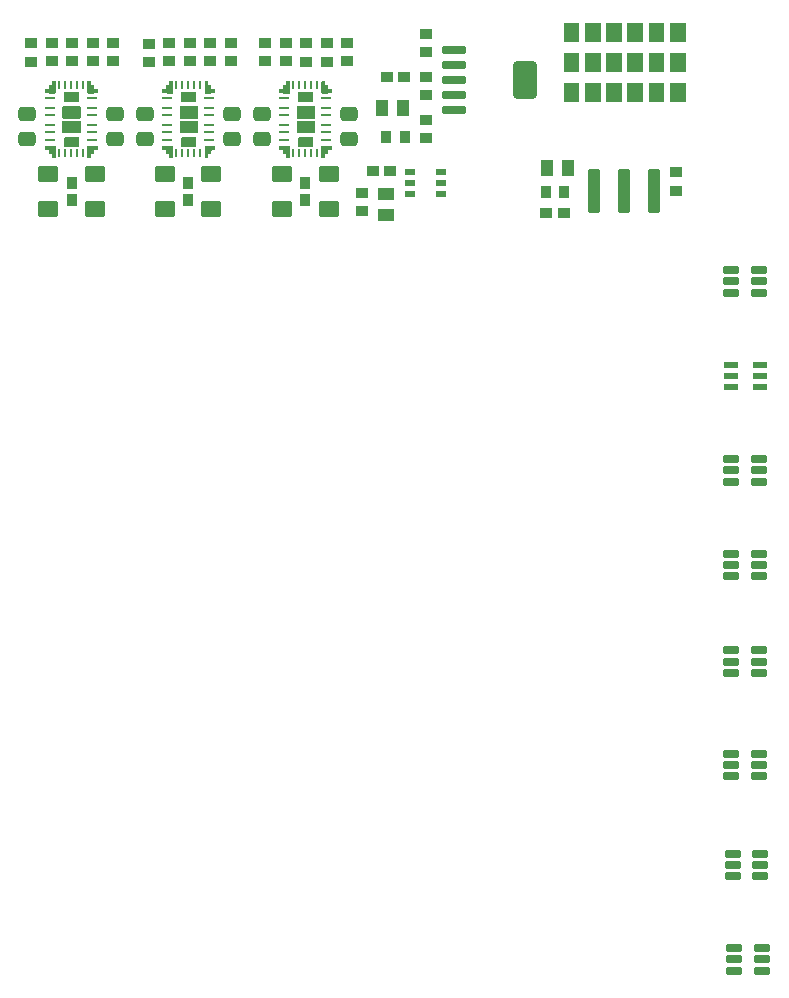
<source format=gbr>
G04 #@! TF.GenerationSoftware,KiCad,Pcbnew,8.0.6*
G04 #@! TF.CreationDate,2025-11-17T16:53:35-08:00*
G04 #@! TF.ProjectId,DAQ,4441512e-6b69-4636-9164-5f7063625858,2*
G04 #@! TF.SameCoordinates,Original*
G04 #@! TF.FileFunction,Paste,Top*
G04 #@! TF.FilePolarity,Positive*
%FSLAX46Y46*%
G04 Gerber Fmt 4.6, Leading zero omitted, Abs format (unit mm)*
G04 Created by KiCad (PCBNEW 8.0.6) date 2025-11-17 16:53:35*
%MOMM*%
%LPD*%
G01*
G04 APERTURE LIST*
G04 Aperture macros list*
%AMRoundRect*
0 Rectangle with rounded corners*
0 $1 Rounding radius*
0 $2 $3 $4 $5 $6 $7 $8 $9 X,Y pos of 4 corners*
0 Add a 4 corners polygon primitive as box body*
4,1,4,$2,$3,$4,$5,$6,$7,$8,$9,$2,$3,0*
0 Add four circle primitives for the rounded corners*
1,1,$1+$1,$2,$3*
1,1,$1+$1,$4,$5*
1,1,$1+$1,$6,$7*
1,1,$1+$1,$8,$9*
0 Add four rect primitives between the rounded corners*
20,1,$1+$1,$2,$3,$4,$5,0*
20,1,$1+$1,$4,$5,$6,$7,0*
20,1,$1+$1,$6,$7,$8,$9,0*
20,1,$1+$1,$8,$9,$2,$3,0*%
G04 Aperture macros list end*
%ADD10C,0.010000*%
%ADD11RoundRect,0.250001X0.624999X-0.462499X0.624999X0.462499X-0.624999X0.462499X-0.624999X-0.462499X0*%
%ADD12R,0.980000X0.920000*%
%ADD13RoundRect,0.077500X-0.907500X-0.232500X0.907500X-0.232500X0.907500X0.232500X-0.907500X0.232500X0*%
%ADD14RoundRect,0.246250X-0.738750X-1.333750X0.738750X-1.333750X0.738750X1.333750X-0.738750X1.333750X0*%
%ADD15R,0.980000X0.860000*%
%ADD16RoundRect,0.075000X-0.605000X-0.225000X0.605000X-0.225000X0.605000X0.225000X-0.605000X0.225000X0*%
%ADD17R,0.876300X0.508000*%
%ADD18RoundRect,0.050000X-0.375000X-0.075000X0.375000X-0.075000X0.375000X0.075000X-0.375000X0.075000X0*%
%ADD19RoundRect,0.050000X-0.075000X-0.300000X0.075000X-0.300000X0.075000X0.300000X-0.075000X0.300000X0*%
%ADD20R,0.920000X0.980000*%
%ADD21R,0.980000X0.970000*%
%ADD22RoundRect,0.250000X0.475000X-0.337500X0.475000X0.337500X-0.475000X0.337500X-0.475000X-0.337500X0*%
%ADD23RoundRect,0.123750X0.371250X-1.771250X0.371250X1.771250X-0.371250X1.771250X-0.371250X-1.771250X0*%
%ADD24R,0.970000X0.980000*%
%ADD25R,1.470000X1.110000*%
%ADD26R,1.110000X1.470000*%
%ADD27R,1.250000X0.600000*%
G04 APERTURE END LIST*
D10*
X109143000Y-47556000D02*
X109145000Y-47556000D01*
X109148000Y-47557000D01*
X109150000Y-47557000D01*
X109153000Y-47558000D01*
X109155000Y-47559000D01*
X109158000Y-47560000D01*
X109160000Y-47562000D01*
X109162000Y-47563000D01*
X109164000Y-47565000D01*
X109166000Y-47566000D01*
X109168000Y-47568000D01*
X109170000Y-47570000D01*
X109172000Y-47572000D01*
X109174000Y-47574000D01*
X109175000Y-47576000D01*
X109177000Y-47578000D01*
X109178000Y-47580000D01*
X109180000Y-47582000D01*
X109181000Y-47585000D01*
X109182000Y-47587000D01*
X109183000Y-47590000D01*
X109183000Y-47592000D01*
X109184000Y-47595000D01*
X109184000Y-47597000D01*
X109185000Y-47600000D01*
X109185000Y-47602000D01*
X109185000Y-47605000D01*
X109185000Y-48245000D01*
X109185000Y-48248000D01*
X109185000Y-48250000D01*
X109184000Y-48253000D01*
X109184000Y-48255000D01*
X109183000Y-48258000D01*
X109183000Y-48260000D01*
X109182000Y-48263000D01*
X109181000Y-48265000D01*
X109180000Y-48268000D01*
X109178000Y-48270000D01*
X109177000Y-48272000D01*
X109175000Y-48274000D01*
X109174000Y-48276000D01*
X109172000Y-48278000D01*
X109170000Y-48280000D01*
X109168000Y-48282000D01*
X109166000Y-48284000D01*
X109164000Y-48285000D01*
X109162000Y-48287000D01*
X109160000Y-48288000D01*
X109158000Y-48290000D01*
X109155000Y-48291000D01*
X109153000Y-48292000D01*
X109150000Y-48293000D01*
X109148000Y-48293000D01*
X109145000Y-48294000D01*
X109143000Y-48294000D01*
X109140000Y-48295000D01*
X109138000Y-48295000D01*
X109135000Y-48295000D01*
X108065000Y-48295000D01*
X108062000Y-48295000D01*
X108060000Y-48295000D01*
X108057000Y-48294000D01*
X108055000Y-48294000D01*
X108052000Y-48293000D01*
X108050000Y-48293000D01*
X108047000Y-48292000D01*
X108045000Y-48291000D01*
X108042000Y-48290000D01*
X108040000Y-48288000D01*
X108038000Y-48287000D01*
X108036000Y-48285000D01*
X108034000Y-48284000D01*
X108032000Y-48282000D01*
X108030000Y-48280000D01*
X108028000Y-48278000D01*
X108026000Y-48276000D01*
X108025000Y-48274000D01*
X108023000Y-48272000D01*
X108022000Y-48270000D01*
X108020000Y-48268000D01*
X108019000Y-48265000D01*
X108018000Y-48263000D01*
X108017000Y-48260000D01*
X108017000Y-48258000D01*
X108016000Y-48255000D01*
X108016000Y-48253000D01*
X108015000Y-48250000D01*
X108015000Y-48248000D01*
X108015000Y-48245000D01*
X108015000Y-47605000D01*
X108015000Y-47602000D01*
X108015000Y-47600000D01*
X108016000Y-47597000D01*
X108016000Y-47595000D01*
X108017000Y-47592000D01*
X108017000Y-47590000D01*
X108018000Y-47587000D01*
X108019000Y-47585000D01*
X108020000Y-47582000D01*
X108022000Y-47580000D01*
X108023000Y-47578000D01*
X108025000Y-47576000D01*
X108026000Y-47574000D01*
X108028000Y-47572000D01*
X108030000Y-47570000D01*
X108032000Y-47568000D01*
X108034000Y-47566000D01*
X108036000Y-47565000D01*
X108038000Y-47563000D01*
X108040000Y-47562000D01*
X108042000Y-47560000D01*
X108045000Y-47559000D01*
X108047000Y-47558000D01*
X108050000Y-47557000D01*
X108052000Y-47557000D01*
X108055000Y-47556000D01*
X108057000Y-47556000D01*
X108060000Y-47555000D01*
X108062000Y-47555000D01*
X108065000Y-47555000D01*
X109135000Y-47555000D01*
X109138000Y-47555000D01*
X109140000Y-47555000D01*
X109143000Y-47556000D01*
G36*
X109143000Y-47556000D02*
G01*
X109145000Y-47556000D01*
X109148000Y-47557000D01*
X109150000Y-47557000D01*
X109153000Y-47558000D01*
X109155000Y-47559000D01*
X109158000Y-47560000D01*
X109160000Y-47562000D01*
X109162000Y-47563000D01*
X109164000Y-47565000D01*
X109166000Y-47566000D01*
X109168000Y-47568000D01*
X109170000Y-47570000D01*
X109172000Y-47572000D01*
X109174000Y-47574000D01*
X109175000Y-47576000D01*
X109177000Y-47578000D01*
X109178000Y-47580000D01*
X109180000Y-47582000D01*
X109181000Y-47585000D01*
X109182000Y-47587000D01*
X109183000Y-47590000D01*
X109183000Y-47592000D01*
X109184000Y-47595000D01*
X109184000Y-47597000D01*
X109185000Y-47600000D01*
X109185000Y-47602000D01*
X109185000Y-47605000D01*
X109185000Y-48245000D01*
X109185000Y-48248000D01*
X109185000Y-48250000D01*
X109184000Y-48253000D01*
X109184000Y-48255000D01*
X109183000Y-48258000D01*
X109183000Y-48260000D01*
X109182000Y-48263000D01*
X109181000Y-48265000D01*
X109180000Y-48268000D01*
X109178000Y-48270000D01*
X109177000Y-48272000D01*
X109175000Y-48274000D01*
X109174000Y-48276000D01*
X109172000Y-48278000D01*
X109170000Y-48280000D01*
X109168000Y-48282000D01*
X109166000Y-48284000D01*
X109164000Y-48285000D01*
X109162000Y-48287000D01*
X109160000Y-48288000D01*
X109158000Y-48290000D01*
X109155000Y-48291000D01*
X109153000Y-48292000D01*
X109150000Y-48293000D01*
X109148000Y-48293000D01*
X109145000Y-48294000D01*
X109143000Y-48294000D01*
X109140000Y-48295000D01*
X109138000Y-48295000D01*
X109135000Y-48295000D01*
X108065000Y-48295000D01*
X108062000Y-48295000D01*
X108060000Y-48295000D01*
X108057000Y-48294000D01*
X108055000Y-48294000D01*
X108052000Y-48293000D01*
X108050000Y-48293000D01*
X108047000Y-48292000D01*
X108045000Y-48291000D01*
X108042000Y-48290000D01*
X108040000Y-48288000D01*
X108038000Y-48287000D01*
X108036000Y-48285000D01*
X108034000Y-48284000D01*
X108032000Y-48282000D01*
X108030000Y-48280000D01*
X108028000Y-48278000D01*
X108026000Y-48276000D01*
X108025000Y-48274000D01*
X108023000Y-48272000D01*
X108022000Y-48270000D01*
X108020000Y-48268000D01*
X108019000Y-48265000D01*
X108018000Y-48263000D01*
X108017000Y-48260000D01*
X108017000Y-48258000D01*
X108016000Y-48255000D01*
X108016000Y-48253000D01*
X108015000Y-48250000D01*
X108015000Y-48248000D01*
X108015000Y-48245000D01*
X108015000Y-47605000D01*
X108015000Y-47602000D01*
X108015000Y-47600000D01*
X108016000Y-47597000D01*
X108016000Y-47595000D01*
X108017000Y-47592000D01*
X108017000Y-47590000D01*
X108018000Y-47587000D01*
X108019000Y-47585000D01*
X108020000Y-47582000D01*
X108022000Y-47580000D01*
X108023000Y-47578000D01*
X108025000Y-47576000D01*
X108026000Y-47574000D01*
X108028000Y-47572000D01*
X108030000Y-47570000D01*
X108032000Y-47568000D01*
X108034000Y-47566000D01*
X108036000Y-47565000D01*
X108038000Y-47563000D01*
X108040000Y-47562000D01*
X108042000Y-47560000D01*
X108045000Y-47559000D01*
X108047000Y-47558000D01*
X108050000Y-47557000D01*
X108052000Y-47557000D01*
X108055000Y-47556000D01*
X108057000Y-47556000D01*
X108060000Y-47555000D01*
X108062000Y-47555000D01*
X108065000Y-47555000D01*
X109135000Y-47555000D01*
X109138000Y-47555000D01*
X109140000Y-47555000D01*
X109143000Y-47556000D01*
G37*
X109143000Y-51406000D02*
X109145000Y-51406000D01*
X109148000Y-51407000D01*
X109150000Y-51407000D01*
X109153000Y-51408000D01*
X109155000Y-51409000D01*
X109158000Y-51410000D01*
X109160000Y-51412000D01*
X109162000Y-51413000D01*
X109164000Y-51415000D01*
X109166000Y-51416000D01*
X109168000Y-51418000D01*
X109170000Y-51420000D01*
X109172000Y-51422000D01*
X109174000Y-51424000D01*
X109175000Y-51426000D01*
X109177000Y-51428000D01*
X109178000Y-51430000D01*
X109180000Y-51432000D01*
X109181000Y-51435000D01*
X109182000Y-51437000D01*
X109183000Y-51440000D01*
X109183000Y-51442000D01*
X109184000Y-51445000D01*
X109184000Y-51447000D01*
X109185000Y-51450000D01*
X109185000Y-51452000D01*
X109185000Y-51455000D01*
X109185000Y-52095000D01*
X109185000Y-52098000D01*
X109185000Y-52100000D01*
X109184000Y-52103000D01*
X109184000Y-52105000D01*
X109183000Y-52108000D01*
X109183000Y-52110000D01*
X109182000Y-52113000D01*
X109181000Y-52115000D01*
X109180000Y-52118000D01*
X109178000Y-52120000D01*
X109177000Y-52122000D01*
X109175000Y-52124000D01*
X109174000Y-52126000D01*
X109172000Y-52128000D01*
X109170000Y-52130000D01*
X109168000Y-52132000D01*
X109166000Y-52134000D01*
X109164000Y-52135000D01*
X109162000Y-52137000D01*
X109160000Y-52138000D01*
X109158000Y-52140000D01*
X109155000Y-52141000D01*
X109153000Y-52142000D01*
X109150000Y-52143000D01*
X109148000Y-52143000D01*
X109145000Y-52144000D01*
X109143000Y-52144000D01*
X109140000Y-52145000D01*
X109138000Y-52145000D01*
X109135000Y-52145000D01*
X108065000Y-52145000D01*
X108062000Y-52145000D01*
X108060000Y-52145000D01*
X108057000Y-52144000D01*
X108055000Y-52144000D01*
X108052000Y-52143000D01*
X108050000Y-52143000D01*
X108047000Y-52142000D01*
X108045000Y-52141000D01*
X108042000Y-52140000D01*
X108040000Y-52138000D01*
X108038000Y-52137000D01*
X108036000Y-52135000D01*
X108034000Y-52134000D01*
X108032000Y-52132000D01*
X108030000Y-52130000D01*
X108028000Y-52128000D01*
X108026000Y-52126000D01*
X108025000Y-52124000D01*
X108023000Y-52122000D01*
X108022000Y-52120000D01*
X108020000Y-52118000D01*
X108019000Y-52115000D01*
X108018000Y-52113000D01*
X108017000Y-52110000D01*
X108017000Y-52108000D01*
X108016000Y-52105000D01*
X108016000Y-52103000D01*
X108015000Y-52100000D01*
X108015000Y-52098000D01*
X108015000Y-52095000D01*
X108015000Y-51455000D01*
X108015000Y-51452000D01*
X108015000Y-51450000D01*
X108016000Y-51447000D01*
X108016000Y-51445000D01*
X108017000Y-51442000D01*
X108017000Y-51440000D01*
X108018000Y-51437000D01*
X108019000Y-51435000D01*
X108020000Y-51432000D01*
X108022000Y-51430000D01*
X108023000Y-51428000D01*
X108025000Y-51426000D01*
X108026000Y-51424000D01*
X108028000Y-51422000D01*
X108030000Y-51420000D01*
X108032000Y-51418000D01*
X108034000Y-51416000D01*
X108036000Y-51415000D01*
X108038000Y-51413000D01*
X108040000Y-51412000D01*
X108042000Y-51410000D01*
X108045000Y-51409000D01*
X108047000Y-51408000D01*
X108050000Y-51407000D01*
X108052000Y-51407000D01*
X108055000Y-51406000D01*
X108057000Y-51406000D01*
X108060000Y-51405000D01*
X108062000Y-51405000D01*
X108065000Y-51405000D01*
X109135000Y-51405000D01*
X109138000Y-51405000D01*
X109140000Y-51405000D01*
X109143000Y-51406000D01*
G36*
X109143000Y-51406000D02*
G01*
X109145000Y-51406000D01*
X109148000Y-51407000D01*
X109150000Y-51407000D01*
X109153000Y-51408000D01*
X109155000Y-51409000D01*
X109158000Y-51410000D01*
X109160000Y-51412000D01*
X109162000Y-51413000D01*
X109164000Y-51415000D01*
X109166000Y-51416000D01*
X109168000Y-51418000D01*
X109170000Y-51420000D01*
X109172000Y-51422000D01*
X109174000Y-51424000D01*
X109175000Y-51426000D01*
X109177000Y-51428000D01*
X109178000Y-51430000D01*
X109180000Y-51432000D01*
X109181000Y-51435000D01*
X109182000Y-51437000D01*
X109183000Y-51440000D01*
X109183000Y-51442000D01*
X109184000Y-51445000D01*
X109184000Y-51447000D01*
X109185000Y-51450000D01*
X109185000Y-51452000D01*
X109185000Y-51455000D01*
X109185000Y-52095000D01*
X109185000Y-52098000D01*
X109185000Y-52100000D01*
X109184000Y-52103000D01*
X109184000Y-52105000D01*
X109183000Y-52108000D01*
X109183000Y-52110000D01*
X109182000Y-52113000D01*
X109181000Y-52115000D01*
X109180000Y-52118000D01*
X109178000Y-52120000D01*
X109177000Y-52122000D01*
X109175000Y-52124000D01*
X109174000Y-52126000D01*
X109172000Y-52128000D01*
X109170000Y-52130000D01*
X109168000Y-52132000D01*
X109166000Y-52134000D01*
X109164000Y-52135000D01*
X109162000Y-52137000D01*
X109160000Y-52138000D01*
X109158000Y-52140000D01*
X109155000Y-52141000D01*
X109153000Y-52142000D01*
X109150000Y-52143000D01*
X109148000Y-52143000D01*
X109145000Y-52144000D01*
X109143000Y-52144000D01*
X109140000Y-52145000D01*
X109138000Y-52145000D01*
X109135000Y-52145000D01*
X108065000Y-52145000D01*
X108062000Y-52145000D01*
X108060000Y-52145000D01*
X108057000Y-52144000D01*
X108055000Y-52144000D01*
X108052000Y-52143000D01*
X108050000Y-52143000D01*
X108047000Y-52142000D01*
X108045000Y-52141000D01*
X108042000Y-52140000D01*
X108040000Y-52138000D01*
X108038000Y-52137000D01*
X108036000Y-52135000D01*
X108034000Y-52134000D01*
X108032000Y-52132000D01*
X108030000Y-52130000D01*
X108028000Y-52128000D01*
X108026000Y-52126000D01*
X108025000Y-52124000D01*
X108023000Y-52122000D01*
X108022000Y-52120000D01*
X108020000Y-52118000D01*
X108019000Y-52115000D01*
X108018000Y-52113000D01*
X108017000Y-52110000D01*
X108017000Y-52108000D01*
X108016000Y-52105000D01*
X108016000Y-52103000D01*
X108015000Y-52100000D01*
X108015000Y-52098000D01*
X108015000Y-52095000D01*
X108015000Y-51455000D01*
X108015000Y-51452000D01*
X108015000Y-51450000D01*
X108016000Y-51447000D01*
X108016000Y-51445000D01*
X108017000Y-51442000D01*
X108017000Y-51440000D01*
X108018000Y-51437000D01*
X108019000Y-51435000D01*
X108020000Y-51432000D01*
X108022000Y-51430000D01*
X108023000Y-51428000D01*
X108025000Y-51426000D01*
X108026000Y-51424000D01*
X108028000Y-51422000D01*
X108030000Y-51420000D01*
X108032000Y-51418000D01*
X108034000Y-51416000D01*
X108036000Y-51415000D01*
X108038000Y-51413000D01*
X108040000Y-51412000D01*
X108042000Y-51410000D01*
X108045000Y-51409000D01*
X108047000Y-51408000D01*
X108050000Y-51407000D01*
X108052000Y-51407000D01*
X108055000Y-51406000D01*
X108057000Y-51406000D01*
X108060000Y-51405000D01*
X108062000Y-51405000D01*
X108065000Y-51405000D01*
X109135000Y-51405000D01*
X109138000Y-51405000D01*
X109140000Y-51405000D01*
X109143000Y-51406000D01*
G37*
X109293000Y-48776000D02*
X109295000Y-48776000D01*
X109298000Y-48777000D01*
X109300000Y-48777000D01*
X109303000Y-48778000D01*
X109305000Y-48779000D01*
X109308000Y-48780000D01*
X109310000Y-48782000D01*
X109312000Y-48783000D01*
X109314000Y-48785000D01*
X109316000Y-48786000D01*
X109318000Y-48788000D01*
X109320000Y-48790000D01*
X109322000Y-48792000D01*
X109324000Y-48794000D01*
X109325000Y-48796000D01*
X109327000Y-48798000D01*
X109328000Y-48800000D01*
X109330000Y-48802000D01*
X109331000Y-48805000D01*
X109332000Y-48807000D01*
X109333000Y-48810000D01*
X109333000Y-48812000D01*
X109334000Y-48815000D01*
X109334000Y-48817000D01*
X109335000Y-48820000D01*
X109335000Y-48822000D01*
X109335000Y-48825000D01*
X109335000Y-49675000D01*
X109335000Y-49678000D01*
X109335000Y-49680000D01*
X109334000Y-49683000D01*
X109334000Y-49685000D01*
X109333000Y-49688000D01*
X109333000Y-49690000D01*
X109332000Y-49693000D01*
X109331000Y-49695000D01*
X109330000Y-49698000D01*
X109328000Y-49700000D01*
X109327000Y-49702000D01*
X109325000Y-49704000D01*
X109324000Y-49706000D01*
X109322000Y-49708000D01*
X109320000Y-49710000D01*
X109318000Y-49712000D01*
X109316000Y-49714000D01*
X109314000Y-49715000D01*
X109312000Y-49717000D01*
X109310000Y-49718000D01*
X109308000Y-49720000D01*
X109305000Y-49721000D01*
X109303000Y-49722000D01*
X109300000Y-49723000D01*
X109298000Y-49723000D01*
X109295000Y-49724000D01*
X109293000Y-49724000D01*
X109290000Y-49725000D01*
X109288000Y-49725000D01*
X109285000Y-49725000D01*
X107915000Y-49725000D01*
X107912000Y-49725000D01*
X107910000Y-49725000D01*
X107907000Y-49724000D01*
X107905000Y-49724000D01*
X107902000Y-49723000D01*
X107900000Y-49723000D01*
X107897000Y-49722000D01*
X107895000Y-49721000D01*
X107892000Y-49720000D01*
X107890000Y-49718000D01*
X107888000Y-49717000D01*
X107886000Y-49715000D01*
X107884000Y-49714000D01*
X107882000Y-49712000D01*
X107880000Y-49710000D01*
X107878000Y-49708000D01*
X107876000Y-49706000D01*
X107875000Y-49704000D01*
X107873000Y-49702000D01*
X107872000Y-49700000D01*
X107870000Y-49698000D01*
X107869000Y-49695000D01*
X107868000Y-49693000D01*
X107867000Y-49690000D01*
X107867000Y-49688000D01*
X107866000Y-49685000D01*
X107866000Y-49683000D01*
X107865000Y-49680000D01*
X107865000Y-49678000D01*
X107865000Y-49675000D01*
X107865000Y-48825000D01*
X107865000Y-48822000D01*
X107865000Y-48820000D01*
X107866000Y-48817000D01*
X107866000Y-48815000D01*
X107867000Y-48812000D01*
X107867000Y-48810000D01*
X107868000Y-48807000D01*
X107869000Y-48805000D01*
X107870000Y-48802000D01*
X107872000Y-48800000D01*
X107873000Y-48798000D01*
X107875000Y-48796000D01*
X107876000Y-48794000D01*
X107878000Y-48792000D01*
X107880000Y-48790000D01*
X107882000Y-48788000D01*
X107884000Y-48786000D01*
X107886000Y-48785000D01*
X107888000Y-48783000D01*
X107890000Y-48782000D01*
X107892000Y-48780000D01*
X107895000Y-48779000D01*
X107897000Y-48778000D01*
X107900000Y-48777000D01*
X107902000Y-48777000D01*
X107905000Y-48776000D01*
X107907000Y-48776000D01*
X107910000Y-48775000D01*
X107912000Y-48775000D01*
X107915000Y-48775000D01*
X109285000Y-48775000D01*
X109288000Y-48775000D01*
X109290000Y-48775000D01*
X109293000Y-48776000D01*
G36*
X109293000Y-48776000D02*
G01*
X109295000Y-48776000D01*
X109298000Y-48777000D01*
X109300000Y-48777000D01*
X109303000Y-48778000D01*
X109305000Y-48779000D01*
X109308000Y-48780000D01*
X109310000Y-48782000D01*
X109312000Y-48783000D01*
X109314000Y-48785000D01*
X109316000Y-48786000D01*
X109318000Y-48788000D01*
X109320000Y-48790000D01*
X109322000Y-48792000D01*
X109324000Y-48794000D01*
X109325000Y-48796000D01*
X109327000Y-48798000D01*
X109328000Y-48800000D01*
X109330000Y-48802000D01*
X109331000Y-48805000D01*
X109332000Y-48807000D01*
X109333000Y-48810000D01*
X109333000Y-48812000D01*
X109334000Y-48815000D01*
X109334000Y-48817000D01*
X109335000Y-48820000D01*
X109335000Y-48822000D01*
X109335000Y-48825000D01*
X109335000Y-49675000D01*
X109335000Y-49678000D01*
X109335000Y-49680000D01*
X109334000Y-49683000D01*
X109334000Y-49685000D01*
X109333000Y-49688000D01*
X109333000Y-49690000D01*
X109332000Y-49693000D01*
X109331000Y-49695000D01*
X109330000Y-49698000D01*
X109328000Y-49700000D01*
X109327000Y-49702000D01*
X109325000Y-49704000D01*
X109324000Y-49706000D01*
X109322000Y-49708000D01*
X109320000Y-49710000D01*
X109318000Y-49712000D01*
X109316000Y-49714000D01*
X109314000Y-49715000D01*
X109312000Y-49717000D01*
X109310000Y-49718000D01*
X109308000Y-49720000D01*
X109305000Y-49721000D01*
X109303000Y-49722000D01*
X109300000Y-49723000D01*
X109298000Y-49723000D01*
X109295000Y-49724000D01*
X109293000Y-49724000D01*
X109290000Y-49725000D01*
X109288000Y-49725000D01*
X109285000Y-49725000D01*
X107915000Y-49725000D01*
X107912000Y-49725000D01*
X107910000Y-49725000D01*
X107907000Y-49724000D01*
X107905000Y-49724000D01*
X107902000Y-49723000D01*
X107900000Y-49723000D01*
X107897000Y-49722000D01*
X107895000Y-49721000D01*
X107892000Y-49720000D01*
X107890000Y-49718000D01*
X107888000Y-49717000D01*
X107886000Y-49715000D01*
X107884000Y-49714000D01*
X107882000Y-49712000D01*
X107880000Y-49710000D01*
X107878000Y-49708000D01*
X107876000Y-49706000D01*
X107875000Y-49704000D01*
X107873000Y-49702000D01*
X107872000Y-49700000D01*
X107870000Y-49698000D01*
X107869000Y-49695000D01*
X107868000Y-49693000D01*
X107867000Y-49690000D01*
X107867000Y-49688000D01*
X107866000Y-49685000D01*
X107866000Y-49683000D01*
X107865000Y-49680000D01*
X107865000Y-49678000D01*
X107865000Y-49675000D01*
X107865000Y-48825000D01*
X107865000Y-48822000D01*
X107865000Y-48820000D01*
X107866000Y-48817000D01*
X107866000Y-48815000D01*
X107867000Y-48812000D01*
X107867000Y-48810000D01*
X107868000Y-48807000D01*
X107869000Y-48805000D01*
X107870000Y-48802000D01*
X107872000Y-48800000D01*
X107873000Y-48798000D01*
X107875000Y-48796000D01*
X107876000Y-48794000D01*
X107878000Y-48792000D01*
X107880000Y-48790000D01*
X107882000Y-48788000D01*
X107884000Y-48786000D01*
X107886000Y-48785000D01*
X107888000Y-48783000D01*
X107890000Y-48782000D01*
X107892000Y-48780000D01*
X107895000Y-48779000D01*
X107897000Y-48778000D01*
X107900000Y-48777000D01*
X107902000Y-48777000D01*
X107905000Y-48776000D01*
X107907000Y-48776000D01*
X107910000Y-48775000D01*
X107912000Y-48775000D01*
X107915000Y-48775000D01*
X109285000Y-48775000D01*
X109288000Y-48775000D01*
X109290000Y-48775000D01*
X109293000Y-48776000D01*
G37*
X109293000Y-49976000D02*
X109295000Y-49976000D01*
X109298000Y-49977000D01*
X109300000Y-49977000D01*
X109303000Y-49978000D01*
X109305000Y-49979000D01*
X109308000Y-49980000D01*
X109310000Y-49982000D01*
X109312000Y-49983000D01*
X109314000Y-49985000D01*
X109316000Y-49986000D01*
X109318000Y-49988000D01*
X109320000Y-49990000D01*
X109322000Y-49992000D01*
X109324000Y-49994000D01*
X109325000Y-49996000D01*
X109327000Y-49998000D01*
X109328000Y-50000000D01*
X109330000Y-50002000D01*
X109331000Y-50005000D01*
X109332000Y-50007000D01*
X109333000Y-50010000D01*
X109333000Y-50012000D01*
X109334000Y-50015000D01*
X109334000Y-50017000D01*
X109335000Y-50020000D01*
X109335000Y-50022000D01*
X109335000Y-50025000D01*
X109335000Y-50875000D01*
X109335000Y-50878000D01*
X109335000Y-50880000D01*
X109334000Y-50883000D01*
X109334000Y-50885000D01*
X109333000Y-50888000D01*
X109333000Y-50890000D01*
X109332000Y-50893000D01*
X109331000Y-50895000D01*
X109330000Y-50898000D01*
X109328000Y-50900000D01*
X109327000Y-50902000D01*
X109325000Y-50904000D01*
X109324000Y-50906000D01*
X109322000Y-50908000D01*
X109320000Y-50910000D01*
X109318000Y-50912000D01*
X109316000Y-50914000D01*
X109314000Y-50915000D01*
X109312000Y-50917000D01*
X109310000Y-50918000D01*
X109308000Y-50920000D01*
X109305000Y-50921000D01*
X109303000Y-50922000D01*
X109300000Y-50923000D01*
X109298000Y-50923000D01*
X109295000Y-50924000D01*
X109293000Y-50924000D01*
X109290000Y-50925000D01*
X109288000Y-50925000D01*
X109285000Y-50925000D01*
X107915000Y-50925000D01*
X107912000Y-50925000D01*
X107910000Y-50925000D01*
X107907000Y-50924000D01*
X107905000Y-50924000D01*
X107902000Y-50923000D01*
X107900000Y-50923000D01*
X107897000Y-50922000D01*
X107895000Y-50921000D01*
X107892000Y-50920000D01*
X107890000Y-50918000D01*
X107888000Y-50917000D01*
X107886000Y-50915000D01*
X107884000Y-50914000D01*
X107882000Y-50912000D01*
X107880000Y-50910000D01*
X107878000Y-50908000D01*
X107876000Y-50906000D01*
X107875000Y-50904000D01*
X107873000Y-50902000D01*
X107872000Y-50900000D01*
X107870000Y-50898000D01*
X107869000Y-50895000D01*
X107868000Y-50893000D01*
X107867000Y-50890000D01*
X107867000Y-50888000D01*
X107866000Y-50885000D01*
X107866000Y-50883000D01*
X107865000Y-50880000D01*
X107865000Y-50878000D01*
X107865000Y-50875000D01*
X107865000Y-50025000D01*
X107865000Y-50022000D01*
X107865000Y-50020000D01*
X107866000Y-50017000D01*
X107866000Y-50015000D01*
X107867000Y-50012000D01*
X107867000Y-50010000D01*
X107868000Y-50007000D01*
X107869000Y-50005000D01*
X107870000Y-50002000D01*
X107872000Y-50000000D01*
X107873000Y-49998000D01*
X107875000Y-49996000D01*
X107876000Y-49994000D01*
X107878000Y-49992000D01*
X107880000Y-49990000D01*
X107882000Y-49988000D01*
X107884000Y-49986000D01*
X107886000Y-49985000D01*
X107888000Y-49983000D01*
X107890000Y-49982000D01*
X107892000Y-49980000D01*
X107895000Y-49979000D01*
X107897000Y-49978000D01*
X107900000Y-49977000D01*
X107902000Y-49977000D01*
X107905000Y-49976000D01*
X107907000Y-49976000D01*
X107910000Y-49975000D01*
X107912000Y-49975000D01*
X107915000Y-49975000D01*
X109285000Y-49975000D01*
X109288000Y-49975000D01*
X109290000Y-49975000D01*
X109293000Y-49976000D01*
G36*
X109293000Y-49976000D02*
G01*
X109295000Y-49976000D01*
X109298000Y-49977000D01*
X109300000Y-49977000D01*
X109303000Y-49978000D01*
X109305000Y-49979000D01*
X109308000Y-49980000D01*
X109310000Y-49982000D01*
X109312000Y-49983000D01*
X109314000Y-49985000D01*
X109316000Y-49986000D01*
X109318000Y-49988000D01*
X109320000Y-49990000D01*
X109322000Y-49992000D01*
X109324000Y-49994000D01*
X109325000Y-49996000D01*
X109327000Y-49998000D01*
X109328000Y-50000000D01*
X109330000Y-50002000D01*
X109331000Y-50005000D01*
X109332000Y-50007000D01*
X109333000Y-50010000D01*
X109333000Y-50012000D01*
X109334000Y-50015000D01*
X109334000Y-50017000D01*
X109335000Y-50020000D01*
X109335000Y-50022000D01*
X109335000Y-50025000D01*
X109335000Y-50875000D01*
X109335000Y-50878000D01*
X109335000Y-50880000D01*
X109334000Y-50883000D01*
X109334000Y-50885000D01*
X109333000Y-50888000D01*
X109333000Y-50890000D01*
X109332000Y-50893000D01*
X109331000Y-50895000D01*
X109330000Y-50898000D01*
X109328000Y-50900000D01*
X109327000Y-50902000D01*
X109325000Y-50904000D01*
X109324000Y-50906000D01*
X109322000Y-50908000D01*
X109320000Y-50910000D01*
X109318000Y-50912000D01*
X109316000Y-50914000D01*
X109314000Y-50915000D01*
X109312000Y-50917000D01*
X109310000Y-50918000D01*
X109308000Y-50920000D01*
X109305000Y-50921000D01*
X109303000Y-50922000D01*
X109300000Y-50923000D01*
X109298000Y-50923000D01*
X109295000Y-50924000D01*
X109293000Y-50924000D01*
X109290000Y-50925000D01*
X109288000Y-50925000D01*
X109285000Y-50925000D01*
X107915000Y-50925000D01*
X107912000Y-50925000D01*
X107910000Y-50925000D01*
X107907000Y-50924000D01*
X107905000Y-50924000D01*
X107902000Y-50923000D01*
X107900000Y-50923000D01*
X107897000Y-50922000D01*
X107895000Y-50921000D01*
X107892000Y-50920000D01*
X107890000Y-50918000D01*
X107888000Y-50917000D01*
X107886000Y-50915000D01*
X107884000Y-50914000D01*
X107882000Y-50912000D01*
X107880000Y-50910000D01*
X107878000Y-50908000D01*
X107876000Y-50906000D01*
X107875000Y-50904000D01*
X107873000Y-50902000D01*
X107872000Y-50900000D01*
X107870000Y-50898000D01*
X107869000Y-50895000D01*
X107868000Y-50893000D01*
X107867000Y-50890000D01*
X107867000Y-50888000D01*
X107866000Y-50885000D01*
X107866000Y-50883000D01*
X107865000Y-50880000D01*
X107865000Y-50878000D01*
X107865000Y-50875000D01*
X107865000Y-50025000D01*
X107865000Y-50022000D01*
X107865000Y-50020000D01*
X107866000Y-50017000D01*
X107866000Y-50015000D01*
X107867000Y-50012000D01*
X107867000Y-50010000D01*
X107868000Y-50007000D01*
X107869000Y-50005000D01*
X107870000Y-50002000D01*
X107872000Y-50000000D01*
X107873000Y-49998000D01*
X107875000Y-49996000D01*
X107876000Y-49994000D01*
X107878000Y-49992000D01*
X107880000Y-49990000D01*
X107882000Y-49988000D01*
X107884000Y-49986000D01*
X107886000Y-49985000D01*
X107888000Y-49983000D01*
X107890000Y-49982000D01*
X107892000Y-49980000D01*
X107895000Y-49979000D01*
X107897000Y-49978000D01*
X107900000Y-49977000D01*
X107902000Y-49977000D01*
X107905000Y-49976000D01*
X107907000Y-49976000D01*
X107910000Y-49975000D01*
X107912000Y-49975000D01*
X107915000Y-49975000D01*
X109285000Y-49975000D01*
X109288000Y-49975000D01*
X109290000Y-49975000D01*
X109293000Y-49976000D01*
G37*
X107183000Y-46651000D02*
X107185000Y-46651000D01*
X107188000Y-46652000D01*
X107190000Y-46652000D01*
X107193000Y-46653000D01*
X107195000Y-46654000D01*
X107198000Y-46655000D01*
X107200000Y-46657000D01*
X107202000Y-46658000D01*
X107204000Y-46660000D01*
X107206000Y-46661000D01*
X107208000Y-46663000D01*
X107210000Y-46665000D01*
X107212000Y-46667000D01*
X107214000Y-46669000D01*
X107215000Y-46671000D01*
X107217000Y-46673000D01*
X107218000Y-46675000D01*
X107220000Y-46677000D01*
X107221000Y-46680000D01*
X107222000Y-46682000D01*
X107223000Y-46685000D01*
X107223000Y-46687000D01*
X107224000Y-46690000D01*
X107224000Y-46692000D01*
X107225000Y-46695000D01*
X107225000Y-46697000D01*
X107225000Y-46700000D01*
X107225000Y-47550000D01*
X107225000Y-47553000D01*
X107225000Y-47555000D01*
X107224000Y-47558000D01*
X107224000Y-47560000D01*
X107223000Y-47563000D01*
X107223000Y-47565000D01*
X107222000Y-47568000D01*
X107221000Y-47570000D01*
X107220000Y-47573000D01*
X107218000Y-47575000D01*
X107217000Y-47577000D01*
X107215000Y-47579000D01*
X107214000Y-47581000D01*
X107212000Y-47583000D01*
X107210000Y-47585000D01*
X107208000Y-47587000D01*
X107206000Y-47589000D01*
X107204000Y-47590000D01*
X107202000Y-47592000D01*
X107200000Y-47593000D01*
X107198000Y-47595000D01*
X107195000Y-47596000D01*
X107193000Y-47597000D01*
X107190000Y-47598000D01*
X107188000Y-47598000D01*
X107185000Y-47599000D01*
X107183000Y-47599000D01*
X107180000Y-47600000D01*
X107178000Y-47600000D01*
X107175000Y-47600000D01*
X106775000Y-47600000D01*
X106772000Y-47600000D01*
X106770000Y-47600000D01*
X106767000Y-47599000D01*
X106765000Y-47599000D01*
X106762000Y-47598000D01*
X106760000Y-47598000D01*
X106757000Y-47597000D01*
X106755000Y-47596000D01*
X106752000Y-47595000D01*
X106750000Y-47593000D01*
X106748000Y-47592000D01*
X106746000Y-47590000D01*
X106744000Y-47589000D01*
X106742000Y-47587000D01*
X106740000Y-47585000D01*
X106738000Y-47583000D01*
X106736000Y-47581000D01*
X106735000Y-47579000D01*
X106733000Y-47577000D01*
X106732000Y-47575000D01*
X106730000Y-47573000D01*
X106729000Y-47570000D01*
X106728000Y-47568000D01*
X106727000Y-47565000D01*
X106727000Y-47563000D01*
X106726000Y-47560000D01*
X106726000Y-47558000D01*
X106725000Y-47555000D01*
X106725000Y-47553000D01*
X106725000Y-47550000D01*
X106450000Y-47550000D01*
X106447000Y-47550000D01*
X106445000Y-47550000D01*
X106442000Y-47549000D01*
X106440000Y-47549000D01*
X106437000Y-47548000D01*
X106435000Y-47548000D01*
X106432000Y-47547000D01*
X106430000Y-47546000D01*
X106427000Y-47545000D01*
X106425000Y-47543000D01*
X106423000Y-47542000D01*
X106421000Y-47540000D01*
X106419000Y-47539000D01*
X106417000Y-47537000D01*
X106415000Y-47535000D01*
X106413000Y-47533000D01*
X106411000Y-47531000D01*
X106410000Y-47529000D01*
X106408000Y-47527000D01*
X106407000Y-47525000D01*
X106405000Y-47523000D01*
X106404000Y-47520000D01*
X106403000Y-47518000D01*
X106402000Y-47515000D01*
X106402000Y-47513000D01*
X106401000Y-47510000D01*
X106401000Y-47508000D01*
X106400000Y-47505000D01*
X106400000Y-47503000D01*
X106400000Y-47500000D01*
X106400000Y-47350000D01*
X106400000Y-47347000D01*
X106400000Y-47345000D01*
X106401000Y-47342000D01*
X106401000Y-47340000D01*
X106402000Y-47337000D01*
X106402000Y-47335000D01*
X106403000Y-47332000D01*
X106404000Y-47330000D01*
X106405000Y-47327000D01*
X106407000Y-47325000D01*
X106408000Y-47323000D01*
X106410000Y-47321000D01*
X106411000Y-47319000D01*
X106413000Y-47317000D01*
X106415000Y-47315000D01*
X106417000Y-47313000D01*
X106419000Y-47311000D01*
X106421000Y-47310000D01*
X106423000Y-47308000D01*
X106425000Y-47307000D01*
X106427000Y-47305000D01*
X106430000Y-47304000D01*
X106432000Y-47303000D01*
X106435000Y-47302000D01*
X106437000Y-47302000D01*
X106440000Y-47301000D01*
X106442000Y-47301000D01*
X106445000Y-47300000D01*
X106447000Y-47300000D01*
X106450000Y-47300000D01*
X106675000Y-47300000D01*
X106678000Y-47300000D01*
X106680000Y-47300000D01*
X106683000Y-47299000D01*
X106685000Y-47299000D01*
X106688000Y-47298000D01*
X106690000Y-47298000D01*
X106693000Y-47297000D01*
X106695000Y-47296000D01*
X106698000Y-47295000D01*
X106700000Y-47293000D01*
X106702000Y-47292000D01*
X106704000Y-47290000D01*
X106706000Y-47289000D01*
X106708000Y-47287000D01*
X106710000Y-47285000D01*
X106712000Y-47283000D01*
X106714000Y-47281000D01*
X106715000Y-47279000D01*
X106717000Y-47277000D01*
X106718000Y-47275000D01*
X106720000Y-47273000D01*
X106721000Y-47270000D01*
X106722000Y-47268000D01*
X106723000Y-47265000D01*
X106723000Y-47263000D01*
X106724000Y-47260000D01*
X106724000Y-47258000D01*
X106725000Y-47255000D01*
X106725000Y-47253000D01*
X106725000Y-47250000D01*
X106725000Y-47025000D01*
X106725000Y-47022000D01*
X106725000Y-47020000D01*
X106726000Y-47017000D01*
X106726000Y-47015000D01*
X106727000Y-47012000D01*
X106727000Y-47010000D01*
X106728000Y-47007000D01*
X106729000Y-47005000D01*
X106730000Y-47002000D01*
X106732000Y-47000000D01*
X106733000Y-46998000D01*
X106735000Y-46996000D01*
X106736000Y-46994000D01*
X106738000Y-46992000D01*
X106740000Y-46990000D01*
X106742000Y-46988000D01*
X106744000Y-46986000D01*
X106746000Y-46985000D01*
X106748000Y-46983000D01*
X106750000Y-46982000D01*
X106752000Y-46980000D01*
X106755000Y-46979000D01*
X106757000Y-46978000D01*
X106760000Y-46977000D01*
X106762000Y-46977000D01*
X106765000Y-46976000D01*
X106767000Y-46976000D01*
X106770000Y-46975000D01*
X106772000Y-46975000D01*
X106775000Y-46975000D01*
X106925000Y-46975000D01*
X106928000Y-46975000D01*
X106930000Y-46975000D01*
X106933000Y-46974000D01*
X106935000Y-46974000D01*
X106938000Y-46973000D01*
X106940000Y-46973000D01*
X106943000Y-46972000D01*
X106945000Y-46971000D01*
X106948000Y-46970000D01*
X106950000Y-46968000D01*
X106952000Y-46967000D01*
X106954000Y-46965000D01*
X106956000Y-46964000D01*
X106958000Y-46962000D01*
X106960000Y-46960000D01*
X106962000Y-46958000D01*
X106964000Y-46956000D01*
X106965000Y-46954000D01*
X106967000Y-46952000D01*
X106968000Y-46950000D01*
X106970000Y-46948000D01*
X106971000Y-46945000D01*
X106972000Y-46943000D01*
X106973000Y-46940000D01*
X106973000Y-46938000D01*
X106974000Y-46935000D01*
X106974000Y-46933000D01*
X106975000Y-46930000D01*
X106975000Y-46928000D01*
X106975000Y-46925000D01*
X106975000Y-46700000D01*
X106975000Y-46697000D01*
X106975000Y-46695000D01*
X106976000Y-46692000D01*
X106976000Y-46690000D01*
X106977000Y-46687000D01*
X106977000Y-46685000D01*
X106978000Y-46682000D01*
X106979000Y-46680000D01*
X106980000Y-46677000D01*
X106982000Y-46675000D01*
X106983000Y-46673000D01*
X106985000Y-46671000D01*
X106986000Y-46669000D01*
X106988000Y-46667000D01*
X106990000Y-46665000D01*
X106992000Y-46663000D01*
X106994000Y-46661000D01*
X106996000Y-46660000D01*
X106998000Y-46658000D01*
X107000000Y-46657000D01*
X107002000Y-46655000D01*
X107005000Y-46654000D01*
X107007000Y-46653000D01*
X107010000Y-46652000D01*
X107012000Y-46652000D01*
X107015000Y-46651000D01*
X107017000Y-46651000D01*
X107020000Y-46650000D01*
X107022000Y-46650000D01*
X107025000Y-46650000D01*
X107175000Y-46650000D01*
X107178000Y-46650000D01*
X107180000Y-46650000D01*
X107183000Y-46651000D01*
G36*
X107183000Y-46651000D02*
G01*
X107185000Y-46651000D01*
X107188000Y-46652000D01*
X107190000Y-46652000D01*
X107193000Y-46653000D01*
X107195000Y-46654000D01*
X107198000Y-46655000D01*
X107200000Y-46657000D01*
X107202000Y-46658000D01*
X107204000Y-46660000D01*
X107206000Y-46661000D01*
X107208000Y-46663000D01*
X107210000Y-46665000D01*
X107212000Y-46667000D01*
X107214000Y-46669000D01*
X107215000Y-46671000D01*
X107217000Y-46673000D01*
X107218000Y-46675000D01*
X107220000Y-46677000D01*
X107221000Y-46680000D01*
X107222000Y-46682000D01*
X107223000Y-46685000D01*
X107223000Y-46687000D01*
X107224000Y-46690000D01*
X107224000Y-46692000D01*
X107225000Y-46695000D01*
X107225000Y-46697000D01*
X107225000Y-46700000D01*
X107225000Y-47550000D01*
X107225000Y-47553000D01*
X107225000Y-47555000D01*
X107224000Y-47558000D01*
X107224000Y-47560000D01*
X107223000Y-47563000D01*
X107223000Y-47565000D01*
X107222000Y-47568000D01*
X107221000Y-47570000D01*
X107220000Y-47573000D01*
X107218000Y-47575000D01*
X107217000Y-47577000D01*
X107215000Y-47579000D01*
X107214000Y-47581000D01*
X107212000Y-47583000D01*
X107210000Y-47585000D01*
X107208000Y-47587000D01*
X107206000Y-47589000D01*
X107204000Y-47590000D01*
X107202000Y-47592000D01*
X107200000Y-47593000D01*
X107198000Y-47595000D01*
X107195000Y-47596000D01*
X107193000Y-47597000D01*
X107190000Y-47598000D01*
X107188000Y-47598000D01*
X107185000Y-47599000D01*
X107183000Y-47599000D01*
X107180000Y-47600000D01*
X107178000Y-47600000D01*
X107175000Y-47600000D01*
X106775000Y-47600000D01*
X106772000Y-47600000D01*
X106770000Y-47600000D01*
X106767000Y-47599000D01*
X106765000Y-47599000D01*
X106762000Y-47598000D01*
X106760000Y-47598000D01*
X106757000Y-47597000D01*
X106755000Y-47596000D01*
X106752000Y-47595000D01*
X106750000Y-47593000D01*
X106748000Y-47592000D01*
X106746000Y-47590000D01*
X106744000Y-47589000D01*
X106742000Y-47587000D01*
X106740000Y-47585000D01*
X106738000Y-47583000D01*
X106736000Y-47581000D01*
X106735000Y-47579000D01*
X106733000Y-47577000D01*
X106732000Y-47575000D01*
X106730000Y-47573000D01*
X106729000Y-47570000D01*
X106728000Y-47568000D01*
X106727000Y-47565000D01*
X106727000Y-47563000D01*
X106726000Y-47560000D01*
X106726000Y-47558000D01*
X106725000Y-47555000D01*
X106725000Y-47553000D01*
X106725000Y-47550000D01*
X106450000Y-47550000D01*
X106447000Y-47550000D01*
X106445000Y-47550000D01*
X106442000Y-47549000D01*
X106440000Y-47549000D01*
X106437000Y-47548000D01*
X106435000Y-47548000D01*
X106432000Y-47547000D01*
X106430000Y-47546000D01*
X106427000Y-47545000D01*
X106425000Y-47543000D01*
X106423000Y-47542000D01*
X106421000Y-47540000D01*
X106419000Y-47539000D01*
X106417000Y-47537000D01*
X106415000Y-47535000D01*
X106413000Y-47533000D01*
X106411000Y-47531000D01*
X106410000Y-47529000D01*
X106408000Y-47527000D01*
X106407000Y-47525000D01*
X106405000Y-47523000D01*
X106404000Y-47520000D01*
X106403000Y-47518000D01*
X106402000Y-47515000D01*
X106402000Y-47513000D01*
X106401000Y-47510000D01*
X106401000Y-47508000D01*
X106400000Y-47505000D01*
X106400000Y-47503000D01*
X106400000Y-47500000D01*
X106400000Y-47350000D01*
X106400000Y-47347000D01*
X106400000Y-47345000D01*
X106401000Y-47342000D01*
X106401000Y-47340000D01*
X106402000Y-47337000D01*
X106402000Y-47335000D01*
X106403000Y-47332000D01*
X106404000Y-47330000D01*
X106405000Y-47327000D01*
X106407000Y-47325000D01*
X106408000Y-47323000D01*
X106410000Y-47321000D01*
X106411000Y-47319000D01*
X106413000Y-47317000D01*
X106415000Y-47315000D01*
X106417000Y-47313000D01*
X106419000Y-47311000D01*
X106421000Y-47310000D01*
X106423000Y-47308000D01*
X106425000Y-47307000D01*
X106427000Y-47305000D01*
X106430000Y-47304000D01*
X106432000Y-47303000D01*
X106435000Y-47302000D01*
X106437000Y-47302000D01*
X106440000Y-47301000D01*
X106442000Y-47301000D01*
X106445000Y-47300000D01*
X106447000Y-47300000D01*
X106450000Y-47300000D01*
X106675000Y-47300000D01*
X106678000Y-47300000D01*
X106680000Y-47300000D01*
X106683000Y-47299000D01*
X106685000Y-47299000D01*
X106688000Y-47298000D01*
X106690000Y-47298000D01*
X106693000Y-47297000D01*
X106695000Y-47296000D01*
X106698000Y-47295000D01*
X106700000Y-47293000D01*
X106702000Y-47292000D01*
X106704000Y-47290000D01*
X106706000Y-47289000D01*
X106708000Y-47287000D01*
X106710000Y-47285000D01*
X106712000Y-47283000D01*
X106714000Y-47281000D01*
X106715000Y-47279000D01*
X106717000Y-47277000D01*
X106718000Y-47275000D01*
X106720000Y-47273000D01*
X106721000Y-47270000D01*
X106722000Y-47268000D01*
X106723000Y-47265000D01*
X106723000Y-47263000D01*
X106724000Y-47260000D01*
X106724000Y-47258000D01*
X106725000Y-47255000D01*
X106725000Y-47253000D01*
X106725000Y-47250000D01*
X106725000Y-47025000D01*
X106725000Y-47022000D01*
X106725000Y-47020000D01*
X106726000Y-47017000D01*
X106726000Y-47015000D01*
X106727000Y-47012000D01*
X106727000Y-47010000D01*
X106728000Y-47007000D01*
X106729000Y-47005000D01*
X106730000Y-47002000D01*
X106732000Y-47000000D01*
X106733000Y-46998000D01*
X106735000Y-46996000D01*
X106736000Y-46994000D01*
X106738000Y-46992000D01*
X106740000Y-46990000D01*
X106742000Y-46988000D01*
X106744000Y-46986000D01*
X106746000Y-46985000D01*
X106748000Y-46983000D01*
X106750000Y-46982000D01*
X106752000Y-46980000D01*
X106755000Y-46979000D01*
X106757000Y-46978000D01*
X106760000Y-46977000D01*
X106762000Y-46977000D01*
X106765000Y-46976000D01*
X106767000Y-46976000D01*
X106770000Y-46975000D01*
X106772000Y-46975000D01*
X106775000Y-46975000D01*
X106925000Y-46975000D01*
X106928000Y-46975000D01*
X106930000Y-46975000D01*
X106933000Y-46974000D01*
X106935000Y-46974000D01*
X106938000Y-46973000D01*
X106940000Y-46973000D01*
X106943000Y-46972000D01*
X106945000Y-46971000D01*
X106948000Y-46970000D01*
X106950000Y-46968000D01*
X106952000Y-46967000D01*
X106954000Y-46965000D01*
X106956000Y-46964000D01*
X106958000Y-46962000D01*
X106960000Y-46960000D01*
X106962000Y-46958000D01*
X106964000Y-46956000D01*
X106965000Y-46954000D01*
X106967000Y-46952000D01*
X106968000Y-46950000D01*
X106970000Y-46948000D01*
X106971000Y-46945000D01*
X106972000Y-46943000D01*
X106973000Y-46940000D01*
X106973000Y-46938000D01*
X106974000Y-46935000D01*
X106974000Y-46933000D01*
X106975000Y-46930000D01*
X106975000Y-46928000D01*
X106975000Y-46925000D01*
X106975000Y-46700000D01*
X106975000Y-46697000D01*
X106975000Y-46695000D01*
X106976000Y-46692000D01*
X106976000Y-46690000D01*
X106977000Y-46687000D01*
X106977000Y-46685000D01*
X106978000Y-46682000D01*
X106979000Y-46680000D01*
X106980000Y-46677000D01*
X106982000Y-46675000D01*
X106983000Y-46673000D01*
X106985000Y-46671000D01*
X106986000Y-46669000D01*
X106988000Y-46667000D01*
X106990000Y-46665000D01*
X106992000Y-46663000D01*
X106994000Y-46661000D01*
X106996000Y-46660000D01*
X106998000Y-46658000D01*
X107000000Y-46657000D01*
X107002000Y-46655000D01*
X107005000Y-46654000D01*
X107007000Y-46653000D01*
X107010000Y-46652000D01*
X107012000Y-46652000D01*
X107015000Y-46651000D01*
X107017000Y-46651000D01*
X107020000Y-46650000D01*
X107022000Y-46650000D01*
X107025000Y-46650000D01*
X107175000Y-46650000D01*
X107178000Y-46650000D01*
X107180000Y-46650000D01*
X107183000Y-46651000D01*
G37*
X107183000Y-52101000D02*
X107185000Y-52101000D01*
X107188000Y-52102000D01*
X107190000Y-52102000D01*
X107193000Y-52103000D01*
X107195000Y-52104000D01*
X107198000Y-52105000D01*
X107200000Y-52107000D01*
X107202000Y-52108000D01*
X107204000Y-52110000D01*
X107206000Y-52111000D01*
X107208000Y-52113000D01*
X107210000Y-52115000D01*
X107212000Y-52117000D01*
X107214000Y-52119000D01*
X107215000Y-52121000D01*
X107217000Y-52123000D01*
X107218000Y-52125000D01*
X107220000Y-52127000D01*
X107221000Y-52130000D01*
X107222000Y-52132000D01*
X107223000Y-52135000D01*
X107223000Y-52137000D01*
X107224000Y-52140000D01*
X107224000Y-52142000D01*
X107225000Y-52145000D01*
X107225000Y-52147000D01*
X107225000Y-52150000D01*
X107225000Y-53000000D01*
X107225000Y-53003000D01*
X107225000Y-53005000D01*
X107224000Y-53008000D01*
X107224000Y-53010000D01*
X107223000Y-53013000D01*
X107223000Y-53015000D01*
X107222000Y-53018000D01*
X107221000Y-53020000D01*
X107220000Y-53023000D01*
X107218000Y-53025000D01*
X107217000Y-53027000D01*
X107215000Y-53029000D01*
X107214000Y-53031000D01*
X107212000Y-53033000D01*
X107210000Y-53035000D01*
X107208000Y-53037000D01*
X107206000Y-53039000D01*
X107204000Y-53040000D01*
X107202000Y-53042000D01*
X107200000Y-53043000D01*
X107198000Y-53045000D01*
X107195000Y-53046000D01*
X107193000Y-53047000D01*
X107190000Y-53048000D01*
X107188000Y-53048000D01*
X107185000Y-53049000D01*
X107183000Y-53049000D01*
X107180000Y-53050000D01*
X107178000Y-53050000D01*
X107175000Y-53050000D01*
X107025000Y-53050000D01*
X107022000Y-53050000D01*
X107020000Y-53050000D01*
X107017000Y-53049000D01*
X107015000Y-53049000D01*
X107012000Y-53048000D01*
X107010000Y-53048000D01*
X107007000Y-53047000D01*
X107005000Y-53046000D01*
X107002000Y-53045000D01*
X107000000Y-53043000D01*
X106998000Y-53042000D01*
X106996000Y-53040000D01*
X106994000Y-53039000D01*
X106992000Y-53037000D01*
X106990000Y-53035000D01*
X106988000Y-53033000D01*
X106986000Y-53031000D01*
X106985000Y-53029000D01*
X106983000Y-53027000D01*
X106982000Y-53025000D01*
X106980000Y-53023000D01*
X106979000Y-53020000D01*
X106978000Y-53018000D01*
X106977000Y-53015000D01*
X106977000Y-53013000D01*
X106976000Y-53010000D01*
X106976000Y-53008000D01*
X106975000Y-53005000D01*
X106975000Y-53003000D01*
X106975000Y-53000000D01*
X106975000Y-52775000D01*
X106975000Y-52772000D01*
X106975000Y-52770000D01*
X106974000Y-52767000D01*
X106974000Y-52765000D01*
X106973000Y-52762000D01*
X106973000Y-52760000D01*
X106972000Y-52757000D01*
X106971000Y-52755000D01*
X106970000Y-52752000D01*
X106968000Y-52750000D01*
X106967000Y-52748000D01*
X106965000Y-52746000D01*
X106964000Y-52744000D01*
X106962000Y-52742000D01*
X106960000Y-52740000D01*
X106958000Y-52738000D01*
X106956000Y-52736000D01*
X106954000Y-52735000D01*
X106952000Y-52733000D01*
X106950000Y-52732000D01*
X106948000Y-52730000D01*
X106945000Y-52729000D01*
X106943000Y-52728000D01*
X106940000Y-52727000D01*
X106938000Y-52727000D01*
X106935000Y-52726000D01*
X106933000Y-52726000D01*
X106930000Y-52725000D01*
X106928000Y-52725000D01*
X106925000Y-52725000D01*
X106775000Y-52725000D01*
X106772000Y-52725000D01*
X106770000Y-52725000D01*
X106767000Y-52724000D01*
X106765000Y-52724000D01*
X106762000Y-52723000D01*
X106760000Y-52723000D01*
X106757000Y-52722000D01*
X106755000Y-52721000D01*
X106752000Y-52720000D01*
X106750000Y-52718000D01*
X106748000Y-52717000D01*
X106746000Y-52715000D01*
X106744000Y-52714000D01*
X106742000Y-52712000D01*
X106740000Y-52710000D01*
X106738000Y-52708000D01*
X106736000Y-52706000D01*
X106735000Y-52704000D01*
X106733000Y-52702000D01*
X106732000Y-52700000D01*
X106730000Y-52698000D01*
X106729000Y-52695000D01*
X106728000Y-52693000D01*
X106727000Y-52690000D01*
X106727000Y-52688000D01*
X106726000Y-52685000D01*
X106726000Y-52683000D01*
X106725000Y-52680000D01*
X106725000Y-52678000D01*
X106725000Y-52675000D01*
X106725000Y-52450000D01*
X106725000Y-52447000D01*
X106725000Y-52445000D01*
X106724000Y-52442000D01*
X106724000Y-52440000D01*
X106723000Y-52437000D01*
X106723000Y-52435000D01*
X106722000Y-52432000D01*
X106721000Y-52430000D01*
X106720000Y-52427000D01*
X106718000Y-52425000D01*
X106717000Y-52423000D01*
X106715000Y-52421000D01*
X106714000Y-52419000D01*
X106712000Y-52417000D01*
X106710000Y-52415000D01*
X106708000Y-52413000D01*
X106706000Y-52411000D01*
X106704000Y-52410000D01*
X106702000Y-52408000D01*
X106700000Y-52407000D01*
X106698000Y-52405000D01*
X106695000Y-52404000D01*
X106693000Y-52403000D01*
X106690000Y-52402000D01*
X106688000Y-52402000D01*
X106685000Y-52401000D01*
X106683000Y-52401000D01*
X106680000Y-52400000D01*
X106678000Y-52400000D01*
X106675000Y-52400000D01*
X106450000Y-52400000D01*
X106447000Y-52400000D01*
X106445000Y-52400000D01*
X106442000Y-52399000D01*
X106440000Y-52399000D01*
X106437000Y-52398000D01*
X106435000Y-52398000D01*
X106432000Y-52397000D01*
X106430000Y-52396000D01*
X106427000Y-52395000D01*
X106425000Y-52393000D01*
X106423000Y-52392000D01*
X106421000Y-52390000D01*
X106419000Y-52389000D01*
X106417000Y-52387000D01*
X106415000Y-52385000D01*
X106413000Y-52383000D01*
X106411000Y-52381000D01*
X106410000Y-52379000D01*
X106408000Y-52377000D01*
X106407000Y-52375000D01*
X106405000Y-52373000D01*
X106404000Y-52370000D01*
X106403000Y-52368000D01*
X106402000Y-52365000D01*
X106402000Y-52363000D01*
X106401000Y-52360000D01*
X106401000Y-52358000D01*
X106400000Y-52355000D01*
X106400000Y-52353000D01*
X106400000Y-52350000D01*
X106400000Y-52200000D01*
X106400000Y-52197000D01*
X106400000Y-52195000D01*
X106401000Y-52192000D01*
X106401000Y-52190000D01*
X106402000Y-52187000D01*
X106402000Y-52185000D01*
X106403000Y-52182000D01*
X106404000Y-52180000D01*
X106405000Y-52177000D01*
X106407000Y-52175000D01*
X106408000Y-52173000D01*
X106410000Y-52171000D01*
X106411000Y-52169000D01*
X106413000Y-52167000D01*
X106415000Y-52165000D01*
X106417000Y-52163000D01*
X106419000Y-52161000D01*
X106421000Y-52160000D01*
X106423000Y-52158000D01*
X106425000Y-52157000D01*
X106427000Y-52155000D01*
X106430000Y-52154000D01*
X106432000Y-52153000D01*
X106435000Y-52152000D01*
X106437000Y-52152000D01*
X106440000Y-52151000D01*
X106442000Y-52151000D01*
X106445000Y-52150000D01*
X106447000Y-52150000D01*
X106450000Y-52150000D01*
X106725000Y-52150000D01*
X106725000Y-52147000D01*
X106725000Y-52145000D01*
X106726000Y-52142000D01*
X106726000Y-52140000D01*
X106727000Y-52137000D01*
X106727000Y-52135000D01*
X106728000Y-52132000D01*
X106729000Y-52130000D01*
X106730000Y-52127000D01*
X106732000Y-52125000D01*
X106733000Y-52123000D01*
X106735000Y-52121000D01*
X106736000Y-52119000D01*
X106738000Y-52117000D01*
X106740000Y-52115000D01*
X106742000Y-52113000D01*
X106744000Y-52111000D01*
X106746000Y-52110000D01*
X106748000Y-52108000D01*
X106750000Y-52107000D01*
X106752000Y-52105000D01*
X106755000Y-52104000D01*
X106757000Y-52103000D01*
X106760000Y-52102000D01*
X106762000Y-52102000D01*
X106765000Y-52101000D01*
X106767000Y-52101000D01*
X106770000Y-52100000D01*
X106772000Y-52100000D01*
X106775000Y-52100000D01*
X107175000Y-52100000D01*
X107178000Y-52100000D01*
X107180000Y-52100000D01*
X107183000Y-52101000D01*
G36*
X107183000Y-52101000D02*
G01*
X107185000Y-52101000D01*
X107188000Y-52102000D01*
X107190000Y-52102000D01*
X107193000Y-52103000D01*
X107195000Y-52104000D01*
X107198000Y-52105000D01*
X107200000Y-52107000D01*
X107202000Y-52108000D01*
X107204000Y-52110000D01*
X107206000Y-52111000D01*
X107208000Y-52113000D01*
X107210000Y-52115000D01*
X107212000Y-52117000D01*
X107214000Y-52119000D01*
X107215000Y-52121000D01*
X107217000Y-52123000D01*
X107218000Y-52125000D01*
X107220000Y-52127000D01*
X107221000Y-52130000D01*
X107222000Y-52132000D01*
X107223000Y-52135000D01*
X107223000Y-52137000D01*
X107224000Y-52140000D01*
X107224000Y-52142000D01*
X107225000Y-52145000D01*
X107225000Y-52147000D01*
X107225000Y-52150000D01*
X107225000Y-53000000D01*
X107225000Y-53003000D01*
X107225000Y-53005000D01*
X107224000Y-53008000D01*
X107224000Y-53010000D01*
X107223000Y-53013000D01*
X107223000Y-53015000D01*
X107222000Y-53018000D01*
X107221000Y-53020000D01*
X107220000Y-53023000D01*
X107218000Y-53025000D01*
X107217000Y-53027000D01*
X107215000Y-53029000D01*
X107214000Y-53031000D01*
X107212000Y-53033000D01*
X107210000Y-53035000D01*
X107208000Y-53037000D01*
X107206000Y-53039000D01*
X107204000Y-53040000D01*
X107202000Y-53042000D01*
X107200000Y-53043000D01*
X107198000Y-53045000D01*
X107195000Y-53046000D01*
X107193000Y-53047000D01*
X107190000Y-53048000D01*
X107188000Y-53048000D01*
X107185000Y-53049000D01*
X107183000Y-53049000D01*
X107180000Y-53050000D01*
X107178000Y-53050000D01*
X107175000Y-53050000D01*
X107025000Y-53050000D01*
X107022000Y-53050000D01*
X107020000Y-53050000D01*
X107017000Y-53049000D01*
X107015000Y-53049000D01*
X107012000Y-53048000D01*
X107010000Y-53048000D01*
X107007000Y-53047000D01*
X107005000Y-53046000D01*
X107002000Y-53045000D01*
X107000000Y-53043000D01*
X106998000Y-53042000D01*
X106996000Y-53040000D01*
X106994000Y-53039000D01*
X106992000Y-53037000D01*
X106990000Y-53035000D01*
X106988000Y-53033000D01*
X106986000Y-53031000D01*
X106985000Y-53029000D01*
X106983000Y-53027000D01*
X106982000Y-53025000D01*
X106980000Y-53023000D01*
X106979000Y-53020000D01*
X106978000Y-53018000D01*
X106977000Y-53015000D01*
X106977000Y-53013000D01*
X106976000Y-53010000D01*
X106976000Y-53008000D01*
X106975000Y-53005000D01*
X106975000Y-53003000D01*
X106975000Y-53000000D01*
X106975000Y-52775000D01*
X106975000Y-52772000D01*
X106975000Y-52770000D01*
X106974000Y-52767000D01*
X106974000Y-52765000D01*
X106973000Y-52762000D01*
X106973000Y-52760000D01*
X106972000Y-52757000D01*
X106971000Y-52755000D01*
X106970000Y-52752000D01*
X106968000Y-52750000D01*
X106967000Y-52748000D01*
X106965000Y-52746000D01*
X106964000Y-52744000D01*
X106962000Y-52742000D01*
X106960000Y-52740000D01*
X106958000Y-52738000D01*
X106956000Y-52736000D01*
X106954000Y-52735000D01*
X106952000Y-52733000D01*
X106950000Y-52732000D01*
X106948000Y-52730000D01*
X106945000Y-52729000D01*
X106943000Y-52728000D01*
X106940000Y-52727000D01*
X106938000Y-52727000D01*
X106935000Y-52726000D01*
X106933000Y-52726000D01*
X106930000Y-52725000D01*
X106928000Y-52725000D01*
X106925000Y-52725000D01*
X106775000Y-52725000D01*
X106772000Y-52725000D01*
X106770000Y-52725000D01*
X106767000Y-52724000D01*
X106765000Y-52724000D01*
X106762000Y-52723000D01*
X106760000Y-52723000D01*
X106757000Y-52722000D01*
X106755000Y-52721000D01*
X106752000Y-52720000D01*
X106750000Y-52718000D01*
X106748000Y-52717000D01*
X106746000Y-52715000D01*
X106744000Y-52714000D01*
X106742000Y-52712000D01*
X106740000Y-52710000D01*
X106738000Y-52708000D01*
X106736000Y-52706000D01*
X106735000Y-52704000D01*
X106733000Y-52702000D01*
X106732000Y-52700000D01*
X106730000Y-52698000D01*
X106729000Y-52695000D01*
X106728000Y-52693000D01*
X106727000Y-52690000D01*
X106727000Y-52688000D01*
X106726000Y-52685000D01*
X106726000Y-52683000D01*
X106725000Y-52680000D01*
X106725000Y-52678000D01*
X106725000Y-52675000D01*
X106725000Y-52450000D01*
X106725000Y-52447000D01*
X106725000Y-52445000D01*
X106724000Y-52442000D01*
X106724000Y-52440000D01*
X106723000Y-52437000D01*
X106723000Y-52435000D01*
X106722000Y-52432000D01*
X106721000Y-52430000D01*
X106720000Y-52427000D01*
X106718000Y-52425000D01*
X106717000Y-52423000D01*
X106715000Y-52421000D01*
X106714000Y-52419000D01*
X106712000Y-52417000D01*
X106710000Y-52415000D01*
X106708000Y-52413000D01*
X106706000Y-52411000D01*
X106704000Y-52410000D01*
X106702000Y-52408000D01*
X106700000Y-52407000D01*
X106698000Y-52405000D01*
X106695000Y-52404000D01*
X106693000Y-52403000D01*
X106690000Y-52402000D01*
X106688000Y-52402000D01*
X106685000Y-52401000D01*
X106683000Y-52401000D01*
X106680000Y-52400000D01*
X106678000Y-52400000D01*
X106675000Y-52400000D01*
X106450000Y-52400000D01*
X106447000Y-52400000D01*
X106445000Y-52400000D01*
X106442000Y-52399000D01*
X106440000Y-52399000D01*
X106437000Y-52398000D01*
X106435000Y-52398000D01*
X106432000Y-52397000D01*
X106430000Y-52396000D01*
X106427000Y-52395000D01*
X106425000Y-52393000D01*
X106423000Y-52392000D01*
X106421000Y-52390000D01*
X106419000Y-52389000D01*
X106417000Y-52387000D01*
X106415000Y-52385000D01*
X106413000Y-52383000D01*
X106411000Y-52381000D01*
X106410000Y-52379000D01*
X106408000Y-52377000D01*
X106407000Y-52375000D01*
X106405000Y-52373000D01*
X106404000Y-52370000D01*
X106403000Y-52368000D01*
X106402000Y-52365000D01*
X106402000Y-52363000D01*
X106401000Y-52360000D01*
X106401000Y-52358000D01*
X106400000Y-52355000D01*
X106400000Y-52353000D01*
X106400000Y-52350000D01*
X106400000Y-52200000D01*
X106400000Y-52197000D01*
X106400000Y-52195000D01*
X106401000Y-52192000D01*
X106401000Y-52190000D01*
X106402000Y-52187000D01*
X106402000Y-52185000D01*
X106403000Y-52182000D01*
X106404000Y-52180000D01*
X106405000Y-52177000D01*
X106407000Y-52175000D01*
X106408000Y-52173000D01*
X106410000Y-52171000D01*
X106411000Y-52169000D01*
X106413000Y-52167000D01*
X106415000Y-52165000D01*
X106417000Y-52163000D01*
X106419000Y-52161000D01*
X106421000Y-52160000D01*
X106423000Y-52158000D01*
X106425000Y-52157000D01*
X106427000Y-52155000D01*
X106430000Y-52154000D01*
X106432000Y-52153000D01*
X106435000Y-52152000D01*
X106437000Y-52152000D01*
X106440000Y-52151000D01*
X106442000Y-52151000D01*
X106445000Y-52150000D01*
X106447000Y-52150000D01*
X106450000Y-52150000D01*
X106725000Y-52150000D01*
X106725000Y-52147000D01*
X106725000Y-52145000D01*
X106726000Y-52142000D01*
X106726000Y-52140000D01*
X106727000Y-52137000D01*
X106727000Y-52135000D01*
X106728000Y-52132000D01*
X106729000Y-52130000D01*
X106730000Y-52127000D01*
X106732000Y-52125000D01*
X106733000Y-52123000D01*
X106735000Y-52121000D01*
X106736000Y-52119000D01*
X106738000Y-52117000D01*
X106740000Y-52115000D01*
X106742000Y-52113000D01*
X106744000Y-52111000D01*
X106746000Y-52110000D01*
X106748000Y-52108000D01*
X106750000Y-52107000D01*
X106752000Y-52105000D01*
X106755000Y-52104000D01*
X106757000Y-52103000D01*
X106760000Y-52102000D01*
X106762000Y-52102000D01*
X106765000Y-52101000D01*
X106767000Y-52101000D01*
X106770000Y-52100000D01*
X106772000Y-52100000D01*
X106775000Y-52100000D01*
X107175000Y-52100000D01*
X107178000Y-52100000D01*
X107180000Y-52100000D01*
X107183000Y-52101000D01*
G37*
X110183000Y-46651000D02*
X110185000Y-46651000D01*
X110188000Y-46652000D01*
X110190000Y-46652000D01*
X110193000Y-46653000D01*
X110195000Y-46654000D01*
X110198000Y-46655000D01*
X110200000Y-46657000D01*
X110202000Y-46658000D01*
X110204000Y-46660000D01*
X110206000Y-46661000D01*
X110208000Y-46663000D01*
X110210000Y-46665000D01*
X110212000Y-46667000D01*
X110214000Y-46669000D01*
X110215000Y-46671000D01*
X110217000Y-46673000D01*
X110218000Y-46675000D01*
X110220000Y-46677000D01*
X110221000Y-46680000D01*
X110222000Y-46682000D01*
X110223000Y-46685000D01*
X110223000Y-46687000D01*
X110224000Y-46690000D01*
X110224000Y-46692000D01*
X110225000Y-46695000D01*
X110225000Y-46697000D01*
X110225000Y-46700000D01*
X110225000Y-46925000D01*
X110225000Y-46928000D01*
X110225000Y-46930000D01*
X110226000Y-46933000D01*
X110226000Y-46935000D01*
X110227000Y-46938000D01*
X110227000Y-46940000D01*
X110228000Y-46943000D01*
X110229000Y-46945000D01*
X110230000Y-46948000D01*
X110232000Y-46950000D01*
X110233000Y-46952000D01*
X110235000Y-46954000D01*
X110236000Y-46956000D01*
X110238000Y-46958000D01*
X110240000Y-46960000D01*
X110242000Y-46962000D01*
X110244000Y-46964000D01*
X110246000Y-46965000D01*
X110248000Y-46967000D01*
X110250000Y-46968000D01*
X110252000Y-46970000D01*
X110255000Y-46971000D01*
X110257000Y-46972000D01*
X110260000Y-46973000D01*
X110262000Y-46973000D01*
X110265000Y-46974000D01*
X110267000Y-46974000D01*
X110270000Y-46975000D01*
X110272000Y-46975000D01*
X110275000Y-46975000D01*
X110425000Y-46975000D01*
X110428000Y-46975000D01*
X110430000Y-46975000D01*
X110433000Y-46976000D01*
X110435000Y-46976000D01*
X110438000Y-46977000D01*
X110440000Y-46977000D01*
X110443000Y-46978000D01*
X110445000Y-46979000D01*
X110448000Y-46980000D01*
X110450000Y-46982000D01*
X110452000Y-46983000D01*
X110454000Y-46985000D01*
X110456000Y-46986000D01*
X110458000Y-46988000D01*
X110460000Y-46990000D01*
X110462000Y-46992000D01*
X110464000Y-46994000D01*
X110465000Y-46996000D01*
X110467000Y-46998000D01*
X110468000Y-47000000D01*
X110470000Y-47002000D01*
X110471000Y-47005000D01*
X110472000Y-47007000D01*
X110473000Y-47010000D01*
X110473000Y-47012000D01*
X110474000Y-47015000D01*
X110474000Y-47017000D01*
X110475000Y-47020000D01*
X110475000Y-47022000D01*
X110475000Y-47025000D01*
X110475000Y-47250000D01*
X110475000Y-47253000D01*
X110475000Y-47255000D01*
X110476000Y-47258000D01*
X110476000Y-47260000D01*
X110477000Y-47263000D01*
X110477000Y-47265000D01*
X110478000Y-47268000D01*
X110479000Y-47270000D01*
X110480000Y-47273000D01*
X110482000Y-47275000D01*
X110483000Y-47277000D01*
X110485000Y-47279000D01*
X110486000Y-47281000D01*
X110488000Y-47283000D01*
X110490000Y-47285000D01*
X110492000Y-47287000D01*
X110494000Y-47289000D01*
X110496000Y-47290000D01*
X110498000Y-47292000D01*
X110500000Y-47293000D01*
X110502000Y-47295000D01*
X110505000Y-47296000D01*
X110507000Y-47297000D01*
X110510000Y-47298000D01*
X110512000Y-47298000D01*
X110515000Y-47299000D01*
X110517000Y-47299000D01*
X110520000Y-47300000D01*
X110522000Y-47300000D01*
X110525000Y-47300000D01*
X110750000Y-47300000D01*
X110753000Y-47300000D01*
X110755000Y-47300000D01*
X110758000Y-47301000D01*
X110760000Y-47301000D01*
X110763000Y-47302000D01*
X110765000Y-47302000D01*
X110768000Y-47303000D01*
X110770000Y-47304000D01*
X110773000Y-47305000D01*
X110775000Y-47307000D01*
X110777000Y-47308000D01*
X110779000Y-47310000D01*
X110781000Y-47311000D01*
X110783000Y-47313000D01*
X110785000Y-47315000D01*
X110787000Y-47317000D01*
X110789000Y-47319000D01*
X110790000Y-47321000D01*
X110792000Y-47323000D01*
X110793000Y-47325000D01*
X110795000Y-47327000D01*
X110796000Y-47330000D01*
X110797000Y-47332000D01*
X110798000Y-47335000D01*
X110798000Y-47337000D01*
X110799000Y-47340000D01*
X110799000Y-47342000D01*
X110800000Y-47345000D01*
X110800000Y-47347000D01*
X110800000Y-47350000D01*
X110800000Y-47500000D01*
X110800000Y-47503000D01*
X110800000Y-47505000D01*
X110799000Y-47508000D01*
X110799000Y-47510000D01*
X110798000Y-47513000D01*
X110798000Y-47515000D01*
X110797000Y-47518000D01*
X110796000Y-47520000D01*
X110795000Y-47523000D01*
X110793000Y-47525000D01*
X110792000Y-47527000D01*
X110790000Y-47529000D01*
X110789000Y-47531000D01*
X110787000Y-47533000D01*
X110785000Y-47535000D01*
X110783000Y-47537000D01*
X110781000Y-47539000D01*
X110779000Y-47540000D01*
X110777000Y-47542000D01*
X110775000Y-47543000D01*
X110773000Y-47545000D01*
X110770000Y-47546000D01*
X110768000Y-47547000D01*
X110765000Y-47548000D01*
X110763000Y-47548000D01*
X110760000Y-47549000D01*
X110758000Y-47549000D01*
X110755000Y-47550000D01*
X110753000Y-47550000D01*
X110750000Y-47550000D01*
X110475000Y-47550000D01*
X110475000Y-47553000D01*
X110475000Y-47555000D01*
X110474000Y-47558000D01*
X110474000Y-47560000D01*
X110473000Y-47563000D01*
X110473000Y-47565000D01*
X110472000Y-47568000D01*
X110471000Y-47570000D01*
X110470000Y-47573000D01*
X110468000Y-47575000D01*
X110467000Y-47577000D01*
X110465000Y-47579000D01*
X110464000Y-47581000D01*
X110462000Y-47583000D01*
X110460000Y-47585000D01*
X110458000Y-47587000D01*
X110456000Y-47589000D01*
X110454000Y-47590000D01*
X110452000Y-47592000D01*
X110450000Y-47593000D01*
X110448000Y-47595000D01*
X110445000Y-47596000D01*
X110443000Y-47597000D01*
X110440000Y-47598000D01*
X110438000Y-47598000D01*
X110435000Y-47599000D01*
X110433000Y-47599000D01*
X110430000Y-47600000D01*
X110428000Y-47600000D01*
X110425000Y-47600000D01*
X110025000Y-47600000D01*
X110022000Y-47600000D01*
X110020000Y-47600000D01*
X110017000Y-47599000D01*
X110015000Y-47599000D01*
X110012000Y-47598000D01*
X110010000Y-47598000D01*
X110007000Y-47597000D01*
X110005000Y-47596000D01*
X110002000Y-47595000D01*
X110000000Y-47593000D01*
X109998000Y-47592000D01*
X109996000Y-47590000D01*
X109994000Y-47589000D01*
X109992000Y-47587000D01*
X109990000Y-47585000D01*
X109988000Y-47583000D01*
X109986000Y-47581000D01*
X109985000Y-47579000D01*
X109983000Y-47577000D01*
X109982000Y-47575000D01*
X109980000Y-47573000D01*
X109979000Y-47570000D01*
X109978000Y-47568000D01*
X109977000Y-47565000D01*
X109977000Y-47563000D01*
X109976000Y-47560000D01*
X109976000Y-47558000D01*
X109975000Y-47555000D01*
X109975000Y-47553000D01*
X109975000Y-47550000D01*
X109975000Y-46700000D01*
X109975000Y-46697000D01*
X109975000Y-46695000D01*
X109976000Y-46692000D01*
X109976000Y-46690000D01*
X109977000Y-46687000D01*
X109977000Y-46685000D01*
X109978000Y-46682000D01*
X109979000Y-46680000D01*
X109980000Y-46677000D01*
X109982000Y-46675000D01*
X109983000Y-46673000D01*
X109985000Y-46671000D01*
X109986000Y-46669000D01*
X109988000Y-46667000D01*
X109990000Y-46665000D01*
X109992000Y-46663000D01*
X109994000Y-46661000D01*
X109996000Y-46660000D01*
X109998000Y-46658000D01*
X110000000Y-46657000D01*
X110002000Y-46655000D01*
X110005000Y-46654000D01*
X110007000Y-46653000D01*
X110010000Y-46652000D01*
X110012000Y-46652000D01*
X110015000Y-46651000D01*
X110017000Y-46651000D01*
X110020000Y-46650000D01*
X110022000Y-46650000D01*
X110025000Y-46650000D01*
X110175000Y-46650000D01*
X110178000Y-46650000D01*
X110180000Y-46650000D01*
X110183000Y-46651000D01*
G36*
X110183000Y-46651000D02*
G01*
X110185000Y-46651000D01*
X110188000Y-46652000D01*
X110190000Y-46652000D01*
X110193000Y-46653000D01*
X110195000Y-46654000D01*
X110198000Y-46655000D01*
X110200000Y-46657000D01*
X110202000Y-46658000D01*
X110204000Y-46660000D01*
X110206000Y-46661000D01*
X110208000Y-46663000D01*
X110210000Y-46665000D01*
X110212000Y-46667000D01*
X110214000Y-46669000D01*
X110215000Y-46671000D01*
X110217000Y-46673000D01*
X110218000Y-46675000D01*
X110220000Y-46677000D01*
X110221000Y-46680000D01*
X110222000Y-46682000D01*
X110223000Y-46685000D01*
X110223000Y-46687000D01*
X110224000Y-46690000D01*
X110224000Y-46692000D01*
X110225000Y-46695000D01*
X110225000Y-46697000D01*
X110225000Y-46700000D01*
X110225000Y-46925000D01*
X110225000Y-46928000D01*
X110225000Y-46930000D01*
X110226000Y-46933000D01*
X110226000Y-46935000D01*
X110227000Y-46938000D01*
X110227000Y-46940000D01*
X110228000Y-46943000D01*
X110229000Y-46945000D01*
X110230000Y-46948000D01*
X110232000Y-46950000D01*
X110233000Y-46952000D01*
X110235000Y-46954000D01*
X110236000Y-46956000D01*
X110238000Y-46958000D01*
X110240000Y-46960000D01*
X110242000Y-46962000D01*
X110244000Y-46964000D01*
X110246000Y-46965000D01*
X110248000Y-46967000D01*
X110250000Y-46968000D01*
X110252000Y-46970000D01*
X110255000Y-46971000D01*
X110257000Y-46972000D01*
X110260000Y-46973000D01*
X110262000Y-46973000D01*
X110265000Y-46974000D01*
X110267000Y-46974000D01*
X110270000Y-46975000D01*
X110272000Y-46975000D01*
X110275000Y-46975000D01*
X110425000Y-46975000D01*
X110428000Y-46975000D01*
X110430000Y-46975000D01*
X110433000Y-46976000D01*
X110435000Y-46976000D01*
X110438000Y-46977000D01*
X110440000Y-46977000D01*
X110443000Y-46978000D01*
X110445000Y-46979000D01*
X110448000Y-46980000D01*
X110450000Y-46982000D01*
X110452000Y-46983000D01*
X110454000Y-46985000D01*
X110456000Y-46986000D01*
X110458000Y-46988000D01*
X110460000Y-46990000D01*
X110462000Y-46992000D01*
X110464000Y-46994000D01*
X110465000Y-46996000D01*
X110467000Y-46998000D01*
X110468000Y-47000000D01*
X110470000Y-47002000D01*
X110471000Y-47005000D01*
X110472000Y-47007000D01*
X110473000Y-47010000D01*
X110473000Y-47012000D01*
X110474000Y-47015000D01*
X110474000Y-47017000D01*
X110475000Y-47020000D01*
X110475000Y-47022000D01*
X110475000Y-47025000D01*
X110475000Y-47250000D01*
X110475000Y-47253000D01*
X110475000Y-47255000D01*
X110476000Y-47258000D01*
X110476000Y-47260000D01*
X110477000Y-47263000D01*
X110477000Y-47265000D01*
X110478000Y-47268000D01*
X110479000Y-47270000D01*
X110480000Y-47273000D01*
X110482000Y-47275000D01*
X110483000Y-47277000D01*
X110485000Y-47279000D01*
X110486000Y-47281000D01*
X110488000Y-47283000D01*
X110490000Y-47285000D01*
X110492000Y-47287000D01*
X110494000Y-47289000D01*
X110496000Y-47290000D01*
X110498000Y-47292000D01*
X110500000Y-47293000D01*
X110502000Y-47295000D01*
X110505000Y-47296000D01*
X110507000Y-47297000D01*
X110510000Y-47298000D01*
X110512000Y-47298000D01*
X110515000Y-47299000D01*
X110517000Y-47299000D01*
X110520000Y-47300000D01*
X110522000Y-47300000D01*
X110525000Y-47300000D01*
X110750000Y-47300000D01*
X110753000Y-47300000D01*
X110755000Y-47300000D01*
X110758000Y-47301000D01*
X110760000Y-47301000D01*
X110763000Y-47302000D01*
X110765000Y-47302000D01*
X110768000Y-47303000D01*
X110770000Y-47304000D01*
X110773000Y-47305000D01*
X110775000Y-47307000D01*
X110777000Y-47308000D01*
X110779000Y-47310000D01*
X110781000Y-47311000D01*
X110783000Y-47313000D01*
X110785000Y-47315000D01*
X110787000Y-47317000D01*
X110789000Y-47319000D01*
X110790000Y-47321000D01*
X110792000Y-47323000D01*
X110793000Y-47325000D01*
X110795000Y-47327000D01*
X110796000Y-47330000D01*
X110797000Y-47332000D01*
X110798000Y-47335000D01*
X110798000Y-47337000D01*
X110799000Y-47340000D01*
X110799000Y-47342000D01*
X110800000Y-47345000D01*
X110800000Y-47347000D01*
X110800000Y-47350000D01*
X110800000Y-47500000D01*
X110800000Y-47503000D01*
X110800000Y-47505000D01*
X110799000Y-47508000D01*
X110799000Y-47510000D01*
X110798000Y-47513000D01*
X110798000Y-47515000D01*
X110797000Y-47518000D01*
X110796000Y-47520000D01*
X110795000Y-47523000D01*
X110793000Y-47525000D01*
X110792000Y-47527000D01*
X110790000Y-47529000D01*
X110789000Y-47531000D01*
X110787000Y-47533000D01*
X110785000Y-47535000D01*
X110783000Y-47537000D01*
X110781000Y-47539000D01*
X110779000Y-47540000D01*
X110777000Y-47542000D01*
X110775000Y-47543000D01*
X110773000Y-47545000D01*
X110770000Y-47546000D01*
X110768000Y-47547000D01*
X110765000Y-47548000D01*
X110763000Y-47548000D01*
X110760000Y-47549000D01*
X110758000Y-47549000D01*
X110755000Y-47550000D01*
X110753000Y-47550000D01*
X110750000Y-47550000D01*
X110475000Y-47550000D01*
X110475000Y-47553000D01*
X110475000Y-47555000D01*
X110474000Y-47558000D01*
X110474000Y-47560000D01*
X110473000Y-47563000D01*
X110473000Y-47565000D01*
X110472000Y-47568000D01*
X110471000Y-47570000D01*
X110470000Y-47573000D01*
X110468000Y-47575000D01*
X110467000Y-47577000D01*
X110465000Y-47579000D01*
X110464000Y-47581000D01*
X110462000Y-47583000D01*
X110460000Y-47585000D01*
X110458000Y-47587000D01*
X110456000Y-47589000D01*
X110454000Y-47590000D01*
X110452000Y-47592000D01*
X110450000Y-47593000D01*
X110448000Y-47595000D01*
X110445000Y-47596000D01*
X110443000Y-47597000D01*
X110440000Y-47598000D01*
X110438000Y-47598000D01*
X110435000Y-47599000D01*
X110433000Y-47599000D01*
X110430000Y-47600000D01*
X110428000Y-47600000D01*
X110425000Y-47600000D01*
X110025000Y-47600000D01*
X110022000Y-47600000D01*
X110020000Y-47600000D01*
X110017000Y-47599000D01*
X110015000Y-47599000D01*
X110012000Y-47598000D01*
X110010000Y-47598000D01*
X110007000Y-47597000D01*
X110005000Y-47596000D01*
X110002000Y-47595000D01*
X110000000Y-47593000D01*
X109998000Y-47592000D01*
X109996000Y-47590000D01*
X109994000Y-47589000D01*
X109992000Y-47587000D01*
X109990000Y-47585000D01*
X109988000Y-47583000D01*
X109986000Y-47581000D01*
X109985000Y-47579000D01*
X109983000Y-47577000D01*
X109982000Y-47575000D01*
X109980000Y-47573000D01*
X109979000Y-47570000D01*
X109978000Y-47568000D01*
X109977000Y-47565000D01*
X109977000Y-47563000D01*
X109976000Y-47560000D01*
X109976000Y-47558000D01*
X109975000Y-47555000D01*
X109975000Y-47553000D01*
X109975000Y-47550000D01*
X109975000Y-46700000D01*
X109975000Y-46697000D01*
X109975000Y-46695000D01*
X109976000Y-46692000D01*
X109976000Y-46690000D01*
X109977000Y-46687000D01*
X109977000Y-46685000D01*
X109978000Y-46682000D01*
X109979000Y-46680000D01*
X109980000Y-46677000D01*
X109982000Y-46675000D01*
X109983000Y-46673000D01*
X109985000Y-46671000D01*
X109986000Y-46669000D01*
X109988000Y-46667000D01*
X109990000Y-46665000D01*
X109992000Y-46663000D01*
X109994000Y-46661000D01*
X109996000Y-46660000D01*
X109998000Y-46658000D01*
X110000000Y-46657000D01*
X110002000Y-46655000D01*
X110005000Y-46654000D01*
X110007000Y-46653000D01*
X110010000Y-46652000D01*
X110012000Y-46652000D01*
X110015000Y-46651000D01*
X110017000Y-46651000D01*
X110020000Y-46650000D01*
X110022000Y-46650000D01*
X110025000Y-46650000D01*
X110175000Y-46650000D01*
X110178000Y-46650000D01*
X110180000Y-46650000D01*
X110183000Y-46651000D01*
G37*
X110433000Y-52101000D02*
X110435000Y-52101000D01*
X110438000Y-52102000D01*
X110440000Y-52102000D01*
X110443000Y-52103000D01*
X110445000Y-52104000D01*
X110448000Y-52105000D01*
X110450000Y-52107000D01*
X110452000Y-52108000D01*
X110454000Y-52110000D01*
X110456000Y-52111000D01*
X110458000Y-52113000D01*
X110460000Y-52115000D01*
X110462000Y-52117000D01*
X110464000Y-52119000D01*
X110465000Y-52121000D01*
X110467000Y-52123000D01*
X110468000Y-52125000D01*
X110470000Y-52127000D01*
X110471000Y-52130000D01*
X110472000Y-52132000D01*
X110473000Y-52135000D01*
X110473000Y-52137000D01*
X110474000Y-52140000D01*
X110474000Y-52142000D01*
X110475000Y-52145000D01*
X110475000Y-52147000D01*
X110475000Y-52150000D01*
X110750000Y-52150000D01*
X110753000Y-52150000D01*
X110755000Y-52150000D01*
X110758000Y-52151000D01*
X110760000Y-52151000D01*
X110763000Y-52152000D01*
X110765000Y-52152000D01*
X110768000Y-52153000D01*
X110770000Y-52154000D01*
X110773000Y-52155000D01*
X110775000Y-52157000D01*
X110777000Y-52158000D01*
X110779000Y-52160000D01*
X110781000Y-52161000D01*
X110783000Y-52163000D01*
X110785000Y-52165000D01*
X110787000Y-52167000D01*
X110789000Y-52169000D01*
X110790000Y-52171000D01*
X110792000Y-52173000D01*
X110793000Y-52175000D01*
X110795000Y-52177000D01*
X110796000Y-52180000D01*
X110797000Y-52182000D01*
X110798000Y-52185000D01*
X110798000Y-52187000D01*
X110799000Y-52190000D01*
X110799000Y-52192000D01*
X110800000Y-52195000D01*
X110800000Y-52197000D01*
X110800000Y-52200000D01*
X110800000Y-52350000D01*
X110800000Y-52353000D01*
X110800000Y-52355000D01*
X110799000Y-52358000D01*
X110799000Y-52360000D01*
X110798000Y-52363000D01*
X110798000Y-52365000D01*
X110797000Y-52368000D01*
X110796000Y-52370000D01*
X110795000Y-52373000D01*
X110793000Y-52375000D01*
X110792000Y-52377000D01*
X110790000Y-52379000D01*
X110789000Y-52381000D01*
X110787000Y-52383000D01*
X110785000Y-52385000D01*
X110783000Y-52387000D01*
X110781000Y-52389000D01*
X110779000Y-52390000D01*
X110777000Y-52392000D01*
X110775000Y-52393000D01*
X110773000Y-52395000D01*
X110770000Y-52396000D01*
X110768000Y-52397000D01*
X110765000Y-52398000D01*
X110763000Y-52398000D01*
X110760000Y-52399000D01*
X110758000Y-52399000D01*
X110755000Y-52400000D01*
X110753000Y-52400000D01*
X110750000Y-52400000D01*
X110525000Y-52400000D01*
X110522000Y-52400000D01*
X110520000Y-52400000D01*
X110517000Y-52401000D01*
X110515000Y-52401000D01*
X110512000Y-52402000D01*
X110510000Y-52402000D01*
X110507000Y-52403000D01*
X110505000Y-52404000D01*
X110502000Y-52405000D01*
X110500000Y-52407000D01*
X110498000Y-52408000D01*
X110496000Y-52410000D01*
X110494000Y-52411000D01*
X110492000Y-52413000D01*
X110490000Y-52415000D01*
X110488000Y-52417000D01*
X110486000Y-52419000D01*
X110485000Y-52421000D01*
X110483000Y-52423000D01*
X110482000Y-52425000D01*
X110480000Y-52427000D01*
X110479000Y-52430000D01*
X110478000Y-52432000D01*
X110477000Y-52435000D01*
X110477000Y-52437000D01*
X110476000Y-52440000D01*
X110476000Y-52442000D01*
X110475000Y-52445000D01*
X110475000Y-52447000D01*
X110475000Y-52450000D01*
X110475000Y-52675000D01*
X110475000Y-52678000D01*
X110475000Y-52680000D01*
X110474000Y-52683000D01*
X110474000Y-52685000D01*
X110473000Y-52688000D01*
X110473000Y-52690000D01*
X110472000Y-52693000D01*
X110471000Y-52695000D01*
X110470000Y-52698000D01*
X110468000Y-52700000D01*
X110467000Y-52702000D01*
X110465000Y-52704000D01*
X110464000Y-52706000D01*
X110462000Y-52708000D01*
X110460000Y-52710000D01*
X110458000Y-52712000D01*
X110456000Y-52714000D01*
X110454000Y-52715000D01*
X110452000Y-52717000D01*
X110450000Y-52718000D01*
X110448000Y-52720000D01*
X110445000Y-52721000D01*
X110443000Y-52722000D01*
X110440000Y-52723000D01*
X110438000Y-52723000D01*
X110435000Y-52724000D01*
X110433000Y-52724000D01*
X110430000Y-52725000D01*
X110428000Y-52725000D01*
X110425000Y-52725000D01*
X110275000Y-52725000D01*
X110272000Y-52725000D01*
X110270000Y-52725000D01*
X110267000Y-52726000D01*
X110265000Y-52726000D01*
X110262000Y-52727000D01*
X110260000Y-52727000D01*
X110257000Y-52728000D01*
X110255000Y-52729000D01*
X110252000Y-52730000D01*
X110250000Y-52732000D01*
X110248000Y-52733000D01*
X110246000Y-52735000D01*
X110244000Y-52736000D01*
X110242000Y-52738000D01*
X110240000Y-52740000D01*
X110238000Y-52742000D01*
X110236000Y-52744000D01*
X110235000Y-52746000D01*
X110233000Y-52748000D01*
X110232000Y-52750000D01*
X110230000Y-52752000D01*
X110229000Y-52755000D01*
X110228000Y-52757000D01*
X110227000Y-52760000D01*
X110227000Y-52762000D01*
X110226000Y-52765000D01*
X110226000Y-52767000D01*
X110225000Y-52770000D01*
X110225000Y-52772000D01*
X110225000Y-52775000D01*
X110225000Y-53000000D01*
X110225000Y-53003000D01*
X110225000Y-53005000D01*
X110224000Y-53008000D01*
X110224000Y-53010000D01*
X110223000Y-53013000D01*
X110223000Y-53015000D01*
X110222000Y-53018000D01*
X110221000Y-53020000D01*
X110220000Y-53023000D01*
X110218000Y-53025000D01*
X110217000Y-53027000D01*
X110215000Y-53029000D01*
X110214000Y-53031000D01*
X110212000Y-53033000D01*
X110210000Y-53035000D01*
X110208000Y-53037000D01*
X110206000Y-53039000D01*
X110204000Y-53040000D01*
X110202000Y-53042000D01*
X110200000Y-53043000D01*
X110198000Y-53045000D01*
X110195000Y-53046000D01*
X110193000Y-53047000D01*
X110190000Y-53048000D01*
X110188000Y-53048000D01*
X110185000Y-53049000D01*
X110183000Y-53049000D01*
X110180000Y-53050000D01*
X110178000Y-53050000D01*
X110175000Y-53050000D01*
X110025000Y-53050000D01*
X110022000Y-53050000D01*
X110020000Y-53050000D01*
X110017000Y-53049000D01*
X110015000Y-53049000D01*
X110012000Y-53048000D01*
X110010000Y-53048000D01*
X110007000Y-53047000D01*
X110005000Y-53046000D01*
X110002000Y-53045000D01*
X110000000Y-53043000D01*
X109998000Y-53042000D01*
X109996000Y-53040000D01*
X109994000Y-53039000D01*
X109992000Y-53037000D01*
X109990000Y-53035000D01*
X109988000Y-53033000D01*
X109986000Y-53031000D01*
X109985000Y-53029000D01*
X109983000Y-53027000D01*
X109982000Y-53025000D01*
X109980000Y-53023000D01*
X109979000Y-53020000D01*
X109978000Y-53018000D01*
X109977000Y-53015000D01*
X109977000Y-53013000D01*
X109976000Y-53010000D01*
X109976000Y-53008000D01*
X109975000Y-53005000D01*
X109975000Y-53003000D01*
X109975000Y-53000000D01*
X109975000Y-52150000D01*
X109975000Y-52147000D01*
X109975000Y-52145000D01*
X109976000Y-52142000D01*
X109976000Y-52140000D01*
X109977000Y-52137000D01*
X109977000Y-52135000D01*
X109978000Y-52132000D01*
X109979000Y-52130000D01*
X109980000Y-52127000D01*
X109982000Y-52125000D01*
X109983000Y-52123000D01*
X109985000Y-52121000D01*
X109986000Y-52119000D01*
X109988000Y-52117000D01*
X109990000Y-52115000D01*
X109992000Y-52113000D01*
X109994000Y-52111000D01*
X109996000Y-52110000D01*
X109998000Y-52108000D01*
X110000000Y-52107000D01*
X110002000Y-52105000D01*
X110005000Y-52104000D01*
X110007000Y-52103000D01*
X110010000Y-52102000D01*
X110012000Y-52102000D01*
X110015000Y-52101000D01*
X110017000Y-52101000D01*
X110020000Y-52100000D01*
X110022000Y-52100000D01*
X110025000Y-52100000D01*
X110425000Y-52100000D01*
X110428000Y-52100000D01*
X110430000Y-52100000D01*
X110433000Y-52101000D01*
G36*
X110433000Y-52101000D02*
G01*
X110435000Y-52101000D01*
X110438000Y-52102000D01*
X110440000Y-52102000D01*
X110443000Y-52103000D01*
X110445000Y-52104000D01*
X110448000Y-52105000D01*
X110450000Y-52107000D01*
X110452000Y-52108000D01*
X110454000Y-52110000D01*
X110456000Y-52111000D01*
X110458000Y-52113000D01*
X110460000Y-52115000D01*
X110462000Y-52117000D01*
X110464000Y-52119000D01*
X110465000Y-52121000D01*
X110467000Y-52123000D01*
X110468000Y-52125000D01*
X110470000Y-52127000D01*
X110471000Y-52130000D01*
X110472000Y-52132000D01*
X110473000Y-52135000D01*
X110473000Y-52137000D01*
X110474000Y-52140000D01*
X110474000Y-52142000D01*
X110475000Y-52145000D01*
X110475000Y-52147000D01*
X110475000Y-52150000D01*
X110750000Y-52150000D01*
X110753000Y-52150000D01*
X110755000Y-52150000D01*
X110758000Y-52151000D01*
X110760000Y-52151000D01*
X110763000Y-52152000D01*
X110765000Y-52152000D01*
X110768000Y-52153000D01*
X110770000Y-52154000D01*
X110773000Y-52155000D01*
X110775000Y-52157000D01*
X110777000Y-52158000D01*
X110779000Y-52160000D01*
X110781000Y-52161000D01*
X110783000Y-52163000D01*
X110785000Y-52165000D01*
X110787000Y-52167000D01*
X110789000Y-52169000D01*
X110790000Y-52171000D01*
X110792000Y-52173000D01*
X110793000Y-52175000D01*
X110795000Y-52177000D01*
X110796000Y-52180000D01*
X110797000Y-52182000D01*
X110798000Y-52185000D01*
X110798000Y-52187000D01*
X110799000Y-52190000D01*
X110799000Y-52192000D01*
X110800000Y-52195000D01*
X110800000Y-52197000D01*
X110800000Y-52200000D01*
X110800000Y-52350000D01*
X110800000Y-52353000D01*
X110800000Y-52355000D01*
X110799000Y-52358000D01*
X110799000Y-52360000D01*
X110798000Y-52363000D01*
X110798000Y-52365000D01*
X110797000Y-52368000D01*
X110796000Y-52370000D01*
X110795000Y-52373000D01*
X110793000Y-52375000D01*
X110792000Y-52377000D01*
X110790000Y-52379000D01*
X110789000Y-52381000D01*
X110787000Y-52383000D01*
X110785000Y-52385000D01*
X110783000Y-52387000D01*
X110781000Y-52389000D01*
X110779000Y-52390000D01*
X110777000Y-52392000D01*
X110775000Y-52393000D01*
X110773000Y-52395000D01*
X110770000Y-52396000D01*
X110768000Y-52397000D01*
X110765000Y-52398000D01*
X110763000Y-52398000D01*
X110760000Y-52399000D01*
X110758000Y-52399000D01*
X110755000Y-52400000D01*
X110753000Y-52400000D01*
X110750000Y-52400000D01*
X110525000Y-52400000D01*
X110522000Y-52400000D01*
X110520000Y-52400000D01*
X110517000Y-52401000D01*
X110515000Y-52401000D01*
X110512000Y-52402000D01*
X110510000Y-52402000D01*
X110507000Y-52403000D01*
X110505000Y-52404000D01*
X110502000Y-52405000D01*
X110500000Y-52407000D01*
X110498000Y-52408000D01*
X110496000Y-52410000D01*
X110494000Y-52411000D01*
X110492000Y-52413000D01*
X110490000Y-52415000D01*
X110488000Y-52417000D01*
X110486000Y-52419000D01*
X110485000Y-52421000D01*
X110483000Y-52423000D01*
X110482000Y-52425000D01*
X110480000Y-52427000D01*
X110479000Y-52430000D01*
X110478000Y-52432000D01*
X110477000Y-52435000D01*
X110477000Y-52437000D01*
X110476000Y-52440000D01*
X110476000Y-52442000D01*
X110475000Y-52445000D01*
X110475000Y-52447000D01*
X110475000Y-52450000D01*
X110475000Y-52675000D01*
X110475000Y-52678000D01*
X110475000Y-52680000D01*
X110474000Y-52683000D01*
X110474000Y-52685000D01*
X110473000Y-52688000D01*
X110473000Y-52690000D01*
X110472000Y-52693000D01*
X110471000Y-52695000D01*
X110470000Y-52698000D01*
X110468000Y-52700000D01*
X110467000Y-52702000D01*
X110465000Y-52704000D01*
X110464000Y-52706000D01*
X110462000Y-52708000D01*
X110460000Y-52710000D01*
X110458000Y-52712000D01*
X110456000Y-52714000D01*
X110454000Y-52715000D01*
X110452000Y-52717000D01*
X110450000Y-52718000D01*
X110448000Y-52720000D01*
X110445000Y-52721000D01*
X110443000Y-52722000D01*
X110440000Y-52723000D01*
X110438000Y-52723000D01*
X110435000Y-52724000D01*
X110433000Y-52724000D01*
X110430000Y-52725000D01*
X110428000Y-52725000D01*
X110425000Y-52725000D01*
X110275000Y-52725000D01*
X110272000Y-52725000D01*
X110270000Y-52725000D01*
X110267000Y-52726000D01*
X110265000Y-52726000D01*
X110262000Y-52727000D01*
X110260000Y-52727000D01*
X110257000Y-52728000D01*
X110255000Y-52729000D01*
X110252000Y-52730000D01*
X110250000Y-52732000D01*
X110248000Y-52733000D01*
X110246000Y-52735000D01*
X110244000Y-52736000D01*
X110242000Y-52738000D01*
X110240000Y-52740000D01*
X110238000Y-52742000D01*
X110236000Y-52744000D01*
X110235000Y-52746000D01*
X110233000Y-52748000D01*
X110232000Y-52750000D01*
X110230000Y-52752000D01*
X110229000Y-52755000D01*
X110228000Y-52757000D01*
X110227000Y-52760000D01*
X110227000Y-52762000D01*
X110226000Y-52765000D01*
X110226000Y-52767000D01*
X110225000Y-52770000D01*
X110225000Y-52772000D01*
X110225000Y-52775000D01*
X110225000Y-53000000D01*
X110225000Y-53003000D01*
X110225000Y-53005000D01*
X110224000Y-53008000D01*
X110224000Y-53010000D01*
X110223000Y-53013000D01*
X110223000Y-53015000D01*
X110222000Y-53018000D01*
X110221000Y-53020000D01*
X110220000Y-53023000D01*
X110218000Y-53025000D01*
X110217000Y-53027000D01*
X110215000Y-53029000D01*
X110214000Y-53031000D01*
X110212000Y-53033000D01*
X110210000Y-53035000D01*
X110208000Y-53037000D01*
X110206000Y-53039000D01*
X110204000Y-53040000D01*
X110202000Y-53042000D01*
X110200000Y-53043000D01*
X110198000Y-53045000D01*
X110195000Y-53046000D01*
X110193000Y-53047000D01*
X110190000Y-53048000D01*
X110188000Y-53048000D01*
X110185000Y-53049000D01*
X110183000Y-53049000D01*
X110180000Y-53050000D01*
X110178000Y-53050000D01*
X110175000Y-53050000D01*
X110025000Y-53050000D01*
X110022000Y-53050000D01*
X110020000Y-53050000D01*
X110017000Y-53049000D01*
X110015000Y-53049000D01*
X110012000Y-53048000D01*
X110010000Y-53048000D01*
X110007000Y-53047000D01*
X110005000Y-53046000D01*
X110002000Y-53045000D01*
X110000000Y-53043000D01*
X109998000Y-53042000D01*
X109996000Y-53040000D01*
X109994000Y-53039000D01*
X109992000Y-53037000D01*
X109990000Y-53035000D01*
X109988000Y-53033000D01*
X109986000Y-53031000D01*
X109985000Y-53029000D01*
X109983000Y-53027000D01*
X109982000Y-53025000D01*
X109980000Y-53023000D01*
X109979000Y-53020000D01*
X109978000Y-53018000D01*
X109977000Y-53015000D01*
X109977000Y-53013000D01*
X109976000Y-53010000D01*
X109976000Y-53008000D01*
X109975000Y-53005000D01*
X109975000Y-53003000D01*
X109975000Y-53000000D01*
X109975000Y-52150000D01*
X109975000Y-52147000D01*
X109975000Y-52145000D01*
X109976000Y-52142000D01*
X109976000Y-52140000D01*
X109977000Y-52137000D01*
X109977000Y-52135000D01*
X109978000Y-52132000D01*
X109979000Y-52130000D01*
X109980000Y-52127000D01*
X109982000Y-52125000D01*
X109983000Y-52123000D01*
X109985000Y-52121000D01*
X109986000Y-52119000D01*
X109988000Y-52117000D01*
X109990000Y-52115000D01*
X109992000Y-52113000D01*
X109994000Y-52111000D01*
X109996000Y-52110000D01*
X109998000Y-52108000D01*
X110000000Y-52107000D01*
X110002000Y-52105000D01*
X110005000Y-52104000D01*
X110007000Y-52103000D01*
X110010000Y-52102000D01*
X110012000Y-52102000D01*
X110015000Y-52101000D01*
X110017000Y-52101000D01*
X110020000Y-52100000D01*
X110022000Y-52100000D01*
X110025000Y-52100000D01*
X110425000Y-52100000D01*
X110428000Y-52100000D01*
X110430000Y-52100000D01*
X110433000Y-52101000D01*
G37*
X141630000Y-43205000D02*
X140370000Y-43205000D01*
X140370000Y-41755000D01*
X141630000Y-41755000D01*
X141630000Y-43205000D01*
G36*
X141630000Y-43205000D02*
G01*
X140370000Y-43205000D01*
X140370000Y-41755000D01*
X141630000Y-41755000D01*
X141630000Y-43205000D01*
G37*
X141630000Y-45745000D02*
X140370000Y-45745000D01*
X140370000Y-44295000D01*
X141630000Y-44295000D01*
X141630000Y-45745000D01*
G36*
X141630000Y-45745000D02*
G01*
X140370000Y-45745000D01*
X140370000Y-44295000D01*
X141630000Y-44295000D01*
X141630000Y-45745000D01*
G37*
X141630000Y-48285000D02*
X140370000Y-48285000D01*
X140370000Y-46835000D01*
X141630000Y-46835000D01*
X141630000Y-48285000D01*
G36*
X141630000Y-48285000D02*
G01*
X140370000Y-48285000D01*
X140370000Y-46835000D01*
X141630000Y-46835000D01*
X141630000Y-48285000D01*
G37*
X143430000Y-43205000D02*
X142170000Y-43205000D01*
X142170000Y-41755000D01*
X143430000Y-41755000D01*
X143430000Y-43205000D01*
G36*
X143430000Y-43205000D02*
G01*
X142170000Y-43205000D01*
X142170000Y-41755000D01*
X143430000Y-41755000D01*
X143430000Y-43205000D01*
G37*
X143430000Y-45745000D02*
X142170000Y-45745000D01*
X142170000Y-44295000D01*
X143430000Y-44295000D01*
X143430000Y-45745000D01*
G36*
X143430000Y-45745000D02*
G01*
X142170000Y-45745000D01*
X142170000Y-44295000D01*
X143430000Y-44295000D01*
X143430000Y-45745000D01*
G37*
X143430000Y-48285000D02*
X142170000Y-48285000D01*
X142170000Y-46835000D01*
X143430000Y-46835000D01*
X143430000Y-48285000D01*
G36*
X143430000Y-48285000D02*
G01*
X142170000Y-48285000D01*
X142170000Y-46835000D01*
X143430000Y-46835000D01*
X143430000Y-48285000D01*
G37*
X145230000Y-43205000D02*
X143970000Y-43205000D01*
X143970000Y-41755000D01*
X145230000Y-41755000D01*
X145230000Y-43205000D01*
G36*
X145230000Y-43205000D02*
G01*
X143970000Y-43205000D01*
X143970000Y-41755000D01*
X145230000Y-41755000D01*
X145230000Y-43205000D01*
G37*
X145230000Y-45745000D02*
X143970000Y-45745000D01*
X143970000Y-44295000D01*
X145230000Y-44295000D01*
X145230000Y-45745000D01*
G36*
X145230000Y-45745000D02*
G01*
X143970000Y-45745000D01*
X143970000Y-44295000D01*
X145230000Y-44295000D01*
X145230000Y-45745000D01*
G37*
X145230000Y-48285000D02*
X143970000Y-48285000D01*
X143970000Y-46835000D01*
X145230000Y-46835000D01*
X145230000Y-48285000D01*
G36*
X145230000Y-48285000D02*
G01*
X143970000Y-48285000D01*
X143970000Y-46835000D01*
X145230000Y-46835000D01*
X145230000Y-48285000D01*
G37*
X147030000Y-43205000D02*
X145770000Y-43205000D01*
X145770000Y-41755000D01*
X147030000Y-41755000D01*
X147030000Y-43205000D01*
G36*
X147030000Y-43205000D02*
G01*
X145770000Y-43205000D01*
X145770000Y-41755000D01*
X147030000Y-41755000D01*
X147030000Y-43205000D01*
G37*
X147030000Y-45745000D02*
X145770000Y-45745000D01*
X145770000Y-44295000D01*
X147030000Y-44295000D01*
X147030000Y-45745000D01*
G36*
X147030000Y-45745000D02*
G01*
X145770000Y-45745000D01*
X145770000Y-44295000D01*
X147030000Y-44295000D01*
X147030000Y-45745000D01*
G37*
X147030000Y-48285000D02*
X145770000Y-48285000D01*
X145770000Y-46835000D01*
X147030000Y-46835000D01*
X147030000Y-48285000D01*
G36*
X147030000Y-48285000D02*
G01*
X145770000Y-48285000D01*
X145770000Y-46835000D01*
X147030000Y-46835000D01*
X147030000Y-48285000D01*
G37*
X148830000Y-43205000D02*
X147570000Y-43205000D01*
X147570000Y-41755000D01*
X148830000Y-41755000D01*
X148830000Y-43205000D01*
G36*
X148830000Y-43205000D02*
G01*
X147570000Y-43205000D01*
X147570000Y-41755000D01*
X148830000Y-41755000D01*
X148830000Y-43205000D01*
G37*
X148830000Y-45745000D02*
X147570000Y-45745000D01*
X147570000Y-44295000D01*
X148830000Y-44295000D01*
X148830000Y-45745000D01*
G36*
X148830000Y-45745000D02*
G01*
X147570000Y-45745000D01*
X147570000Y-44295000D01*
X148830000Y-44295000D01*
X148830000Y-45745000D01*
G37*
X148830000Y-48285000D02*
X147570000Y-48285000D01*
X147570000Y-46835000D01*
X148830000Y-46835000D01*
X148830000Y-48285000D01*
G36*
X148830000Y-48285000D02*
G01*
X147570000Y-48285000D01*
X147570000Y-46835000D01*
X148830000Y-46835000D01*
X148830000Y-48285000D01*
G37*
X150630000Y-43205000D02*
X149370000Y-43205000D01*
X149370000Y-41755000D01*
X150630000Y-41755000D01*
X150630000Y-43205000D01*
G36*
X150630000Y-43205000D02*
G01*
X149370000Y-43205000D01*
X149370000Y-41755000D01*
X150630000Y-41755000D01*
X150630000Y-43205000D01*
G37*
X150630000Y-45745000D02*
X149370000Y-45745000D01*
X149370000Y-44295000D01*
X150630000Y-44295000D01*
X150630000Y-45745000D01*
G36*
X150630000Y-45745000D02*
G01*
X149370000Y-45745000D01*
X149370000Y-44295000D01*
X150630000Y-44295000D01*
X150630000Y-45745000D01*
G37*
X150630000Y-48285000D02*
X149370000Y-48285000D01*
X149370000Y-46835000D01*
X150630000Y-46835000D01*
X150630000Y-48285000D01*
G36*
X150630000Y-48285000D02*
G01*
X149370000Y-48285000D01*
X149370000Y-46835000D01*
X150630000Y-46835000D01*
X150630000Y-48285000D01*
G37*
X119043000Y-47556000D02*
X119045000Y-47556000D01*
X119048000Y-47557000D01*
X119050000Y-47557000D01*
X119053000Y-47558000D01*
X119055000Y-47559000D01*
X119058000Y-47560000D01*
X119060000Y-47562000D01*
X119062000Y-47563000D01*
X119064000Y-47565000D01*
X119066000Y-47566000D01*
X119068000Y-47568000D01*
X119070000Y-47570000D01*
X119072000Y-47572000D01*
X119074000Y-47574000D01*
X119075000Y-47576000D01*
X119077000Y-47578000D01*
X119078000Y-47580000D01*
X119080000Y-47582000D01*
X119081000Y-47585000D01*
X119082000Y-47587000D01*
X119083000Y-47590000D01*
X119083000Y-47592000D01*
X119084000Y-47595000D01*
X119084000Y-47597000D01*
X119085000Y-47600000D01*
X119085000Y-47602000D01*
X119085000Y-47605000D01*
X119085000Y-48245000D01*
X119085000Y-48248000D01*
X119085000Y-48250000D01*
X119084000Y-48253000D01*
X119084000Y-48255000D01*
X119083000Y-48258000D01*
X119083000Y-48260000D01*
X119082000Y-48263000D01*
X119081000Y-48265000D01*
X119080000Y-48268000D01*
X119078000Y-48270000D01*
X119077000Y-48272000D01*
X119075000Y-48274000D01*
X119074000Y-48276000D01*
X119072000Y-48278000D01*
X119070000Y-48280000D01*
X119068000Y-48282000D01*
X119066000Y-48284000D01*
X119064000Y-48285000D01*
X119062000Y-48287000D01*
X119060000Y-48288000D01*
X119058000Y-48290000D01*
X119055000Y-48291000D01*
X119053000Y-48292000D01*
X119050000Y-48293000D01*
X119048000Y-48293000D01*
X119045000Y-48294000D01*
X119043000Y-48294000D01*
X119040000Y-48295000D01*
X119038000Y-48295000D01*
X119035000Y-48295000D01*
X117965000Y-48295000D01*
X117962000Y-48295000D01*
X117960000Y-48295000D01*
X117957000Y-48294000D01*
X117955000Y-48294000D01*
X117952000Y-48293000D01*
X117950000Y-48293000D01*
X117947000Y-48292000D01*
X117945000Y-48291000D01*
X117942000Y-48290000D01*
X117940000Y-48288000D01*
X117938000Y-48287000D01*
X117936000Y-48285000D01*
X117934000Y-48284000D01*
X117932000Y-48282000D01*
X117930000Y-48280000D01*
X117928000Y-48278000D01*
X117926000Y-48276000D01*
X117925000Y-48274000D01*
X117923000Y-48272000D01*
X117922000Y-48270000D01*
X117920000Y-48268000D01*
X117919000Y-48265000D01*
X117918000Y-48263000D01*
X117917000Y-48260000D01*
X117917000Y-48258000D01*
X117916000Y-48255000D01*
X117916000Y-48253000D01*
X117915000Y-48250000D01*
X117915000Y-48248000D01*
X117915000Y-48245000D01*
X117915000Y-47605000D01*
X117915000Y-47602000D01*
X117915000Y-47600000D01*
X117916000Y-47597000D01*
X117916000Y-47595000D01*
X117917000Y-47592000D01*
X117917000Y-47590000D01*
X117918000Y-47587000D01*
X117919000Y-47585000D01*
X117920000Y-47582000D01*
X117922000Y-47580000D01*
X117923000Y-47578000D01*
X117925000Y-47576000D01*
X117926000Y-47574000D01*
X117928000Y-47572000D01*
X117930000Y-47570000D01*
X117932000Y-47568000D01*
X117934000Y-47566000D01*
X117936000Y-47565000D01*
X117938000Y-47563000D01*
X117940000Y-47562000D01*
X117942000Y-47560000D01*
X117945000Y-47559000D01*
X117947000Y-47558000D01*
X117950000Y-47557000D01*
X117952000Y-47557000D01*
X117955000Y-47556000D01*
X117957000Y-47556000D01*
X117960000Y-47555000D01*
X117962000Y-47555000D01*
X117965000Y-47555000D01*
X119035000Y-47555000D01*
X119038000Y-47555000D01*
X119040000Y-47555000D01*
X119043000Y-47556000D01*
G36*
X119043000Y-47556000D02*
G01*
X119045000Y-47556000D01*
X119048000Y-47557000D01*
X119050000Y-47557000D01*
X119053000Y-47558000D01*
X119055000Y-47559000D01*
X119058000Y-47560000D01*
X119060000Y-47562000D01*
X119062000Y-47563000D01*
X119064000Y-47565000D01*
X119066000Y-47566000D01*
X119068000Y-47568000D01*
X119070000Y-47570000D01*
X119072000Y-47572000D01*
X119074000Y-47574000D01*
X119075000Y-47576000D01*
X119077000Y-47578000D01*
X119078000Y-47580000D01*
X119080000Y-47582000D01*
X119081000Y-47585000D01*
X119082000Y-47587000D01*
X119083000Y-47590000D01*
X119083000Y-47592000D01*
X119084000Y-47595000D01*
X119084000Y-47597000D01*
X119085000Y-47600000D01*
X119085000Y-47602000D01*
X119085000Y-47605000D01*
X119085000Y-48245000D01*
X119085000Y-48248000D01*
X119085000Y-48250000D01*
X119084000Y-48253000D01*
X119084000Y-48255000D01*
X119083000Y-48258000D01*
X119083000Y-48260000D01*
X119082000Y-48263000D01*
X119081000Y-48265000D01*
X119080000Y-48268000D01*
X119078000Y-48270000D01*
X119077000Y-48272000D01*
X119075000Y-48274000D01*
X119074000Y-48276000D01*
X119072000Y-48278000D01*
X119070000Y-48280000D01*
X119068000Y-48282000D01*
X119066000Y-48284000D01*
X119064000Y-48285000D01*
X119062000Y-48287000D01*
X119060000Y-48288000D01*
X119058000Y-48290000D01*
X119055000Y-48291000D01*
X119053000Y-48292000D01*
X119050000Y-48293000D01*
X119048000Y-48293000D01*
X119045000Y-48294000D01*
X119043000Y-48294000D01*
X119040000Y-48295000D01*
X119038000Y-48295000D01*
X119035000Y-48295000D01*
X117965000Y-48295000D01*
X117962000Y-48295000D01*
X117960000Y-48295000D01*
X117957000Y-48294000D01*
X117955000Y-48294000D01*
X117952000Y-48293000D01*
X117950000Y-48293000D01*
X117947000Y-48292000D01*
X117945000Y-48291000D01*
X117942000Y-48290000D01*
X117940000Y-48288000D01*
X117938000Y-48287000D01*
X117936000Y-48285000D01*
X117934000Y-48284000D01*
X117932000Y-48282000D01*
X117930000Y-48280000D01*
X117928000Y-48278000D01*
X117926000Y-48276000D01*
X117925000Y-48274000D01*
X117923000Y-48272000D01*
X117922000Y-48270000D01*
X117920000Y-48268000D01*
X117919000Y-48265000D01*
X117918000Y-48263000D01*
X117917000Y-48260000D01*
X117917000Y-48258000D01*
X117916000Y-48255000D01*
X117916000Y-48253000D01*
X117915000Y-48250000D01*
X117915000Y-48248000D01*
X117915000Y-48245000D01*
X117915000Y-47605000D01*
X117915000Y-47602000D01*
X117915000Y-47600000D01*
X117916000Y-47597000D01*
X117916000Y-47595000D01*
X117917000Y-47592000D01*
X117917000Y-47590000D01*
X117918000Y-47587000D01*
X117919000Y-47585000D01*
X117920000Y-47582000D01*
X117922000Y-47580000D01*
X117923000Y-47578000D01*
X117925000Y-47576000D01*
X117926000Y-47574000D01*
X117928000Y-47572000D01*
X117930000Y-47570000D01*
X117932000Y-47568000D01*
X117934000Y-47566000D01*
X117936000Y-47565000D01*
X117938000Y-47563000D01*
X117940000Y-47562000D01*
X117942000Y-47560000D01*
X117945000Y-47559000D01*
X117947000Y-47558000D01*
X117950000Y-47557000D01*
X117952000Y-47557000D01*
X117955000Y-47556000D01*
X117957000Y-47556000D01*
X117960000Y-47555000D01*
X117962000Y-47555000D01*
X117965000Y-47555000D01*
X119035000Y-47555000D01*
X119038000Y-47555000D01*
X119040000Y-47555000D01*
X119043000Y-47556000D01*
G37*
X119043000Y-51406000D02*
X119045000Y-51406000D01*
X119048000Y-51407000D01*
X119050000Y-51407000D01*
X119053000Y-51408000D01*
X119055000Y-51409000D01*
X119058000Y-51410000D01*
X119060000Y-51412000D01*
X119062000Y-51413000D01*
X119064000Y-51415000D01*
X119066000Y-51416000D01*
X119068000Y-51418000D01*
X119070000Y-51420000D01*
X119072000Y-51422000D01*
X119074000Y-51424000D01*
X119075000Y-51426000D01*
X119077000Y-51428000D01*
X119078000Y-51430000D01*
X119080000Y-51432000D01*
X119081000Y-51435000D01*
X119082000Y-51437000D01*
X119083000Y-51440000D01*
X119083000Y-51442000D01*
X119084000Y-51445000D01*
X119084000Y-51447000D01*
X119085000Y-51450000D01*
X119085000Y-51452000D01*
X119085000Y-51455000D01*
X119085000Y-52095000D01*
X119085000Y-52098000D01*
X119085000Y-52100000D01*
X119084000Y-52103000D01*
X119084000Y-52105000D01*
X119083000Y-52108000D01*
X119083000Y-52110000D01*
X119082000Y-52113000D01*
X119081000Y-52115000D01*
X119080000Y-52118000D01*
X119078000Y-52120000D01*
X119077000Y-52122000D01*
X119075000Y-52124000D01*
X119074000Y-52126000D01*
X119072000Y-52128000D01*
X119070000Y-52130000D01*
X119068000Y-52132000D01*
X119066000Y-52134000D01*
X119064000Y-52135000D01*
X119062000Y-52137000D01*
X119060000Y-52138000D01*
X119058000Y-52140000D01*
X119055000Y-52141000D01*
X119053000Y-52142000D01*
X119050000Y-52143000D01*
X119048000Y-52143000D01*
X119045000Y-52144000D01*
X119043000Y-52144000D01*
X119040000Y-52145000D01*
X119038000Y-52145000D01*
X119035000Y-52145000D01*
X117965000Y-52145000D01*
X117962000Y-52145000D01*
X117960000Y-52145000D01*
X117957000Y-52144000D01*
X117955000Y-52144000D01*
X117952000Y-52143000D01*
X117950000Y-52143000D01*
X117947000Y-52142000D01*
X117945000Y-52141000D01*
X117942000Y-52140000D01*
X117940000Y-52138000D01*
X117938000Y-52137000D01*
X117936000Y-52135000D01*
X117934000Y-52134000D01*
X117932000Y-52132000D01*
X117930000Y-52130000D01*
X117928000Y-52128000D01*
X117926000Y-52126000D01*
X117925000Y-52124000D01*
X117923000Y-52122000D01*
X117922000Y-52120000D01*
X117920000Y-52118000D01*
X117919000Y-52115000D01*
X117918000Y-52113000D01*
X117917000Y-52110000D01*
X117917000Y-52108000D01*
X117916000Y-52105000D01*
X117916000Y-52103000D01*
X117915000Y-52100000D01*
X117915000Y-52098000D01*
X117915000Y-52095000D01*
X117915000Y-51455000D01*
X117915000Y-51452000D01*
X117915000Y-51450000D01*
X117916000Y-51447000D01*
X117916000Y-51445000D01*
X117917000Y-51442000D01*
X117917000Y-51440000D01*
X117918000Y-51437000D01*
X117919000Y-51435000D01*
X117920000Y-51432000D01*
X117922000Y-51430000D01*
X117923000Y-51428000D01*
X117925000Y-51426000D01*
X117926000Y-51424000D01*
X117928000Y-51422000D01*
X117930000Y-51420000D01*
X117932000Y-51418000D01*
X117934000Y-51416000D01*
X117936000Y-51415000D01*
X117938000Y-51413000D01*
X117940000Y-51412000D01*
X117942000Y-51410000D01*
X117945000Y-51409000D01*
X117947000Y-51408000D01*
X117950000Y-51407000D01*
X117952000Y-51407000D01*
X117955000Y-51406000D01*
X117957000Y-51406000D01*
X117960000Y-51405000D01*
X117962000Y-51405000D01*
X117965000Y-51405000D01*
X119035000Y-51405000D01*
X119038000Y-51405000D01*
X119040000Y-51405000D01*
X119043000Y-51406000D01*
G36*
X119043000Y-51406000D02*
G01*
X119045000Y-51406000D01*
X119048000Y-51407000D01*
X119050000Y-51407000D01*
X119053000Y-51408000D01*
X119055000Y-51409000D01*
X119058000Y-51410000D01*
X119060000Y-51412000D01*
X119062000Y-51413000D01*
X119064000Y-51415000D01*
X119066000Y-51416000D01*
X119068000Y-51418000D01*
X119070000Y-51420000D01*
X119072000Y-51422000D01*
X119074000Y-51424000D01*
X119075000Y-51426000D01*
X119077000Y-51428000D01*
X119078000Y-51430000D01*
X119080000Y-51432000D01*
X119081000Y-51435000D01*
X119082000Y-51437000D01*
X119083000Y-51440000D01*
X119083000Y-51442000D01*
X119084000Y-51445000D01*
X119084000Y-51447000D01*
X119085000Y-51450000D01*
X119085000Y-51452000D01*
X119085000Y-51455000D01*
X119085000Y-52095000D01*
X119085000Y-52098000D01*
X119085000Y-52100000D01*
X119084000Y-52103000D01*
X119084000Y-52105000D01*
X119083000Y-52108000D01*
X119083000Y-52110000D01*
X119082000Y-52113000D01*
X119081000Y-52115000D01*
X119080000Y-52118000D01*
X119078000Y-52120000D01*
X119077000Y-52122000D01*
X119075000Y-52124000D01*
X119074000Y-52126000D01*
X119072000Y-52128000D01*
X119070000Y-52130000D01*
X119068000Y-52132000D01*
X119066000Y-52134000D01*
X119064000Y-52135000D01*
X119062000Y-52137000D01*
X119060000Y-52138000D01*
X119058000Y-52140000D01*
X119055000Y-52141000D01*
X119053000Y-52142000D01*
X119050000Y-52143000D01*
X119048000Y-52143000D01*
X119045000Y-52144000D01*
X119043000Y-52144000D01*
X119040000Y-52145000D01*
X119038000Y-52145000D01*
X119035000Y-52145000D01*
X117965000Y-52145000D01*
X117962000Y-52145000D01*
X117960000Y-52145000D01*
X117957000Y-52144000D01*
X117955000Y-52144000D01*
X117952000Y-52143000D01*
X117950000Y-52143000D01*
X117947000Y-52142000D01*
X117945000Y-52141000D01*
X117942000Y-52140000D01*
X117940000Y-52138000D01*
X117938000Y-52137000D01*
X117936000Y-52135000D01*
X117934000Y-52134000D01*
X117932000Y-52132000D01*
X117930000Y-52130000D01*
X117928000Y-52128000D01*
X117926000Y-52126000D01*
X117925000Y-52124000D01*
X117923000Y-52122000D01*
X117922000Y-52120000D01*
X117920000Y-52118000D01*
X117919000Y-52115000D01*
X117918000Y-52113000D01*
X117917000Y-52110000D01*
X117917000Y-52108000D01*
X117916000Y-52105000D01*
X117916000Y-52103000D01*
X117915000Y-52100000D01*
X117915000Y-52098000D01*
X117915000Y-52095000D01*
X117915000Y-51455000D01*
X117915000Y-51452000D01*
X117915000Y-51450000D01*
X117916000Y-51447000D01*
X117916000Y-51445000D01*
X117917000Y-51442000D01*
X117917000Y-51440000D01*
X117918000Y-51437000D01*
X117919000Y-51435000D01*
X117920000Y-51432000D01*
X117922000Y-51430000D01*
X117923000Y-51428000D01*
X117925000Y-51426000D01*
X117926000Y-51424000D01*
X117928000Y-51422000D01*
X117930000Y-51420000D01*
X117932000Y-51418000D01*
X117934000Y-51416000D01*
X117936000Y-51415000D01*
X117938000Y-51413000D01*
X117940000Y-51412000D01*
X117942000Y-51410000D01*
X117945000Y-51409000D01*
X117947000Y-51408000D01*
X117950000Y-51407000D01*
X117952000Y-51407000D01*
X117955000Y-51406000D01*
X117957000Y-51406000D01*
X117960000Y-51405000D01*
X117962000Y-51405000D01*
X117965000Y-51405000D01*
X119035000Y-51405000D01*
X119038000Y-51405000D01*
X119040000Y-51405000D01*
X119043000Y-51406000D01*
G37*
X119193000Y-48776000D02*
X119195000Y-48776000D01*
X119198000Y-48777000D01*
X119200000Y-48777000D01*
X119203000Y-48778000D01*
X119205000Y-48779000D01*
X119208000Y-48780000D01*
X119210000Y-48782000D01*
X119212000Y-48783000D01*
X119214000Y-48785000D01*
X119216000Y-48786000D01*
X119218000Y-48788000D01*
X119220000Y-48790000D01*
X119222000Y-48792000D01*
X119224000Y-48794000D01*
X119225000Y-48796000D01*
X119227000Y-48798000D01*
X119228000Y-48800000D01*
X119230000Y-48802000D01*
X119231000Y-48805000D01*
X119232000Y-48807000D01*
X119233000Y-48810000D01*
X119233000Y-48812000D01*
X119234000Y-48815000D01*
X119234000Y-48817000D01*
X119235000Y-48820000D01*
X119235000Y-48822000D01*
X119235000Y-48825000D01*
X119235000Y-49675000D01*
X119235000Y-49678000D01*
X119235000Y-49680000D01*
X119234000Y-49683000D01*
X119234000Y-49685000D01*
X119233000Y-49688000D01*
X119233000Y-49690000D01*
X119232000Y-49693000D01*
X119231000Y-49695000D01*
X119230000Y-49698000D01*
X119228000Y-49700000D01*
X119227000Y-49702000D01*
X119225000Y-49704000D01*
X119224000Y-49706000D01*
X119222000Y-49708000D01*
X119220000Y-49710000D01*
X119218000Y-49712000D01*
X119216000Y-49714000D01*
X119214000Y-49715000D01*
X119212000Y-49717000D01*
X119210000Y-49718000D01*
X119208000Y-49720000D01*
X119205000Y-49721000D01*
X119203000Y-49722000D01*
X119200000Y-49723000D01*
X119198000Y-49723000D01*
X119195000Y-49724000D01*
X119193000Y-49724000D01*
X119190000Y-49725000D01*
X119188000Y-49725000D01*
X119185000Y-49725000D01*
X117815000Y-49725000D01*
X117812000Y-49725000D01*
X117810000Y-49725000D01*
X117807000Y-49724000D01*
X117805000Y-49724000D01*
X117802000Y-49723000D01*
X117800000Y-49723000D01*
X117797000Y-49722000D01*
X117795000Y-49721000D01*
X117792000Y-49720000D01*
X117790000Y-49718000D01*
X117788000Y-49717000D01*
X117786000Y-49715000D01*
X117784000Y-49714000D01*
X117782000Y-49712000D01*
X117780000Y-49710000D01*
X117778000Y-49708000D01*
X117776000Y-49706000D01*
X117775000Y-49704000D01*
X117773000Y-49702000D01*
X117772000Y-49700000D01*
X117770000Y-49698000D01*
X117769000Y-49695000D01*
X117768000Y-49693000D01*
X117767000Y-49690000D01*
X117767000Y-49688000D01*
X117766000Y-49685000D01*
X117766000Y-49683000D01*
X117765000Y-49680000D01*
X117765000Y-49678000D01*
X117765000Y-49675000D01*
X117765000Y-48825000D01*
X117765000Y-48822000D01*
X117765000Y-48820000D01*
X117766000Y-48817000D01*
X117766000Y-48815000D01*
X117767000Y-48812000D01*
X117767000Y-48810000D01*
X117768000Y-48807000D01*
X117769000Y-48805000D01*
X117770000Y-48802000D01*
X117772000Y-48800000D01*
X117773000Y-48798000D01*
X117775000Y-48796000D01*
X117776000Y-48794000D01*
X117778000Y-48792000D01*
X117780000Y-48790000D01*
X117782000Y-48788000D01*
X117784000Y-48786000D01*
X117786000Y-48785000D01*
X117788000Y-48783000D01*
X117790000Y-48782000D01*
X117792000Y-48780000D01*
X117795000Y-48779000D01*
X117797000Y-48778000D01*
X117800000Y-48777000D01*
X117802000Y-48777000D01*
X117805000Y-48776000D01*
X117807000Y-48776000D01*
X117810000Y-48775000D01*
X117812000Y-48775000D01*
X117815000Y-48775000D01*
X119185000Y-48775000D01*
X119188000Y-48775000D01*
X119190000Y-48775000D01*
X119193000Y-48776000D01*
G36*
X119193000Y-48776000D02*
G01*
X119195000Y-48776000D01*
X119198000Y-48777000D01*
X119200000Y-48777000D01*
X119203000Y-48778000D01*
X119205000Y-48779000D01*
X119208000Y-48780000D01*
X119210000Y-48782000D01*
X119212000Y-48783000D01*
X119214000Y-48785000D01*
X119216000Y-48786000D01*
X119218000Y-48788000D01*
X119220000Y-48790000D01*
X119222000Y-48792000D01*
X119224000Y-48794000D01*
X119225000Y-48796000D01*
X119227000Y-48798000D01*
X119228000Y-48800000D01*
X119230000Y-48802000D01*
X119231000Y-48805000D01*
X119232000Y-48807000D01*
X119233000Y-48810000D01*
X119233000Y-48812000D01*
X119234000Y-48815000D01*
X119234000Y-48817000D01*
X119235000Y-48820000D01*
X119235000Y-48822000D01*
X119235000Y-48825000D01*
X119235000Y-49675000D01*
X119235000Y-49678000D01*
X119235000Y-49680000D01*
X119234000Y-49683000D01*
X119234000Y-49685000D01*
X119233000Y-49688000D01*
X119233000Y-49690000D01*
X119232000Y-49693000D01*
X119231000Y-49695000D01*
X119230000Y-49698000D01*
X119228000Y-49700000D01*
X119227000Y-49702000D01*
X119225000Y-49704000D01*
X119224000Y-49706000D01*
X119222000Y-49708000D01*
X119220000Y-49710000D01*
X119218000Y-49712000D01*
X119216000Y-49714000D01*
X119214000Y-49715000D01*
X119212000Y-49717000D01*
X119210000Y-49718000D01*
X119208000Y-49720000D01*
X119205000Y-49721000D01*
X119203000Y-49722000D01*
X119200000Y-49723000D01*
X119198000Y-49723000D01*
X119195000Y-49724000D01*
X119193000Y-49724000D01*
X119190000Y-49725000D01*
X119188000Y-49725000D01*
X119185000Y-49725000D01*
X117815000Y-49725000D01*
X117812000Y-49725000D01*
X117810000Y-49725000D01*
X117807000Y-49724000D01*
X117805000Y-49724000D01*
X117802000Y-49723000D01*
X117800000Y-49723000D01*
X117797000Y-49722000D01*
X117795000Y-49721000D01*
X117792000Y-49720000D01*
X117790000Y-49718000D01*
X117788000Y-49717000D01*
X117786000Y-49715000D01*
X117784000Y-49714000D01*
X117782000Y-49712000D01*
X117780000Y-49710000D01*
X117778000Y-49708000D01*
X117776000Y-49706000D01*
X117775000Y-49704000D01*
X117773000Y-49702000D01*
X117772000Y-49700000D01*
X117770000Y-49698000D01*
X117769000Y-49695000D01*
X117768000Y-49693000D01*
X117767000Y-49690000D01*
X117767000Y-49688000D01*
X117766000Y-49685000D01*
X117766000Y-49683000D01*
X117765000Y-49680000D01*
X117765000Y-49678000D01*
X117765000Y-49675000D01*
X117765000Y-48825000D01*
X117765000Y-48822000D01*
X117765000Y-48820000D01*
X117766000Y-48817000D01*
X117766000Y-48815000D01*
X117767000Y-48812000D01*
X117767000Y-48810000D01*
X117768000Y-48807000D01*
X117769000Y-48805000D01*
X117770000Y-48802000D01*
X117772000Y-48800000D01*
X117773000Y-48798000D01*
X117775000Y-48796000D01*
X117776000Y-48794000D01*
X117778000Y-48792000D01*
X117780000Y-48790000D01*
X117782000Y-48788000D01*
X117784000Y-48786000D01*
X117786000Y-48785000D01*
X117788000Y-48783000D01*
X117790000Y-48782000D01*
X117792000Y-48780000D01*
X117795000Y-48779000D01*
X117797000Y-48778000D01*
X117800000Y-48777000D01*
X117802000Y-48777000D01*
X117805000Y-48776000D01*
X117807000Y-48776000D01*
X117810000Y-48775000D01*
X117812000Y-48775000D01*
X117815000Y-48775000D01*
X119185000Y-48775000D01*
X119188000Y-48775000D01*
X119190000Y-48775000D01*
X119193000Y-48776000D01*
G37*
X119193000Y-49976000D02*
X119195000Y-49976000D01*
X119198000Y-49977000D01*
X119200000Y-49977000D01*
X119203000Y-49978000D01*
X119205000Y-49979000D01*
X119208000Y-49980000D01*
X119210000Y-49982000D01*
X119212000Y-49983000D01*
X119214000Y-49985000D01*
X119216000Y-49986000D01*
X119218000Y-49988000D01*
X119220000Y-49990000D01*
X119222000Y-49992000D01*
X119224000Y-49994000D01*
X119225000Y-49996000D01*
X119227000Y-49998000D01*
X119228000Y-50000000D01*
X119230000Y-50002000D01*
X119231000Y-50005000D01*
X119232000Y-50007000D01*
X119233000Y-50010000D01*
X119233000Y-50012000D01*
X119234000Y-50015000D01*
X119234000Y-50017000D01*
X119235000Y-50020000D01*
X119235000Y-50022000D01*
X119235000Y-50025000D01*
X119235000Y-50875000D01*
X119235000Y-50878000D01*
X119235000Y-50880000D01*
X119234000Y-50883000D01*
X119234000Y-50885000D01*
X119233000Y-50888000D01*
X119233000Y-50890000D01*
X119232000Y-50893000D01*
X119231000Y-50895000D01*
X119230000Y-50898000D01*
X119228000Y-50900000D01*
X119227000Y-50902000D01*
X119225000Y-50904000D01*
X119224000Y-50906000D01*
X119222000Y-50908000D01*
X119220000Y-50910000D01*
X119218000Y-50912000D01*
X119216000Y-50914000D01*
X119214000Y-50915000D01*
X119212000Y-50917000D01*
X119210000Y-50918000D01*
X119208000Y-50920000D01*
X119205000Y-50921000D01*
X119203000Y-50922000D01*
X119200000Y-50923000D01*
X119198000Y-50923000D01*
X119195000Y-50924000D01*
X119193000Y-50924000D01*
X119190000Y-50925000D01*
X119188000Y-50925000D01*
X119185000Y-50925000D01*
X117815000Y-50925000D01*
X117812000Y-50925000D01*
X117810000Y-50925000D01*
X117807000Y-50924000D01*
X117805000Y-50924000D01*
X117802000Y-50923000D01*
X117800000Y-50923000D01*
X117797000Y-50922000D01*
X117795000Y-50921000D01*
X117792000Y-50920000D01*
X117790000Y-50918000D01*
X117788000Y-50917000D01*
X117786000Y-50915000D01*
X117784000Y-50914000D01*
X117782000Y-50912000D01*
X117780000Y-50910000D01*
X117778000Y-50908000D01*
X117776000Y-50906000D01*
X117775000Y-50904000D01*
X117773000Y-50902000D01*
X117772000Y-50900000D01*
X117770000Y-50898000D01*
X117769000Y-50895000D01*
X117768000Y-50893000D01*
X117767000Y-50890000D01*
X117767000Y-50888000D01*
X117766000Y-50885000D01*
X117766000Y-50883000D01*
X117765000Y-50880000D01*
X117765000Y-50878000D01*
X117765000Y-50875000D01*
X117765000Y-50025000D01*
X117765000Y-50022000D01*
X117765000Y-50020000D01*
X117766000Y-50017000D01*
X117766000Y-50015000D01*
X117767000Y-50012000D01*
X117767000Y-50010000D01*
X117768000Y-50007000D01*
X117769000Y-50005000D01*
X117770000Y-50002000D01*
X117772000Y-50000000D01*
X117773000Y-49998000D01*
X117775000Y-49996000D01*
X117776000Y-49994000D01*
X117778000Y-49992000D01*
X117780000Y-49990000D01*
X117782000Y-49988000D01*
X117784000Y-49986000D01*
X117786000Y-49985000D01*
X117788000Y-49983000D01*
X117790000Y-49982000D01*
X117792000Y-49980000D01*
X117795000Y-49979000D01*
X117797000Y-49978000D01*
X117800000Y-49977000D01*
X117802000Y-49977000D01*
X117805000Y-49976000D01*
X117807000Y-49976000D01*
X117810000Y-49975000D01*
X117812000Y-49975000D01*
X117815000Y-49975000D01*
X119185000Y-49975000D01*
X119188000Y-49975000D01*
X119190000Y-49975000D01*
X119193000Y-49976000D01*
G36*
X119193000Y-49976000D02*
G01*
X119195000Y-49976000D01*
X119198000Y-49977000D01*
X119200000Y-49977000D01*
X119203000Y-49978000D01*
X119205000Y-49979000D01*
X119208000Y-49980000D01*
X119210000Y-49982000D01*
X119212000Y-49983000D01*
X119214000Y-49985000D01*
X119216000Y-49986000D01*
X119218000Y-49988000D01*
X119220000Y-49990000D01*
X119222000Y-49992000D01*
X119224000Y-49994000D01*
X119225000Y-49996000D01*
X119227000Y-49998000D01*
X119228000Y-50000000D01*
X119230000Y-50002000D01*
X119231000Y-50005000D01*
X119232000Y-50007000D01*
X119233000Y-50010000D01*
X119233000Y-50012000D01*
X119234000Y-50015000D01*
X119234000Y-50017000D01*
X119235000Y-50020000D01*
X119235000Y-50022000D01*
X119235000Y-50025000D01*
X119235000Y-50875000D01*
X119235000Y-50878000D01*
X119235000Y-50880000D01*
X119234000Y-50883000D01*
X119234000Y-50885000D01*
X119233000Y-50888000D01*
X119233000Y-50890000D01*
X119232000Y-50893000D01*
X119231000Y-50895000D01*
X119230000Y-50898000D01*
X119228000Y-50900000D01*
X119227000Y-50902000D01*
X119225000Y-50904000D01*
X119224000Y-50906000D01*
X119222000Y-50908000D01*
X119220000Y-50910000D01*
X119218000Y-50912000D01*
X119216000Y-50914000D01*
X119214000Y-50915000D01*
X119212000Y-50917000D01*
X119210000Y-50918000D01*
X119208000Y-50920000D01*
X119205000Y-50921000D01*
X119203000Y-50922000D01*
X119200000Y-50923000D01*
X119198000Y-50923000D01*
X119195000Y-50924000D01*
X119193000Y-50924000D01*
X119190000Y-50925000D01*
X119188000Y-50925000D01*
X119185000Y-50925000D01*
X117815000Y-50925000D01*
X117812000Y-50925000D01*
X117810000Y-50925000D01*
X117807000Y-50924000D01*
X117805000Y-50924000D01*
X117802000Y-50923000D01*
X117800000Y-50923000D01*
X117797000Y-50922000D01*
X117795000Y-50921000D01*
X117792000Y-50920000D01*
X117790000Y-50918000D01*
X117788000Y-50917000D01*
X117786000Y-50915000D01*
X117784000Y-50914000D01*
X117782000Y-50912000D01*
X117780000Y-50910000D01*
X117778000Y-50908000D01*
X117776000Y-50906000D01*
X117775000Y-50904000D01*
X117773000Y-50902000D01*
X117772000Y-50900000D01*
X117770000Y-50898000D01*
X117769000Y-50895000D01*
X117768000Y-50893000D01*
X117767000Y-50890000D01*
X117767000Y-50888000D01*
X117766000Y-50885000D01*
X117766000Y-50883000D01*
X117765000Y-50880000D01*
X117765000Y-50878000D01*
X117765000Y-50875000D01*
X117765000Y-50025000D01*
X117765000Y-50022000D01*
X117765000Y-50020000D01*
X117766000Y-50017000D01*
X117766000Y-50015000D01*
X117767000Y-50012000D01*
X117767000Y-50010000D01*
X117768000Y-50007000D01*
X117769000Y-50005000D01*
X117770000Y-50002000D01*
X117772000Y-50000000D01*
X117773000Y-49998000D01*
X117775000Y-49996000D01*
X117776000Y-49994000D01*
X117778000Y-49992000D01*
X117780000Y-49990000D01*
X117782000Y-49988000D01*
X117784000Y-49986000D01*
X117786000Y-49985000D01*
X117788000Y-49983000D01*
X117790000Y-49982000D01*
X117792000Y-49980000D01*
X117795000Y-49979000D01*
X117797000Y-49978000D01*
X117800000Y-49977000D01*
X117802000Y-49977000D01*
X117805000Y-49976000D01*
X117807000Y-49976000D01*
X117810000Y-49975000D01*
X117812000Y-49975000D01*
X117815000Y-49975000D01*
X119185000Y-49975000D01*
X119188000Y-49975000D01*
X119190000Y-49975000D01*
X119193000Y-49976000D01*
G37*
X117083000Y-46651000D02*
X117085000Y-46651000D01*
X117088000Y-46652000D01*
X117090000Y-46652000D01*
X117093000Y-46653000D01*
X117095000Y-46654000D01*
X117098000Y-46655000D01*
X117100000Y-46657000D01*
X117102000Y-46658000D01*
X117104000Y-46660000D01*
X117106000Y-46661000D01*
X117108000Y-46663000D01*
X117110000Y-46665000D01*
X117112000Y-46667000D01*
X117114000Y-46669000D01*
X117115000Y-46671000D01*
X117117000Y-46673000D01*
X117118000Y-46675000D01*
X117120000Y-46677000D01*
X117121000Y-46680000D01*
X117122000Y-46682000D01*
X117123000Y-46685000D01*
X117123000Y-46687000D01*
X117124000Y-46690000D01*
X117124000Y-46692000D01*
X117125000Y-46695000D01*
X117125000Y-46697000D01*
X117125000Y-46700000D01*
X117125000Y-47550000D01*
X117125000Y-47553000D01*
X117125000Y-47555000D01*
X117124000Y-47558000D01*
X117124000Y-47560000D01*
X117123000Y-47563000D01*
X117123000Y-47565000D01*
X117122000Y-47568000D01*
X117121000Y-47570000D01*
X117120000Y-47573000D01*
X117118000Y-47575000D01*
X117117000Y-47577000D01*
X117115000Y-47579000D01*
X117114000Y-47581000D01*
X117112000Y-47583000D01*
X117110000Y-47585000D01*
X117108000Y-47587000D01*
X117106000Y-47589000D01*
X117104000Y-47590000D01*
X117102000Y-47592000D01*
X117100000Y-47593000D01*
X117098000Y-47595000D01*
X117095000Y-47596000D01*
X117093000Y-47597000D01*
X117090000Y-47598000D01*
X117088000Y-47598000D01*
X117085000Y-47599000D01*
X117083000Y-47599000D01*
X117080000Y-47600000D01*
X117078000Y-47600000D01*
X117075000Y-47600000D01*
X116675000Y-47600000D01*
X116672000Y-47600000D01*
X116670000Y-47600000D01*
X116667000Y-47599000D01*
X116665000Y-47599000D01*
X116662000Y-47598000D01*
X116660000Y-47598000D01*
X116657000Y-47597000D01*
X116655000Y-47596000D01*
X116652000Y-47595000D01*
X116650000Y-47593000D01*
X116648000Y-47592000D01*
X116646000Y-47590000D01*
X116644000Y-47589000D01*
X116642000Y-47587000D01*
X116640000Y-47585000D01*
X116638000Y-47583000D01*
X116636000Y-47581000D01*
X116635000Y-47579000D01*
X116633000Y-47577000D01*
X116632000Y-47575000D01*
X116630000Y-47573000D01*
X116629000Y-47570000D01*
X116628000Y-47568000D01*
X116627000Y-47565000D01*
X116627000Y-47563000D01*
X116626000Y-47560000D01*
X116626000Y-47558000D01*
X116625000Y-47555000D01*
X116625000Y-47553000D01*
X116625000Y-47550000D01*
X116350000Y-47550000D01*
X116347000Y-47550000D01*
X116345000Y-47550000D01*
X116342000Y-47549000D01*
X116340000Y-47549000D01*
X116337000Y-47548000D01*
X116335000Y-47548000D01*
X116332000Y-47547000D01*
X116330000Y-47546000D01*
X116327000Y-47545000D01*
X116325000Y-47543000D01*
X116323000Y-47542000D01*
X116321000Y-47540000D01*
X116319000Y-47539000D01*
X116317000Y-47537000D01*
X116315000Y-47535000D01*
X116313000Y-47533000D01*
X116311000Y-47531000D01*
X116310000Y-47529000D01*
X116308000Y-47527000D01*
X116307000Y-47525000D01*
X116305000Y-47523000D01*
X116304000Y-47520000D01*
X116303000Y-47518000D01*
X116302000Y-47515000D01*
X116302000Y-47513000D01*
X116301000Y-47510000D01*
X116301000Y-47508000D01*
X116300000Y-47505000D01*
X116300000Y-47503000D01*
X116300000Y-47500000D01*
X116300000Y-47350000D01*
X116300000Y-47347000D01*
X116300000Y-47345000D01*
X116301000Y-47342000D01*
X116301000Y-47340000D01*
X116302000Y-47337000D01*
X116302000Y-47335000D01*
X116303000Y-47332000D01*
X116304000Y-47330000D01*
X116305000Y-47327000D01*
X116307000Y-47325000D01*
X116308000Y-47323000D01*
X116310000Y-47321000D01*
X116311000Y-47319000D01*
X116313000Y-47317000D01*
X116315000Y-47315000D01*
X116317000Y-47313000D01*
X116319000Y-47311000D01*
X116321000Y-47310000D01*
X116323000Y-47308000D01*
X116325000Y-47307000D01*
X116327000Y-47305000D01*
X116330000Y-47304000D01*
X116332000Y-47303000D01*
X116335000Y-47302000D01*
X116337000Y-47302000D01*
X116340000Y-47301000D01*
X116342000Y-47301000D01*
X116345000Y-47300000D01*
X116347000Y-47300000D01*
X116350000Y-47300000D01*
X116575000Y-47300000D01*
X116578000Y-47300000D01*
X116580000Y-47300000D01*
X116583000Y-47299000D01*
X116585000Y-47299000D01*
X116588000Y-47298000D01*
X116590000Y-47298000D01*
X116593000Y-47297000D01*
X116595000Y-47296000D01*
X116598000Y-47295000D01*
X116600000Y-47293000D01*
X116602000Y-47292000D01*
X116604000Y-47290000D01*
X116606000Y-47289000D01*
X116608000Y-47287000D01*
X116610000Y-47285000D01*
X116612000Y-47283000D01*
X116614000Y-47281000D01*
X116615000Y-47279000D01*
X116617000Y-47277000D01*
X116618000Y-47275000D01*
X116620000Y-47273000D01*
X116621000Y-47270000D01*
X116622000Y-47268000D01*
X116623000Y-47265000D01*
X116623000Y-47263000D01*
X116624000Y-47260000D01*
X116624000Y-47258000D01*
X116625000Y-47255000D01*
X116625000Y-47253000D01*
X116625000Y-47250000D01*
X116625000Y-47025000D01*
X116625000Y-47022000D01*
X116625000Y-47020000D01*
X116626000Y-47017000D01*
X116626000Y-47015000D01*
X116627000Y-47012000D01*
X116627000Y-47010000D01*
X116628000Y-47007000D01*
X116629000Y-47005000D01*
X116630000Y-47002000D01*
X116632000Y-47000000D01*
X116633000Y-46998000D01*
X116635000Y-46996000D01*
X116636000Y-46994000D01*
X116638000Y-46992000D01*
X116640000Y-46990000D01*
X116642000Y-46988000D01*
X116644000Y-46986000D01*
X116646000Y-46985000D01*
X116648000Y-46983000D01*
X116650000Y-46982000D01*
X116652000Y-46980000D01*
X116655000Y-46979000D01*
X116657000Y-46978000D01*
X116660000Y-46977000D01*
X116662000Y-46977000D01*
X116665000Y-46976000D01*
X116667000Y-46976000D01*
X116670000Y-46975000D01*
X116672000Y-46975000D01*
X116675000Y-46975000D01*
X116825000Y-46975000D01*
X116828000Y-46975000D01*
X116830000Y-46975000D01*
X116833000Y-46974000D01*
X116835000Y-46974000D01*
X116838000Y-46973000D01*
X116840000Y-46973000D01*
X116843000Y-46972000D01*
X116845000Y-46971000D01*
X116848000Y-46970000D01*
X116850000Y-46968000D01*
X116852000Y-46967000D01*
X116854000Y-46965000D01*
X116856000Y-46964000D01*
X116858000Y-46962000D01*
X116860000Y-46960000D01*
X116862000Y-46958000D01*
X116864000Y-46956000D01*
X116865000Y-46954000D01*
X116867000Y-46952000D01*
X116868000Y-46950000D01*
X116870000Y-46948000D01*
X116871000Y-46945000D01*
X116872000Y-46943000D01*
X116873000Y-46940000D01*
X116873000Y-46938000D01*
X116874000Y-46935000D01*
X116874000Y-46933000D01*
X116875000Y-46930000D01*
X116875000Y-46928000D01*
X116875000Y-46925000D01*
X116875000Y-46700000D01*
X116875000Y-46697000D01*
X116875000Y-46695000D01*
X116876000Y-46692000D01*
X116876000Y-46690000D01*
X116877000Y-46687000D01*
X116877000Y-46685000D01*
X116878000Y-46682000D01*
X116879000Y-46680000D01*
X116880000Y-46677000D01*
X116882000Y-46675000D01*
X116883000Y-46673000D01*
X116885000Y-46671000D01*
X116886000Y-46669000D01*
X116888000Y-46667000D01*
X116890000Y-46665000D01*
X116892000Y-46663000D01*
X116894000Y-46661000D01*
X116896000Y-46660000D01*
X116898000Y-46658000D01*
X116900000Y-46657000D01*
X116902000Y-46655000D01*
X116905000Y-46654000D01*
X116907000Y-46653000D01*
X116910000Y-46652000D01*
X116912000Y-46652000D01*
X116915000Y-46651000D01*
X116917000Y-46651000D01*
X116920000Y-46650000D01*
X116922000Y-46650000D01*
X116925000Y-46650000D01*
X117075000Y-46650000D01*
X117078000Y-46650000D01*
X117080000Y-46650000D01*
X117083000Y-46651000D01*
G36*
X117083000Y-46651000D02*
G01*
X117085000Y-46651000D01*
X117088000Y-46652000D01*
X117090000Y-46652000D01*
X117093000Y-46653000D01*
X117095000Y-46654000D01*
X117098000Y-46655000D01*
X117100000Y-46657000D01*
X117102000Y-46658000D01*
X117104000Y-46660000D01*
X117106000Y-46661000D01*
X117108000Y-46663000D01*
X117110000Y-46665000D01*
X117112000Y-46667000D01*
X117114000Y-46669000D01*
X117115000Y-46671000D01*
X117117000Y-46673000D01*
X117118000Y-46675000D01*
X117120000Y-46677000D01*
X117121000Y-46680000D01*
X117122000Y-46682000D01*
X117123000Y-46685000D01*
X117123000Y-46687000D01*
X117124000Y-46690000D01*
X117124000Y-46692000D01*
X117125000Y-46695000D01*
X117125000Y-46697000D01*
X117125000Y-46700000D01*
X117125000Y-47550000D01*
X117125000Y-47553000D01*
X117125000Y-47555000D01*
X117124000Y-47558000D01*
X117124000Y-47560000D01*
X117123000Y-47563000D01*
X117123000Y-47565000D01*
X117122000Y-47568000D01*
X117121000Y-47570000D01*
X117120000Y-47573000D01*
X117118000Y-47575000D01*
X117117000Y-47577000D01*
X117115000Y-47579000D01*
X117114000Y-47581000D01*
X117112000Y-47583000D01*
X117110000Y-47585000D01*
X117108000Y-47587000D01*
X117106000Y-47589000D01*
X117104000Y-47590000D01*
X117102000Y-47592000D01*
X117100000Y-47593000D01*
X117098000Y-47595000D01*
X117095000Y-47596000D01*
X117093000Y-47597000D01*
X117090000Y-47598000D01*
X117088000Y-47598000D01*
X117085000Y-47599000D01*
X117083000Y-47599000D01*
X117080000Y-47600000D01*
X117078000Y-47600000D01*
X117075000Y-47600000D01*
X116675000Y-47600000D01*
X116672000Y-47600000D01*
X116670000Y-47600000D01*
X116667000Y-47599000D01*
X116665000Y-47599000D01*
X116662000Y-47598000D01*
X116660000Y-47598000D01*
X116657000Y-47597000D01*
X116655000Y-47596000D01*
X116652000Y-47595000D01*
X116650000Y-47593000D01*
X116648000Y-47592000D01*
X116646000Y-47590000D01*
X116644000Y-47589000D01*
X116642000Y-47587000D01*
X116640000Y-47585000D01*
X116638000Y-47583000D01*
X116636000Y-47581000D01*
X116635000Y-47579000D01*
X116633000Y-47577000D01*
X116632000Y-47575000D01*
X116630000Y-47573000D01*
X116629000Y-47570000D01*
X116628000Y-47568000D01*
X116627000Y-47565000D01*
X116627000Y-47563000D01*
X116626000Y-47560000D01*
X116626000Y-47558000D01*
X116625000Y-47555000D01*
X116625000Y-47553000D01*
X116625000Y-47550000D01*
X116350000Y-47550000D01*
X116347000Y-47550000D01*
X116345000Y-47550000D01*
X116342000Y-47549000D01*
X116340000Y-47549000D01*
X116337000Y-47548000D01*
X116335000Y-47548000D01*
X116332000Y-47547000D01*
X116330000Y-47546000D01*
X116327000Y-47545000D01*
X116325000Y-47543000D01*
X116323000Y-47542000D01*
X116321000Y-47540000D01*
X116319000Y-47539000D01*
X116317000Y-47537000D01*
X116315000Y-47535000D01*
X116313000Y-47533000D01*
X116311000Y-47531000D01*
X116310000Y-47529000D01*
X116308000Y-47527000D01*
X116307000Y-47525000D01*
X116305000Y-47523000D01*
X116304000Y-47520000D01*
X116303000Y-47518000D01*
X116302000Y-47515000D01*
X116302000Y-47513000D01*
X116301000Y-47510000D01*
X116301000Y-47508000D01*
X116300000Y-47505000D01*
X116300000Y-47503000D01*
X116300000Y-47500000D01*
X116300000Y-47350000D01*
X116300000Y-47347000D01*
X116300000Y-47345000D01*
X116301000Y-47342000D01*
X116301000Y-47340000D01*
X116302000Y-47337000D01*
X116302000Y-47335000D01*
X116303000Y-47332000D01*
X116304000Y-47330000D01*
X116305000Y-47327000D01*
X116307000Y-47325000D01*
X116308000Y-47323000D01*
X116310000Y-47321000D01*
X116311000Y-47319000D01*
X116313000Y-47317000D01*
X116315000Y-47315000D01*
X116317000Y-47313000D01*
X116319000Y-47311000D01*
X116321000Y-47310000D01*
X116323000Y-47308000D01*
X116325000Y-47307000D01*
X116327000Y-47305000D01*
X116330000Y-47304000D01*
X116332000Y-47303000D01*
X116335000Y-47302000D01*
X116337000Y-47302000D01*
X116340000Y-47301000D01*
X116342000Y-47301000D01*
X116345000Y-47300000D01*
X116347000Y-47300000D01*
X116350000Y-47300000D01*
X116575000Y-47300000D01*
X116578000Y-47300000D01*
X116580000Y-47300000D01*
X116583000Y-47299000D01*
X116585000Y-47299000D01*
X116588000Y-47298000D01*
X116590000Y-47298000D01*
X116593000Y-47297000D01*
X116595000Y-47296000D01*
X116598000Y-47295000D01*
X116600000Y-47293000D01*
X116602000Y-47292000D01*
X116604000Y-47290000D01*
X116606000Y-47289000D01*
X116608000Y-47287000D01*
X116610000Y-47285000D01*
X116612000Y-47283000D01*
X116614000Y-47281000D01*
X116615000Y-47279000D01*
X116617000Y-47277000D01*
X116618000Y-47275000D01*
X116620000Y-47273000D01*
X116621000Y-47270000D01*
X116622000Y-47268000D01*
X116623000Y-47265000D01*
X116623000Y-47263000D01*
X116624000Y-47260000D01*
X116624000Y-47258000D01*
X116625000Y-47255000D01*
X116625000Y-47253000D01*
X116625000Y-47250000D01*
X116625000Y-47025000D01*
X116625000Y-47022000D01*
X116625000Y-47020000D01*
X116626000Y-47017000D01*
X116626000Y-47015000D01*
X116627000Y-47012000D01*
X116627000Y-47010000D01*
X116628000Y-47007000D01*
X116629000Y-47005000D01*
X116630000Y-47002000D01*
X116632000Y-47000000D01*
X116633000Y-46998000D01*
X116635000Y-46996000D01*
X116636000Y-46994000D01*
X116638000Y-46992000D01*
X116640000Y-46990000D01*
X116642000Y-46988000D01*
X116644000Y-46986000D01*
X116646000Y-46985000D01*
X116648000Y-46983000D01*
X116650000Y-46982000D01*
X116652000Y-46980000D01*
X116655000Y-46979000D01*
X116657000Y-46978000D01*
X116660000Y-46977000D01*
X116662000Y-46977000D01*
X116665000Y-46976000D01*
X116667000Y-46976000D01*
X116670000Y-46975000D01*
X116672000Y-46975000D01*
X116675000Y-46975000D01*
X116825000Y-46975000D01*
X116828000Y-46975000D01*
X116830000Y-46975000D01*
X116833000Y-46974000D01*
X116835000Y-46974000D01*
X116838000Y-46973000D01*
X116840000Y-46973000D01*
X116843000Y-46972000D01*
X116845000Y-46971000D01*
X116848000Y-46970000D01*
X116850000Y-46968000D01*
X116852000Y-46967000D01*
X116854000Y-46965000D01*
X116856000Y-46964000D01*
X116858000Y-46962000D01*
X116860000Y-46960000D01*
X116862000Y-46958000D01*
X116864000Y-46956000D01*
X116865000Y-46954000D01*
X116867000Y-46952000D01*
X116868000Y-46950000D01*
X116870000Y-46948000D01*
X116871000Y-46945000D01*
X116872000Y-46943000D01*
X116873000Y-46940000D01*
X116873000Y-46938000D01*
X116874000Y-46935000D01*
X116874000Y-46933000D01*
X116875000Y-46930000D01*
X116875000Y-46928000D01*
X116875000Y-46925000D01*
X116875000Y-46700000D01*
X116875000Y-46697000D01*
X116875000Y-46695000D01*
X116876000Y-46692000D01*
X116876000Y-46690000D01*
X116877000Y-46687000D01*
X116877000Y-46685000D01*
X116878000Y-46682000D01*
X116879000Y-46680000D01*
X116880000Y-46677000D01*
X116882000Y-46675000D01*
X116883000Y-46673000D01*
X116885000Y-46671000D01*
X116886000Y-46669000D01*
X116888000Y-46667000D01*
X116890000Y-46665000D01*
X116892000Y-46663000D01*
X116894000Y-46661000D01*
X116896000Y-46660000D01*
X116898000Y-46658000D01*
X116900000Y-46657000D01*
X116902000Y-46655000D01*
X116905000Y-46654000D01*
X116907000Y-46653000D01*
X116910000Y-46652000D01*
X116912000Y-46652000D01*
X116915000Y-46651000D01*
X116917000Y-46651000D01*
X116920000Y-46650000D01*
X116922000Y-46650000D01*
X116925000Y-46650000D01*
X117075000Y-46650000D01*
X117078000Y-46650000D01*
X117080000Y-46650000D01*
X117083000Y-46651000D01*
G37*
X117083000Y-52101000D02*
X117085000Y-52101000D01*
X117088000Y-52102000D01*
X117090000Y-52102000D01*
X117093000Y-52103000D01*
X117095000Y-52104000D01*
X117098000Y-52105000D01*
X117100000Y-52107000D01*
X117102000Y-52108000D01*
X117104000Y-52110000D01*
X117106000Y-52111000D01*
X117108000Y-52113000D01*
X117110000Y-52115000D01*
X117112000Y-52117000D01*
X117114000Y-52119000D01*
X117115000Y-52121000D01*
X117117000Y-52123000D01*
X117118000Y-52125000D01*
X117120000Y-52127000D01*
X117121000Y-52130000D01*
X117122000Y-52132000D01*
X117123000Y-52135000D01*
X117123000Y-52137000D01*
X117124000Y-52140000D01*
X117124000Y-52142000D01*
X117125000Y-52145000D01*
X117125000Y-52147000D01*
X117125000Y-52150000D01*
X117125000Y-53000000D01*
X117125000Y-53003000D01*
X117125000Y-53005000D01*
X117124000Y-53008000D01*
X117124000Y-53010000D01*
X117123000Y-53013000D01*
X117123000Y-53015000D01*
X117122000Y-53018000D01*
X117121000Y-53020000D01*
X117120000Y-53023000D01*
X117118000Y-53025000D01*
X117117000Y-53027000D01*
X117115000Y-53029000D01*
X117114000Y-53031000D01*
X117112000Y-53033000D01*
X117110000Y-53035000D01*
X117108000Y-53037000D01*
X117106000Y-53039000D01*
X117104000Y-53040000D01*
X117102000Y-53042000D01*
X117100000Y-53043000D01*
X117098000Y-53045000D01*
X117095000Y-53046000D01*
X117093000Y-53047000D01*
X117090000Y-53048000D01*
X117088000Y-53048000D01*
X117085000Y-53049000D01*
X117083000Y-53049000D01*
X117080000Y-53050000D01*
X117078000Y-53050000D01*
X117075000Y-53050000D01*
X116925000Y-53050000D01*
X116922000Y-53050000D01*
X116920000Y-53050000D01*
X116917000Y-53049000D01*
X116915000Y-53049000D01*
X116912000Y-53048000D01*
X116910000Y-53048000D01*
X116907000Y-53047000D01*
X116905000Y-53046000D01*
X116902000Y-53045000D01*
X116900000Y-53043000D01*
X116898000Y-53042000D01*
X116896000Y-53040000D01*
X116894000Y-53039000D01*
X116892000Y-53037000D01*
X116890000Y-53035000D01*
X116888000Y-53033000D01*
X116886000Y-53031000D01*
X116885000Y-53029000D01*
X116883000Y-53027000D01*
X116882000Y-53025000D01*
X116880000Y-53023000D01*
X116879000Y-53020000D01*
X116878000Y-53018000D01*
X116877000Y-53015000D01*
X116877000Y-53013000D01*
X116876000Y-53010000D01*
X116876000Y-53008000D01*
X116875000Y-53005000D01*
X116875000Y-53003000D01*
X116875000Y-53000000D01*
X116875000Y-52775000D01*
X116875000Y-52772000D01*
X116875000Y-52770000D01*
X116874000Y-52767000D01*
X116874000Y-52765000D01*
X116873000Y-52762000D01*
X116873000Y-52760000D01*
X116872000Y-52757000D01*
X116871000Y-52755000D01*
X116870000Y-52752000D01*
X116868000Y-52750000D01*
X116867000Y-52748000D01*
X116865000Y-52746000D01*
X116864000Y-52744000D01*
X116862000Y-52742000D01*
X116860000Y-52740000D01*
X116858000Y-52738000D01*
X116856000Y-52736000D01*
X116854000Y-52735000D01*
X116852000Y-52733000D01*
X116850000Y-52732000D01*
X116848000Y-52730000D01*
X116845000Y-52729000D01*
X116843000Y-52728000D01*
X116840000Y-52727000D01*
X116838000Y-52727000D01*
X116835000Y-52726000D01*
X116833000Y-52726000D01*
X116830000Y-52725000D01*
X116828000Y-52725000D01*
X116825000Y-52725000D01*
X116675000Y-52725000D01*
X116672000Y-52725000D01*
X116670000Y-52725000D01*
X116667000Y-52724000D01*
X116665000Y-52724000D01*
X116662000Y-52723000D01*
X116660000Y-52723000D01*
X116657000Y-52722000D01*
X116655000Y-52721000D01*
X116652000Y-52720000D01*
X116650000Y-52718000D01*
X116648000Y-52717000D01*
X116646000Y-52715000D01*
X116644000Y-52714000D01*
X116642000Y-52712000D01*
X116640000Y-52710000D01*
X116638000Y-52708000D01*
X116636000Y-52706000D01*
X116635000Y-52704000D01*
X116633000Y-52702000D01*
X116632000Y-52700000D01*
X116630000Y-52698000D01*
X116629000Y-52695000D01*
X116628000Y-52693000D01*
X116627000Y-52690000D01*
X116627000Y-52688000D01*
X116626000Y-52685000D01*
X116626000Y-52683000D01*
X116625000Y-52680000D01*
X116625000Y-52678000D01*
X116625000Y-52675000D01*
X116625000Y-52450000D01*
X116625000Y-52447000D01*
X116625000Y-52445000D01*
X116624000Y-52442000D01*
X116624000Y-52440000D01*
X116623000Y-52437000D01*
X116623000Y-52435000D01*
X116622000Y-52432000D01*
X116621000Y-52430000D01*
X116620000Y-52427000D01*
X116618000Y-52425000D01*
X116617000Y-52423000D01*
X116615000Y-52421000D01*
X116614000Y-52419000D01*
X116612000Y-52417000D01*
X116610000Y-52415000D01*
X116608000Y-52413000D01*
X116606000Y-52411000D01*
X116604000Y-52410000D01*
X116602000Y-52408000D01*
X116600000Y-52407000D01*
X116598000Y-52405000D01*
X116595000Y-52404000D01*
X116593000Y-52403000D01*
X116590000Y-52402000D01*
X116588000Y-52402000D01*
X116585000Y-52401000D01*
X116583000Y-52401000D01*
X116580000Y-52400000D01*
X116578000Y-52400000D01*
X116575000Y-52400000D01*
X116350000Y-52400000D01*
X116347000Y-52400000D01*
X116345000Y-52400000D01*
X116342000Y-52399000D01*
X116340000Y-52399000D01*
X116337000Y-52398000D01*
X116335000Y-52398000D01*
X116332000Y-52397000D01*
X116330000Y-52396000D01*
X116327000Y-52395000D01*
X116325000Y-52393000D01*
X116323000Y-52392000D01*
X116321000Y-52390000D01*
X116319000Y-52389000D01*
X116317000Y-52387000D01*
X116315000Y-52385000D01*
X116313000Y-52383000D01*
X116311000Y-52381000D01*
X116310000Y-52379000D01*
X116308000Y-52377000D01*
X116307000Y-52375000D01*
X116305000Y-52373000D01*
X116304000Y-52370000D01*
X116303000Y-52368000D01*
X116302000Y-52365000D01*
X116302000Y-52363000D01*
X116301000Y-52360000D01*
X116301000Y-52358000D01*
X116300000Y-52355000D01*
X116300000Y-52353000D01*
X116300000Y-52350000D01*
X116300000Y-52200000D01*
X116300000Y-52197000D01*
X116300000Y-52195000D01*
X116301000Y-52192000D01*
X116301000Y-52190000D01*
X116302000Y-52187000D01*
X116302000Y-52185000D01*
X116303000Y-52182000D01*
X116304000Y-52180000D01*
X116305000Y-52177000D01*
X116307000Y-52175000D01*
X116308000Y-52173000D01*
X116310000Y-52171000D01*
X116311000Y-52169000D01*
X116313000Y-52167000D01*
X116315000Y-52165000D01*
X116317000Y-52163000D01*
X116319000Y-52161000D01*
X116321000Y-52160000D01*
X116323000Y-52158000D01*
X116325000Y-52157000D01*
X116327000Y-52155000D01*
X116330000Y-52154000D01*
X116332000Y-52153000D01*
X116335000Y-52152000D01*
X116337000Y-52152000D01*
X116340000Y-52151000D01*
X116342000Y-52151000D01*
X116345000Y-52150000D01*
X116347000Y-52150000D01*
X116350000Y-52150000D01*
X116625000Y-52150000D01*
X116625000Y-52147000D01*
X116625000Y-52145000D01*
X116626000Y-52142000D01*
X116626000Y-52140000D01*
X116627000Y-52137000D01*
X116627000Y-52135000D01*
X116628000Y-52132000D01*
X116629000Y-52130000D01*
X116630000Y-52127000D01*
X116632000Y-52125000D01*
X116633000Y-52123000D01*
X116635000Y-52121000D01*
X116636000Y-52119000D01*
X116638000Y-52117000D01*
X116640000Y-52115000D01*
X116642000Y-52113000D01*
X116644000Y-52111000D01*
X116646000Y-52110000D01*
X116648000Y-52108000D01*
X116650000Y-52107000D01*
X116652000Y-52105000D01*
X116655000Y-52104000D01*
X116657000Y-52103000D01*
X116660000Y-52102000D01*
X116662000Y-52102000D01*
X116665000Y-52101000D01*
X116667000Y-52101000D01*
X116670000Y-52100000D01*
X116672000Y-52100000D01*
X116675000Y-52100000D01*
X117075000Y-52100000D01*
X117078000Y-52100000D01*
X117080000Y-52100000D01*
X117083000Y-52101000D01*
G36*
X117083000Y-52101000D02*
G01*
X117085000Y-52101000D01*
X117088000Y-52102000D01*
X117090000Y-52102000D01*
X117093000Y-52103000D01*
X117095000Y-52104000D01*
X117098000Y-52105000D01*
X117100000Y-52107000D01*
X117102000Y-52108000D01*
X117104000Y-52110000D01*
X117106000Y-52111000D01*
X117108000Y-52113000D01*
X117110000Y-52115000D01*
X117112000Y-52117000D01*
X117114000Y-52119000D01*
X117115000Y-52121000D01*
X117117000Y-52123000D01*
X117118000Y-52125000D01*
X117120000Y-52127000D01*
X117121000Y-52130000D01*
X117122000Y-52132000D01*
X117123000Y-52135000D01*
X117123000Y-52137000D01*
X117124000Y-52140000D01*
X117124000Y-52142000D01*
X117125000Y-52145000D01*
X117125000Y-52147000D01*
X117125000Y-52150000D01*
X117125000Y-53000000D01*
X117125000Y-53003000D01*
X117125000Y-53005000D01*
X117124000Y-53008000D01*
X117124000Y-53010000D01*
X117123000Y-53013000D01*
X117123000Y-53015000D01*
X117122000Y-53018000D01*
X117121000Y-53020000D01*
X117120000Y-53023000D01*
X117118000Y-53025000D01*
X117117000Y-53027000D01*
X117115000Y-53029000D01*
X117114000Y-53031000D01*
X117112000Y-53033000D01*
X117110000Y-53035000D01*
X117108000Y-53037000D01*
X117106000Y-53039000D01*
X117104000Y-53040000D01*
X117102000Y-53042000D01*
X117100000Y-53043000D01*
X117098000Y-53045000D01*
X117095000Y-53046000D01*
X117093000Y-53047000D01*
X117090000Y-53048000D01*
X117088000Y-53048000D01*
X117085000Y-53049000D01*
X117083000Y-53049000D01*
X117080000Y-53050000D01*
X117078000Y-53050000D01*
X117075000Y-53050000D01*
X116925000Y-53050000D01*
X116922000Y-53050000D01*
X116920000Y-53050000D01*
X116917000Y-53049000D01*
X116915000Y-53049000D01*
X116912000Y-53048000D01*
X116910000Y-53048000D01*
X116907000Y-53047000D01*
X116905000Y-53046000D01*
X116902000Y-53045000D01*
X116900000Y-53043000D01*
X116898000Y-53042000D01*
X116896000Y-53040000D01*
X116894000Y-53039000D01*
X116892000Y-53037000D01*
X116890000Y-53035000D01*
X116888000Y-53033000D01*
X116886000Y-53031000D01*
X116885000Y-53029000D01*
X116883000Y-53027000D01*
X116882000Y-53025000D01*
X116880000Y-53023000D01*
X116879000Y-53020000D01*
X116878000Y-53018000D01*
X116877000Y-53015000D01*
X116877000Y-53013000D01*
X116876000Y-53010000D01*
X116876000Y-53008000D01*
X116875000Y-53005000D01*
X116875000Y-53003000D01*
X116875000Y-53000000D01*
X116875000Y-52775000D01*
X116875000Y-52772000D01*
X116875000Y-52770000D01*
X116874000Y-52767000D01*
X116874000Y-52765000D01*
X116873000Y-52762000D01*
X116873000Y-52760000D01*
X116872000Y-52757000D01*
X116871000Y-52755000D01*
X116870000Y-52752000D01*
X116868000Y-52750000D01*
X116867000Y-52748000D01*
X116865000Y-52746000D01*
X116864000Y-52744000D01*
X116862000Y-52742000D01*
X116860000Y-52740000D01*
X116858000Y-52738000D01*
X116856000Y-52736000D01*
X116854000Y-52735000D01*
X116852000Y-52733000D01*
X116850000Y-52732000D01*
X116848000Y-52730000D01*
X116845000Y-52729000D01*
X116843000Y-52728000D01*
X116840000Y-52727000D01*
X116838000Y-52727000D01*
X116835000Y-52726000D01*
X116833000Y-52726000D01*
X116830000Y-52725000D01*
X116828000Y-52725000D01*
X116825000Y-52725000D01*
X116675000Y-52725000D01*
X116672000Y-52725000D01*
X116670000Y-52725000D01*
X116667000Y-52724000D01*
X116665000Y-52724000D01*
X116662000Y-52723000D01*
X116660000Y-52723000D01*
X116657000Y-52722000D01*
X116655000Y-52721000D01*
X116652000Y-52720000D01*
X116650000Y-52718000D01*
X116648000Y-52717000D01*
X116646000Y-52715000D01*
X116644000Y-52714000D01*
X116642000Y-52712000D01*
X116640000Y-52710000D01*
X116638000Y-52708000D01*
X116636000Y-52706000D01*
X116635000Y-52704000D01*
X116633000Y-52702000D01*
X116632000Y-52700000D01*
X116630000Y-52698000D01*
X116629000Y-52695000D01*
X116628000Y-52693000D01*
X116627000Y-52690000D01*
X116627000Y-52688000D01*
X116626000Y-52685000D01*
X116626000Y-52683000D01*
X116625000Y-52680000D01*
X116625000Y-52678000D01*
X116625000Y-52675000D01*
X116625000Y-52450000D01*
X116625000Y-52447000D01*
X116625000Y-52445000D01*
X116624000Y-52442000D01*
X116624000Y-52440000D01*
X116623000Y-52437000D01*
X116623000Y-52435000D01*
X116622000Y-52432000D01*
X116621000Y-52430000D01*
X116620000Y-52427000D01*
X116618000Y-52425000D01*
X116617000Y-52423000D01*
X116615000Y-52421000D01*
X116614000Y-52419000D01*
X116612000Y-52417000D01*
X116610000Y-52415000D01*
X116608000Y-52413000D01*
X116606000Y-52411000D01*
X116604000Y-52410000D01*
X116602000Y-52408000D01*
X116600000Y-52407000D01*
X116598000Y-52405000D01*
X116595000Y-52404000D01*
X116593000Y-52403000D01*
X116590000Y-52402000D01*
X116588000Y-52402000D01*
X116585000Y-52401000D01*
X116583000Y-52401000D01*
X116580000Y-52400000D01*
X116578000Y-52400000D01*
X116575000Y-52400000D01*
X116350000Y-52400000D01*
X116347000Y-52400000D01*
X116345000Y-52400000D01*
X116342000Y-52399000D01*
X116340000Y-52399000D01*
X116337000Y-52398000D01*
X116335000Y-52398000D01*
X116332000Y-52397000D01*
X116330000Y-52396000D01*
X116327000Y-52395000D01*
X116325000Y-52393000D01*
X116323000Y-52392000D01*
X116321000Y-52390000D01*
X116319000Y-52389000D01*
X116317000Y-52387000D01*
X116315000Y-52385000D01*
X116313000Y-52383000D01*
X116311000Y-52381000D01*
X116310000Y-52379000D01*
X116308000Y-52377000D01*
X116307000Y-52375000D01*
X116305000Y-52373000D01*
X116304000Y-52370000D01*
X116303000Y-52368000D01*
X116302000Y-52365000D01*
X116302000Y-52363000D01*
X116301000Y-52360000D01*
X116301000Y-52358000D01*
X116300000Y-52355000D01*
X116300000Y-52353000D01*
X116300000Y-52350000D01*
X116300000Y-52200000D01*
X116300000Y-52197000D01*
X116300000Y-52195000D01*
X116301000Y-52192000D01*
X116301000Y-52190000D01*
X116302000Y-52187000D01*
X116302000Y-52185000D01*
X116303000Y-52182000D01*
X116304000Y-52180000D01*
X116305000Y-52177000D01*
X116307000Y-52175000D01*
X116308000Y-52173000D01*
X116310000Y-52171000D01*
X116311000Y-52169000D01*
X116313000Y-52167000D01*
X116315000Y-52165000D01*
X116317000Y-52163000D01*
X116319000Y-52161000D01*
X116321000Y-52160000D01*
X116323000Y-52158000D01*
X116325000Y-52157000D01*
X116327000Y-52155000D01*
X116330000Y-52154000D01*
X116332000Y-52153000D01*
X116335000Y-52152000D01*
X116337000Y-52152000D01*
X116340000Y-52151000D01*
X116342000Y-52151000D01*
X116345000Y-52150000D01*
X116347000Y-52150000D01*
X116350000Y-52150000D01*
X116625000Y-52150000D01*
X116625000Y-52147000D01*
X116625000Y-52145000D01*
X116626000Y-52142000D01*
X116626000Y-52140000D01*
X116627000Y-52137000D01*
X116627000Y-52135000D01*
X116628000Y-52132000D01*
X116629000Y-52130000D01*
X116630000Y-52127000D01*
X116632000Y-52125000D01*
X116633000Y-52123000D01*
X116635000Y-52121000D01*
X116636000Y-52119000D01*
X116638000Y-52117000D01*
X116640000Y-52115000D01*
X116642000Y-52113000D01*
X116644000Y-52111000D01*
X116646000Y-52110000D01*
X116648000Y-52108000D01*
X116650000Y-52107000D01*
X116652000Y-52105000D01*
X116655000Y-52104000D01*
X116657000Y-52103000D01*
X116660000Y-52102000D01*
X116662000Y-52102000D01*
X116665000Y-52101000D01*
X116667000Y-52101000D01*
X116670000Y-52100000D01*
X116672000Y-52100000D01*
X116675000Y-52100000D01*
X117075000Y-52100000D01*
X117078000Y-52100000D01*
X117080000Y-52100000D01*
X117083000Y-52101000D01*
G37*
X120083000Y-46651000D02*
X120085000Y-46651000D01*
X120088000Y-46652000D01*
X120090000Y-46652000D01*
X120093000Y-46653000D01*
X120095000Y-46654000D01*
X120098000Y-46655000D01*
X120100000Y-46657000D01*
X120102000Y-46658000D01*
X120104000Y-46660000D01*
X120106000Y-46661000D01*
X120108000Y-46663000D01*
X120110000Y-46665000D01*
X120112000Y-46667000D01*
X120114000Y-46669000D01*
X120115000Y-46671000D01*
X120117000Y-46673000D01*
X120118000Y-46675000D01*
X120120000Y-46677000D01*
X120121000Y-46680000D01*
X120122000Y-46682000D01*
X120123000Y-46685000D01*
X120123000Y-46687000D01*
X120124000Y-46690000D01*
X120124000Y-46692000D01*
X120125000Y-46695000D01*
X120125000Y-46697000D01*
X120125000Y-46700000D01*
X120125000Y-46925000D01*
X120125000Y-46928000D01*
X120125000Y-46930000D01*
X120126000Y-46933000D01*
X120126000Y-46935000D01*
X120127000Y-46938000D01*
X120127000Y-46940000D01*
X120128000Y-46943000D01*
X120129000Y-46945000D01*
X120130000Y-46948000D01*
X120132000Y-46950000D01*
X120133000Y-46952000D01*
X120135000Y-46954000D01*
X120136000Y-46956000D01*
X120138000Y-46958000D01*
X120140000Y-46960000D01*
X120142000Y-46962000D01*
X120144000Y-46964000D01*
X120146000Y-46965000D01*
X120148000Y-46967000D01*
X120150000Y-46968000D01*
X120152000Y-46970000D01*
X120155000Y-46971000D01*
X120157000Y-46972000D01*
X120160000Y-46973000D01*
X120162000Y-46973000D01*
X120165000Y-46974000D01*
X120167000Y-46974000D01*
X120170000Y-46975000D01*
X120172000Y-46975000D01*
X120175000Y-46975000D01*
X120325000Y-46975000D01*
X120328000Y-46975000D01*
X120330000Y-46975000D01*
X120333000Y-46976000D01*
X120335000Y-46976000D01*
X120338000Y-46977000D01*
X120340000Y-46977000D01*
X120343000Y-46978000D01*
X120345000Y-46979000D01*
X120348000Y-46980000D01*
X120350000Y-46982000D01*
X120352000Y-46983000D01*
X120354000Y-46985000D01*
X120356000Y-46986000D01*
X120358000Y-46988000D01*
X120360000Y-46990000D01*
X120362000Y-46992000D01*
X120364000Y-46994000D01*
X120365000Y-46996000D01*
X120367000Y-46998000D01*
X120368000Y-47000000D01*
X120370000Y-47002000D01*
X120371000Y-47005000D01*
X120372000Y-47007000D01*
X120373000Y-47010000D01*
X120373000Y-47012000D01*
X120374000Y-47015000D01*
X120374000Y-47017000D01*
X120375000Y-47020000D01*
X120375000Y-47022000D01*
X120375000Y-47025000D01*
X120375000Y-47250000D01*
X120375000Y-47253000D01*
X120375000Y-47255000D01*
X120376000Y-47258000D01*
X120376000Y-47260000D01*
X120377000Y-47263000D01*
X120377000Y-47265000D01*
X120378000Y-47268000D01*
X120379000Y-47270000D01*
X120380000Y-47273000D01*
X120382000Y-47275000D01*
X120383000Y-47277000D01*
X120385000Y-47279000D01*
X120386000Y-47281000D01*
X120388000Y-47283000D01*
X120390000Y-47285000D01*
X120392000Y-47287000D01*
X120394000Y-47289000D01*
X120396000Y-47290000D01*
X120398000Y-47292000D01*
X120400000Y-47293000D01*
X120402000Y-47295000D01*
X120405000Y-47296000D01*
X120407000Y-47297000D01*
X120410000Y-47298000D01*
X120412000Y-47298000D01*
X120415000Y-47299000D01*
X120417000Y-47299000D01*
X120420000Y-47300000D01*
X120422000Y-47300000D01*
X120425000Y-47300000D01*
X120650000Y-47300000D01*
X120653000Y-47300000D01*
X120655000Y-47300000D01*
X120658000Y-47301000D01*
X120660000Y-47301000D01*
X120663000Y-47302000D01*
X120665000Y-47302000D01*
X120668000Y-47303000D01*
X120670000Y-47304000D01*
X120673000Y-47305000D01*
X120675000Y-47307000D01*
X120677000Y-47308000D01*
X120679000Y-47310000D01*
X120681000Y-47311000D01*
X120683000Y-47313000D01*
X120685000Y-47315000D01*
X120687000Y-47317000D01*
X120689000Y-47319000D01*
X120690000Y-47321000D01*
X120692000Y-47323000D01*
X120693000Y-47325000D01*
X120695000Y-47327000D01*
X120696000Y-47330000D01*
X120697000Y-47332000D01*
X120698000Y-47335000D01*
X120698000Y-47337000D01*
X120699000Y-47340000D01*
X120699000Y-47342000D01*
X120700000Y-47345000D01*
X120700000Y-47347000D01*
X120700000Y-47350000D01*
X120700000Y-47500000D01*
X120700000Y-47503000D01*
X120700000Y-47505000D01*
X120699000Y-47508000D01*
X120699000Y-47510000D01*
X120698000Y-47513000D01*
X120698000Y-47515000D01*
X120697000Y-47518000D01*
X120696000Y-47520000D01*
X120695000Y-47523000D01*
X120693000Y-47525000D01*
X120692000Y-47527000D01*
X120690000Y-47529000D01*
X120689000Y-47531000D01*
X120687000Y-47533000D01*
X120685000Y-47535000D01*
X120683000Y-47537000D01*
X120681000Y-47539000D01*
X120679000Y-47540000D01*
X120677000Y-47542000D01*
X120675000Y-47543000D01*
X120673000Y-47545000D01*
X120670000Y-47546000D01*
X120668000Y-47547000D01*
X120665000Y-47548000D01*
X120663000Y-47548000D01*
X120660000Y-47549000D01*
X120658000Y-47549000D01*
X120655000Y-47550000D01*
X120653000Y-47550000D01*
X120650000Y-47550000D01*
X120375000Y-47550000D01*
X120375000Y-47553000D01*
X120375000Y-47555000D01*
X120374000Y-47558000D01*
X120374000Y-47560000D01*
X120373000Y-47563000D01*
X120373000Y-47565000D01*
X120372000Y-47568000D01*
X120371000Y-47570000D01*
X120370000Y-47573000D01*
X120368000Y-47575000D01*
X120367000Y-47577000D01*
X120365000Y-47579000D01*
X120364000Y-47581000D01*
X120362000Y-47583000D01*
X120360000Y-47585000D01*
X120358000Y-47587000D01*
X120356000Y-47589000D01*
X120354000Y-47590000D01*
X120352000Y-47592000D01*
X120350000Y-47593000D01*
X120348000Y-47595000D01*
X120345000Y-47596000D01*
X120343000Y-47597000D01*
X120340000Y-47598000D01*
X120338000Y-47598000D01*
X120335000Y-47599000D01*
X120333000Y-47599000D01*
X120330000Y-47600000D01*
X120328000Y-47600000D01*
X120325000Y-47600000D01*
X119925000Y-47600000D01*
X119922000Y-47600000D01*
X119920000Y-47600000D01*
X119917000Y-47599000D01*
X119915000Y-47599000D01*
X119912000Y-47598000D01*
X119910000Y-47598000D01*
X119907000Y-47597000D01*
X119905000Y-47596000D01*
X119902000Y-47595000D01*
X119900000Y-47593000D01*
X119898000Y-47592000D01*
X119896000Y-47590000D01*
X119894000Y-47589000D01*
X119892000Y-47587000D01*
X119890000Y-47585000D01*
X119888000Y-47583000D01*
X119886000Y-47581000D01*
X119885000Y-47579000D01*
X119883000Y-47577000D01*
X119882000Y-47575000D01*
X119880000Y-47573000D01*
X119879000Y-47570000D01*
X119878000Y-47568000D01*
X119877000Y-47565000D01*
X119877000Y-47563000D01*
X119876000Y-47560000D01*
X119876000Y-47558000D01*
X119875000Y-47555000D01*
X119875000Y-47553000D01*
X119875000Y-47550000D01*
X119875000Y-46700000D01*
X119875000Y-46697000D01*
X119875000Y-46695000D01*
X119876000Y-46692000D01*
X119876000Y-46690000D01*
X119877000Y-46687000D01*
X119877000Y-46685000D01*
X119878000Y-46682000D01*
X119879000Y-46680000D01*
X119880000Y-46677000D01*
X119882000Y-46675000D01*
X119883000Y-46673000D01*
X119885000Y-46671000D01*
X119886000Y-46669000D01*
X119888000Y-46667000D01*
X119890000Y-46665000D01*
X119892000Y-46663000D01*
X119894000Y-46661000D01*
X119896000Y-46660000D01*
X119898000Y-46658000D01*
X119900000Y-46657000D01*
X119902000Y-46655000D01*
X119905000Y-46654000D01*
X119907000Y-46653000D01*
X119910000Y-46652000D01*
X119912000Y-46652000D01*
X119915000Y-46651000D01*
X119917000Y-46651000D01*
X119920000Y-46650000D01*
X119922000Y-46650000D01*
X119925000Y-46650000D01*
X120075000Y-46650000D01*
X120078000Y-46650000D01*
X120080000Y-46650000D01*
X120083000Y-46651000D01*
G36*
X120083000Y-46651000D02*
G01*
X120085000Y-46651000D01*
X120088000Y-46652000D01*
X120090000Y-46652000D01*
X120093000Y-46653000D01*
X120095000Y-46654000D01*
X120098000Y-46655000D01*
X120100000Y-46657000D01*
X120102000Y-46658000D01*
X120104000Y-46660000D01*
X120106000Y-46661000D01*
X120108000Y-46663000D01*
X120110000Y-46665000D01*
X120112000Y-46667000D01*
X120114000Y-46669000D01*
X120115000Y-46671000D01*
X120117000Y-46673000D01*
X120118000Y-46675000D01*
X120120000Y-46677000D01*
X120121000Y-46680000D01*
X120122000Y-46682000D01*
X120123000Y-46685000D01*
X120123000Y-46687000D01*
X120124000Y-46690000D01*
X120124000Y-46692000D01*
X120125000Y-46695000D01*
X120125000Y-46697000D01*
X120125000Y-46700000D01*
X120125000Y-46925000D01*
X120125000Y-46928000D01*
X120125000Y-46930000D01*
X120126000Y-46933000D01*
X120126000Y-46935000D01*
X120127000Y-46938000D01*
X120127000Y-46940000D01*
X120128000Y-46943000D01*
X120129000Y-46945000D01*
X120130000Y-46948000D01*
X120132000Y-46950000D01*
X120133000Y-46952000D01*
X120135000Y-46954000D01*
X120136000Y-46956000D01*
X120138000Y-46958000D01*
X120140000Y-46960000D01*
X120142000Y-46962000D01*
X120144000Y-46964000D01*
X120146000Y-46965000D01*
X120148000Y-46967000D01*
X120150000Y-46968000D01*
X120152000Y-46970000D01*
X120155000Y-46971000D01*
X120157000Y-46972000D01*
X120160000Y-46973000D01*
X120162000Y-46973000D01*
X120165000Y-46974000D01*
X120167000Y-46974000D01*
X120170000Y-46975000D01*
X120172000Y-46975000D01*
X120175000Y-46975000D01*
X120325000Y-46975000D01*
X120328000Y-46975000D01*
X120330000Y-46975000D01*
X120333000Y-46976000D01*
X120335000Y-46976000D01*
X120338000Y-46977000D01*
X120340000Y-46977000D01*
X120343000Y-46978000D01*
X120345000Y-46979000D01*
X120348000Y-46980000D01*
X120350000Y-46982000D01*
X120352000Y-46983000D01*
X120354000Y-46985000D01*
X120356000Y-46986000D01*
X120358000Y-46988000D01*
X120360000Y-46990000D01*
X120362000Y-46992000D01*
X120364000Y-46994000D01*
X120365000Y-46996000D01*
X120367000Y-46998000D01*
X120368000Y-47000000D01*
X120370000Y-47002000D01*
X120371000Y-47005000D01*
X120372000Y-47007000D01*
X120373000Y-47010000D01*
X120373000Y-47012000D01*
X120374000Y-47015000D01*
X120374000Y-47017000D01*
X120375000Y-47020000D01*
X120375000Y-47022000D01*
X120375000Y-47025000D01*
X120375000Y-47250000D01*
X120375000Y-47253000D01*
X120375000Y-47255000D01*
X120376000Y-47258000D01*
X120376000Y-47260000D01*
X120377000Y-47263000D01*
X120377000Y-47265000D01*
X120378000Y-47268000D01*
X120379000Y-47270000D01*
X120380000Y-47273000D01*
X120382000Y-47275000D01*
X120383000Y-47277000D01*
X120385000Y-47279000D01*
X120386000Y-47281000D01*
X120388000Y-47283000D01*
X120390000Y-47285000D01*
X120392000Y-47287000D01*
X120394000Y-47289000D01*
X120396000Y-47290000D01*
X120398000Y-47292000D01*
X120400000Y-47293000D01*
X120402000Y-47295000D01*
X120405000Y-47296000D01*
X120407000Y-47297000D01*
X120410000Y-47298000D01*
X120412000Y-47298000D01*
X120415000Y-47299000D01*
X120417000Y-47299000D01*
X120420000Y-47300000D01*
X120422000Y-47300000D01*
X120425000Y-47300000D01*
X120650000Y-47300000D01*
X120653000Y-47300000D01*
X120655000Y-47300000D01*
X120658000Y-47301000D01*
X120660000Y-47301000D01*
X120663000Y-47302000D01*
X120665000Y-47302000D01*
X120668000Y-47303000D01*
X120670000Y-47304000D01*
X120673000Y-47305000D01*
X120675000Y-47307000D01*
X120677000Y-47308000D01*
X120679000Y-47310000D01*
X120681000Y-47311000D01*
X120683000Y-47313000D01*
X120685000Y-47315000D01*
X120687000Y-47317000D01*
X120689000Y-47319000D01*
X120690000Y-47321000D01*
X120692000Y-47323000D01*
X120693000Y-47325000D01*
X120695000Y-47327000D01*
X120696000Y-47330000D01*
X120697000Y-47332000D01*
X120698000Y-47335000D01*
X120698000Y-47337000D01*
X120699000Y-47340000D01*
X120699000Y-47342000D01*
X120700000Y-47345000D01*
X120700000Y-47347000D01*
X120700000Y-47350000D01*
X120700000Y-47500000D01*
X120700000Y-47503000D01*
X120700000Y-47505000D01*
X120699000Y-47508000D01*
X120699000Y-47510000D01*
X120698000Y-47513000D01*
X120698000Y-47515000D01*
X120697000Y-47518000D01*
X120696000Y-47520000D01*
X120695000Y-47523000D01*
X120693000Y-47525000D01*
X120692000Y-47527000D01*
X120690000Y-47529000D01*
X120689000Y-47531000D01*
X120687000Y-47533000D01*
X120685000Y-47535000D01*
X120683000Y-47537000D01*
X120681000Y-47539000D01*
X120679000Y-47540000D01*
X120677000Y-47542000D01*
X120675000Y-47543000D01*
X120673000Y-47545000D01*
X120670000Y-47546000D01*
X120668000Y-47547000D01*
X120665000Y-47548000D01*
X120663000Y-47548000D01*
X120660000Y-47549000D01*
X120658000Y-47549000D01*
X120655000Y-47550000D01*
X120653000Y-47550000D01*
X120650000Y-47550000D01*
X120375000Y-47550000D01*
X120375000Y-47553000D01*
X120375000Y-47555000D01*
X120374000Y-47558000D01*
X120374000Y-47560000D01*
X120373000Y-47563000D01*
X120373000Y-47565000D01*
X120372000Y-47568000D01*
X120371000Y-47570000D01*
X120370000Y-47573000D01*
X120368000Y-47575000D01*
X120367000Y-47577000D01*
X120365000Y-47579000D01*
X120364000Y-47581000D01*
X120362000Y-47583000D01*
X120360000Y-47585000D01*
X120358000Y-47587000D01*
X120356000Y-47589000D01*
X120354000Y-47590000D01*
X120352000Y-47592000D01*
X120350000Y-47593000D01*
X120348000Y-47595000D01*
X120345000Y-47596000D01*
X120343000Y-47597000D01*
X120340000Y-47598000D01*
X120338000Y-47598000D01*
X120335000Y-47599000D01*
X120333000Y-47599000D01*
X120330000Y-47600000D01*
X120328000Y-47600000D01*
X120325000Y-47600000D01*
X119925000Y-47600000D01*
X119922000Y-47600000D01*
X119920000Y-47600000D01*
X119917000Y-47599000D01*
X119915000Y-47599000D01*
X119912000Y-47598000D01*
X119910000Y-47598000D01*
X119907000Y-47597000D01*
X119905000Y-47596000D01*
X119902000Y-47595000D01*
X119900000Y-47593000D01*
X119898000Y-47592000D01*
X119896000Y-47590000D01*
X119894000Y-47589000D01*
X119892000Y-47587000D01*
X119890000Y-47585000D01*
X119888000Y-47583000D01*
X119886000Y-47581000D01*
X119885000Y-47579000D01*
X119883000Y-47577000D01*
X119882000Y-47575000D01*
X119880000Y-47573000D01*
X119879000Y-47570000D01*
X119878000Y-47568000D01*
X119877000Y-47565000D01*
X119877000Y-47563000D01*
X119876000Y-47560000D01*
X119876000Y-47558000D01*
X119875000Y-47555000D01*
X119875000Y-47553000D01*
X119875000Y-47550000D01*
X119875000Y-46700000D01*
X119875000Y-46697000D01*
X119875000Y-46695000D01*
X119876000Y-46692000D01*
X119876000Y-46690000D01*
X119877000Y-46687000D01*
X119877000Y-46685000D01*
X119878000Y-46682000D01*
X119879000Y-46680000D01*
X119880000Y-46677000D01*
X119882000Y-46675000D01*
X119883000Y-46673000D01*
X119885000Y-46671000D01*
X119886000Y-46669000D01*
X119888000Y-46667000D01*
X119890000Y-46665000D01*
X119892000Y-46663000D01*
X119894000Y-46661000D01*
X119896000Y-46660000D01*
X119898000Y-46658000D01*
X119900000Y-46657000D01*
X119902000Y-46655000D01*
X119905000Y-46654000D01*
X119907000Y-46653000D01*
X119910000Y-46652000D01*
X119912000Y-46652000D01*
X119915000Y-46651000D01*
X119917000Y-46651000D01*
X119920000Y-46650000D01*
X119922000Y-46650000D01*
X119925000Y-46650000D01*
X120075000Y-46650000D01*
X120078000Y-46650000D01*
X120080000Y-46650000D01*
X120083000Y-46651000D01*
G37*
X120333000Y-52101000D02*
X120335000Y-52101000D01*
X120338000Y-52102000D01*
X120340000Y-52102000D01*
X120343000Y-52103000D01*
X120345000Y-52104000D01*
X120348000Y-52105000D01*
X120350000Y-52107000D01*
X120352000Y-52108000D01*
X120354000Y-52110000D01*
X120356000Y-52111000D01*
X120358000Y-52113000D01*
X120360000Y-52115000D01*
X120362000Y-52117000D01*
X120364000Y-52119000D01*
X120365000Y-52121000D01*
X120367000Y-52123000D01*
X120368000Y-52125000D01*
X120370000Y-52127000D01*
X120371000Y-52130000D01*
X120372000Y-52132000D01*
X120373000Y-52135000D01*
X120373000Y-52137000D01*
X120374000Y-52140000D01*
X120374000Y-52142000D01*
X120375000Y-52145000D01*
X120375000Y-52147000D01*
X120375000Y-52150000D01*
X120650000Y-52150000D01*
X120653000Y-52150000D01*
X120655000Y-52150000D01*
X120658000Y-52151000D01*
X120660000Y-52151000D01*
X120663000Y-52152000D01*
X120665000Y-52152000D01*
X120668000Y-52153000D01*
X120670000Y-52154000D01*
X120673000Y-52155000D01*
X120675000Y-52157000D01*
X120677000Y-52158000D01*
X120679000Y-52160000D01*
X120681000Y-52161000D01*
X120683000Y-52163000D01*
X120685000Y-52165000D01*
X120687000Y-52167000D01*
X120689000Y-52169000D01*
X120690000Y-52171000D01*
X120692000Y-52173000D01*
X120693000Y-52175000D01*
X120695000Y-52177000D01*
X120696000Y-52180000D01*
X120697000Y-52182000D01*
X120698000Y-52185000D01*
X120698000Y-52187000D01*
X120699000Y-52190000D01*
X120699000Y-52192000D01*
X120700000Y-52195000D01*
X120700000Y-52197000D01*
X120700000Y-52200000D01*
X120700000Y-52350000D01*
X120700000Y-52353000D01*
X120700000Y-52355000D01*
X120699000Y-52358000D01*
X120699000Y-52360000D01*
X120698000Y-52363000D01*
X120698000Y-52365000D01*
X120697000Y-52368000D01*
X120696000Y-52370000D01*
X120695000Y-52373000D01*
X120693000Y-52375000D01*
X120692000Y-52377000D01*
X120690000Y-52379000D01*
X120689000Y-52381000D01*
X120687000Y-52383000D01*
X120685000Y-52385000D01*
X120683000Y-52387000D01*
X120681000Y-52389000D01*
X120679000Y-52390000D01*
X120677000Y-52392000D01*
X120675000Y-52393000D01*
X120673000Y-52395000D01*
X120670000Y-52396000D01*
X120668000Y-52397000D01*
X120665000Y-52398000D01*
X120663000Y-52398000D01*
X120660000Y-52399000D01*
X120658000Y-52399000D01*
X120655000Y-52400000D01*
X120653000Y-52400000D01*
X120650000Y-52400000D01*
X120425000Y-52400000D01*
X120422000Y-52400000D01*
X120420000Y-52400000D01*
X120417000Y-52401000D01*
X120415000Y-52401000D01*
X120412000Y-52402000D01*
X120410000Y-52402000D01*
X120407000Y-52403000D01*
X120405000Y-52404000D01*
X120402000Y-52405000D01*
X120400000Y-52407000D01*
X120398000Y-52408000D01*
X120396000Y-52410000D01*
X120394000Y-52411000D01*
X120392000Y-52413000D01*
X120390000Y-52415000D01*
X120388000Y-52417000D01*
X120386000Y-52419000D01*
X120385000Y-52421000D01*
X120383000Y-52423000D01*
X120382000Y-52425000D01*
X120380000Y-52427000D01*
X120379000Y-52430000D01*
X120378000Y-52432000D01*
X120377000Y-52435000D01*
X120377000Y-52437000D01*
X120376000Y-52440000D01*
X120376000Y-52442000D01*
X120375000Y-52445000D01*
X120375000Y-52447000D01*
X120375000Y-52450000D01*
X120375000Y-52675000D01*
X120375000Y-52678000D01*
X120375000Y-52680000D01*
X120374000Y-52683000D01*
X120374000Y-52685000D01*
X120373000Y-52688000D01*
X120373000Y-52690000D01*
X120372000Y-52693000D01*
X120371000Y-52695000D01*
X120370000Y-52698000D01*
X120368000Y-52700000D01*
X120367000Y-52702000D01*
X120365000Y-52704000D01*
X120364000Y-52706000D01*
X120362000Y-52708000D01*
X120360000Y-52710000D01*
X120358000Y-52712000D01*
X120356000Y-52714000D01*
X120354000Y-52715000D01*
X120352000Y-52717000D01*
X120350000Y-52718000D01*
X120348000Y-52720000D01*
X120345000Y-52721000D01*
X120343000Y-52722000D01*
X120340000Y-52723000D01*
X120338000Y-52723000D01*
X120335000Y-52724000D01*
X120333000Y-52724000D01*
X120330000Y-52725000D01*
X120328000Y-52725000D01*
X120325000Y-52725000D01*
X120175000Y-52725000D01*
X120172000Y-52725000D01*
X120170000Y-52725000D01*
X120167000Y-52726000D01*
X120165000Y-52726000D01*
X120162000Y-52727000D01*
X120160000Y-52727000D01*
X120157000Y-52728000D01*
X120155000Y-52729000D01*
X120152000Y-52730000D01*
X120150000Y-52732000D01*
X120148000Y-52733000D01*
X120146000Y-52735000D01*
X120144000Y-52736000D01*
X120142000Y-52738000D01*
X120140000Y-52740000D01*
X120138000Y-52742000D01*
X120136000Y-52744000D01*
X120135000Y-52746000D01*
X120133000Y-52748000D01*
X120132000Y-52750000D01*
X120130000Y-52752000D01*
X120129000Y-52755000D01*
X120128000Y-52757000D01*
X120127000Y-52760000D01*
X120127000Y-52762000D01*
X120126000Y-52765000D01*
X120126000Y-52767000D01*
X120125000Y-52770000D01*
X120125000Y-52772000D01*
X120125000Y-52775000D01*
X120125000Y-53000000D01*
X120125000Y-53003000D01*
X120125000Y-53005000D01*
X120124000Y-53008000D01*
X120124000Y-53010000D01*
X120123000Y-53013000D01*
X120123000Y-53015000D01*
X120122000Y-53018000D01*
X120121000Y-53020000D01*
X120120000Y-53023000D01*
X120118000Y-53025000D01*
X120117000Y-53027000D01*
X120115000Y-53029000D01*
X120114000Y-53031000D01*
X120112000Y-53033000D01*
X120110000Y-53035000D01*
X120108000Y-53037000D01*
X120106000Y-53039000D01*
X120104000Y-53040000D01*
X120102000Y-53042000D01*
X120100000Y-53043000D01*
X120098000Y-53045000D01*
X120095000Y-53046000D01*
X120093000Y-53047000D01*
X120090000Y-53048000D01*
X120088000Y-53048000D01*
X120085000Y-53049000D01*
X120083000Y-53049000D01*
X120080000Y-53050000D01*
X120078000Y-53050000D01*
X120075000Y-53050000D01*
X119925000Y-53050000D01*
X119922000Y-53050000D01*
X119920000Y-53050000D01*
X119917000Y-53049000D01*
X119915000Y-53049000D01*
X119912000Y-53048000D01*
X119910000Y-53048000D01*
X119907000Y-53047000D01*
X119905000Y-53046000D01*
X119902000Y-53045000D01*
X119900000Y-53043000D01*
X119898000Y-53042000D01*
X119896000Y-53040000D01*
X119894000Y-53039000D01*
X119892000Y-53037000D01*
X119890000Y-53035000D01*
X119888000Y-53033000D01*
X119886000Y-53031000D01*
X119885000Y-53029000D01*
X119883000Y-53027000D01*
X119882000Y-53025000D01*
X119880000Y-53023000D01*
X119879000Y-53020000D01*
X119878000Y-53018000D01*
X119877000Y-53015000D01*
X119877000Y-53013000D01*
X119876000Y-53010000D01*
X119876000Y-53008000D01*
X119875000Y-53005000D01*
X119875000Y-53003000D01*
X119875000Y-53000000D01*
X119875000Y-52150000D01*
X119875000Y-52147000D01*
X119875000Y-52145000D01*
X119876000Y-52142000D01*
X119876000Y-52140000D01*
X119877000Y-52137000D01*
X119877000Y-52135000D01*
X119878000Y-52132000D01*
X119879000Y-52130000D01*
X119880000Y-52127000D01*
X119882000Y-52125000D01*
X119883000Y-52123000D01*
X119885000Y-52121000D01*
X119886000Y-52119000D01*
X119888000Y-52117000D01*
X119890000Y-52115000D01*
X119892000Y-52113000D01*
X119894000Y-52111000D01*
X119896000Y-52110000D01*
X119898000Y-52108000D01*
X119900000Y-52107000D01*
X119902000Y-52105000D01*
X119905000Y-52104000D01*
X119907000Y-52103000D01*
X119910000Y-52102000D01*
X119912000Y-52102000D01*
X119915000Y-52101000D01*
X119917000Y-52101000D01*
X119920000Y-52100000D01*
X119922000Y-52100000D01*
X119925000Y-52100000D01*
X120325000Y-52100000D01*
X120328000Y-52100000D01*
X120330000Y-52100000D01*
X120333000Y-52101000D01*
G36*
X120333000Y-52101000D02*
G01*
X120335000Y-52101000D01*
X120338000Y-52102000D01*
X120340000Y-52102000D01*
X120343000Y-52103000D01*
X120345000Y-52104000D01*
X120348000Y-52105000D01*
X120350000Y-52107000D01*
X120352000Y-52108000D01*
X120354000Y-52110000D01*
X120356000Y-52111000D01*
X120358000Y-52113000D01*
X120360000Y-52115000D01*
X120362000Y-52117000D01*
X120364000Y-52119000D01*
X120365000Y-52121000D01*
X120367000Y-52123000D01*
X120368000Y-52125000D01*
X120370000Y-52127000D01*
X120371000Y-52130000D01*
X120372000Y-52132000D01*
X120373000Y-52135000D01*
X120373000Y-52137000D01*
X120374000Y-52140000D01*
X120374000Y-52142000D01*
X120375000Y-52145000D01*
X120375000Y-52147000D01*
X120375000Y-52150000D01*
X120650000Y-52150000D01*
X120653000Y-52150000D01*
X120655000Y-52150000D01*
X120658000Y-52151000D01*
X120660000Y-52151000D01*
X120663000Y-52152000D01*
X120665000Y-52152000D01*
X120668000Y-52153000D01*
X120670000Y-52154000D01*
X120673000Y-52155000D01*
X120675000Y-52157000D01*
X120677000Y-52158000D01*
X120679000Y-52160000D01*
X120681000Y-52161000D01*
X120683000Y-52163000D01*
X120685000Y-52165000D01*
X120687000Y-52167000D01*
X120689000Y-52169000D01*
X120690000Y-52171000D01*
X120692000Y-52173000D01*
X120693000Y-52175000D01*
X120695000Y-52177000D01*
X120696000Y-52180000D01*
X120697000Y-52182000D01*
X120698000Y-52185000D01*
X120698000Y-52187000D01*
X120699000Y-52190000D01*
X120699000Y-52192000D01*
X120700000Y-52195000D01*
X120700000Y-52197000D01*
X120700000Y-52200000D01*
X120700000Y-52350000D01*
X120700000Y-52353000D01*
X120700000Y-52355000D01*
X120699000Y-52358000D01*
X120699000Y-52360000D01*
X120698000Y-52363000D01*
X120698000Y-52365000D01*
X120697000Y-52368000D01*
X120696000Y-52370000D01*
X120695000Y-52373000D01*
X120693000Y-52375000D01*
X120692000Y-52377000D01*
X120690000Y-52379000D01*
X120689000Y-52381000D01*
X120687000Y-52383000D01*
X120685000Y-52385000D01*
X120683000Y-52387000D01*
X120681000Y-52389000D01*
X120679000Y-52390000D01*
X120677000Y-52392000D01*
X120675000Y-52393000D01*
X120673000Y-52395000D01*
X120670000Y-52396000D01*
X120668000Y-52397000D01*
X120665000Y-52398000D01*
X120663000Y-52398000D01*
X120660000Y-52399000D01*
X120658000Y-52399000D01*
X120655000Y-52400000D01*
X120653000Y-52400000D01*
X120650000Y-52400000D01*
X120425000Y-52400000D01*
X120422000Y-52400000D01*
X120420000Y-52400000D01*
X120417000Y-52401000D01*
X120415000Y-52401000D01*
X120412000Y-52402000D01*
X120410000Y-52402000D01*
X120407000Y-52403000D01*
X120405000Y-52404000D01*
X120402000Y-52405000D01*
X120400000Y-52407000D01*
X120398000Y-52408000D01*
X120396000Y-52410000D01*
X120394000Y-52411000D01*
X120392000Y-52413000D01*
X120390000Y-52415000D01*
X120388000Y-52417000D01*
X120386000Y-52419000D01*
X120385000Y-52421000D01*
X120383000Y-52423000D01*
X120382000Y-52425000D01*
X120380000Y-52427000D01*
X120379000Y-52430000D01*
X120378000Y-52432000D01*
X120377000Y-52435000D01*
X120377000Y-52437000D01*
X120376000Y-52440000D01*
X120376000Y-52442000D01*
X120375000Y-52445000D01*
X120375000Y-52447000D01*
X120375000Y-52450000D01*
X120375000Y-52675000D01*
X120375000Y-52678000D01*
X120375000Y-52680000D01*
X120374000Y-52683000D01*
X120374000Y-52685000D01*
X120373000Y-52688000D01*
X120373000Y-52690000D01*
X120372000Y-52693000D01*
X120371000Y-52695000D01*
X120370000Y-52698000D01*
X120368000Y-52700000D01*
X120367000Y-52702000D01*
X120365000Y-52704000D01*
X120364000Y-52706000D01*
X120362000Y-52708000D01*
X120360000Y-52710000D01*
X120358000Y-52712000D01*
X120356000Y-52714000D01*
X120354000Y-52715000D01*
X120352000Y-52717000D01*
X120350000Y-52718000D01*
X120348000Y-52720000D01*
X120345000Y-52721000D01*
X120343000Y-52722000D01*
X120340000Y-52723000D01*
X120338000Y-52723000D01*
X120335000Y-52724000D01*
X120333000Y-52724000D01*
X120330000Y-52725000D01*
X120328000Y-52725000D01*
X120325000Y-52725000D01*
X120175000Y-52725000D01*
X120172000Y-52725000D01*
X120170000Y-52725000D01*
X120167000Y-52726000D01*
X120165000Y-52726000D01*
X120162000Y-52727000D01*
X120160000Y-52727000D01*
X120157000Y-52728000D01*
X120155000Y-52729000D01*
X120152000Y-52730000D01*
X120150000Y-52732000D01*
X120148000Y-52733000D01*
X120146000Y-52735000D01*
X120144000Y-52736000D01*
X120142000Y-52738000D01*
X120140000Y-52740000D01*
X120138000Y-52742000D01*
X120136000Y-52744000D01*
X120135000Y-52746000D01*
X120133000Y-52748000D01*
X120132000Y-52750000D01*
X120130000Y-52752000D01*
X120129000Y-52755000D01*
X120128000Y-52757000D01*
X120127000Y-52760000D01*
X120127000Y-52762000D01*
X120126000Y-52765000D01*
X120126000Y-52767000D01*
X120125000Y-52770000D01*
X120125000Y-52772000D01*
X120125000Y-52775000D01*
X120125000Y-53000000D01*
X120125000Y-53003000D01*
X120125000Y-53005000D01*
X120124000Y-53008000D01*
X120124000Y-53010000D01*
X120123000Y-53013000D01*
X120123000Y-53015000D01*
X120122000Y-53018000D01*
X120121000Y-53020000D01*
X120120000Y-53023000D01*
X120118000Y-53025000D01*
X120117000Y-53027000D01*
X120115000Y-53029000D01*
X120114000Y-53031000D01*
X120112000Y-53033000D01*
X120110000Y-53035000D01*
X120108000Y-53037000D01*
X120106000Y-53039000D01*
X120104000Y-53040000D01*
X120102000Y-53042000D01*
X120100000Y-53043000D01*
X120098000Y-53045000D01*
X120095000Y-53046000D01*
X120093000Y-53047000D01*
X120090000Y-53048000D01*
X120088000Y-53048000D01*
X120085000Y-53049000D01*
X120083000Y-53049000D01*
X120080000Y-53050000D01*
X120078000Y-53050000D01*
X120075000Y-53050000D01*
X119925000Y-53050000D01*
X119922000Y-53050000D01*
X119920000Y-53050000D01*
X119917000Y-53049000D01*
X119915000Y-53049000D01*
X119912000Y-53048000D01*
X119910000Y-53048000D01*
X119907000Y-53047000D01*
X119905000Y-53046000D01*
X119902000Y-53045000D01*
X119900000Y-53043000D01*
X119898000Y-53042000D01*
X119896000Y-53040000D01*
X119894000Y-53039000D01*
X119892000Y-53037000D01*
X119890000Y-53035000D01*
X119888000Y-53033000D01*
X119886000Y-53031000D01*
X119885000Y-53029000D01*
X119883000Y-53027000D01*
X119882000Y-53025000D01*
X119880000Y-53023000D01*
X119879000Y-53020000D01*
X119878000Y-53018000D01*
X119877000Y-53015000D01*
X119877000Y-53013000D01*
X119876000Y-53010000D01*
X119876000Y-53008000D01*
X119875000Y-53005000D01*
X119875000Y-53003000D01*
X119875000Y-53000000D01*
X119875000Y-52150000D01*
X119875000Y-52147000D01*
X119875000Y-52145000D01*
X119876000Y-52142000D01*
X119876000Y-52140000D01*
X119877000Y-52137000D01*
X119877000Y-52135000D01*
X119878000Y-52132000D01*
X119879000Y-52130000D01*
X119880000Y-52127000D01*
X119882000Y-52125000D01*
X119883000Y-52123000D01*
X119885000Y-52121000D01*
X119886000Y-52119000D01*
X119888000Y-52117000D01*
X119890000Y-52115000D01*
X119892000Y-52113000D01*
X119894000Y-52111000D01*
X119896000Y-52110000D01*
X119898000Y-52108000D01*
X119900000Y-52107000D01*
X119902000Y-52105000D01*
X119905000Y-52104000D01*
X119907000Y-52103000D01*
X119910000Y-52102000D01*
X119912000Y-52102000D01*
X119915000Y-52101000D01*
X119917000Y-52101000D01*
X119920000Y-52100000D01*
X119922000Y-52100000D01*
X119925000Y-52100000D01*
X120325000Y-52100000D01*
X120328000Y-52100000D01*
X120330000Y-52100000D01*
X120333000Y-52101000D01*
G37*
X99218000Y-47556000D02*
X99220000Y-47556000D01*
X99223000Y-47557000D01*
X99225000Y-47557000D01*
X99228000Y-47558000D01*
X99230000Y-47559000D01*
X99233000Y-47560000D01*
X99235000Y-47562000D01*
X99237000Y-47563000D01*
X99239000Y-47565000D01*
X99241000Y-47566000D01*
X99243000Y-47568000D01*
X99245000Y-47570000D01*
X99247000Y-47572000D01*
X99249000Y-47574000D01*
X99250000Y-47576000D01*
X99252000Y-47578000D01*
X99253000Y-47580000D01*
X99255000Y-47582000D01*
X99256000Y-47585000D01*
X99257000Y-47587000D01*
X99258000Y-47590000D01*
X99258000Y-47592000D01*
X99259000Y-47595000D01*
X99259000Y-47597000D01*
X99260000Y-47600000D01*
X99260000Y-47602000D01*
X99260000Y-47605000D01*
X99260000Y-48245000D01*
X99260000Y-48248000D01*
X99260000Y-48250000D01*
X99259000Y-48253000D01*
X99259000Y-48255000D01*
X99258000Y-48258000D01*
X99258000Y-48260000D01*
X99257000Y-48263000D01*
X99256000Y-48265000D01*
X99255000Y-48268000D01*
X99253000Y-48270000D01*
X99252000Y-48272000D01*
X99250000Y-48274000D01*
X99249000Y-48276000D01*
X99247000Y-48278000D01*
X99245000Y-48280000D01*
X99243000Y-48282000D01*
X99241000Y-48284000D01*
X99239000Y-48285000D01*
X99237000Y-48287000D01*
X99235000Y-48288000D01*
X99233000Y-48290000D01*
X99230000Y-48291000D01*
X99228000Y-48292000D01*
X99225000Y-48293000D01*
X99223000Y-48293000D01*
X99220000Y-48294000D01*
X99218000Y-48294000D01*
X99215000Y-48295000D01*
X99213000Y-48295000D01*
X99210000Y-48295000D01*
X98140000Y-48295000D01*
X98137000Y-48295000D01*
X98135000Y-48295000D01*
X98132000Y-48294000D01*
X98130000Y-48294000D01*
X98127000Y-48293000D01*
X98125000Y-48293000D01*
X98122000Y-48292000D01*
X98120000Y-48291000D01*
X98117000Y-48290000D01*
X98115000Y-48288000D01*
X98113000Y-48287000D01*
X98111000Y-48285000D01*
X98109000Y-48284000D01*
X98107000Y-48282000D01*
X98105000Y-48280000D01*
X98103000Y-48278000D01*
X98101000Y-48276000D01*
X98100000Y-48274000D01*
X98098000Y-48272000D01*
X98097000Y-48270000D01*
X98095000Y-48268000D01*
X98094000Y-48265000D01*
X98093000Y-48263000D01*
X98092000Y-48260000D01*
X98092000Y-48258000D01*
X98091000Y-48255000D01*
X98091000Y-48253000D01*
X98090000Y-48250000D01*
X98090000Y-48248000D01*
X98090000Y-48245000D01*
X98090000Y-47605000D01*
X98090000Y-47602000D01*
X98090000Y-47600000D01*
X98091000Y-47597000D01*
X98091000Y-47595000D01*
X98092000Y-47592000D01*
X98092000Y-47590000D01*
X98093000Y-47587000D01*
X98094000Y-47585000D01*
X98095000Y-47582000D01*
X98097000Y-47580000D01*
X98098000Y-47578000D01*
X98100000Y-47576000D01*
X98101000Y-47574000D01*
X98103000Y-47572000D01*
X98105000Y-47570000D01*
X98107000Y-47568000D01*
X98109000Y-47566000D01*
X98111000Y-47565000D01*
X98113000Y-47563000D01*
X98115000Y-47562000D01*
X98117000Y-47560000D01*
X98120000Y-47559000D01*
X98122000Y-47558000D01*
X98125000Y-47557000D01*
X98127000Y-47557000D01*
X98130000Y-47556000D01*
X98132000Y-47556000D01*
X98135000Y-47555000D01*
X98137000Y-47555000D01*
X98140000Y-47555000D01*
X99210000Y-47555000D01*
X99213000Y-47555000D01*
X99215000Y-47555000D01*
X99218000Y-47556000D01*
G36*
X99218000Y-47556000D02*
G01*
X99220000Y-47556000D01*
X99223000Y-47557000D01*
X99225000Y-47557000D01*
X99228000Y-47558000D01*
X99230000Y-47559000D01*
X99233000Y-47560000D01*
X99235000Y-47562000D01*
X99237000Y-47563000D01*
X99239000Y-47565000D01*
X99241000Y-47566000D01*
X99243000Y-47568000D01*
X99245000Y-47570000D01*
X99247000Y-47572000D01*
X99249000Y-47574000D01*
X99250000Y-47576000D01*
X99252000Y-47578000D01*
X99253000Y-47580000D01*
X99255000Y-47582000D01*
X99256000Y-47585000D01*
X99257000Y-47587000D01*
X99258000Y-47590000D01*
X99258000Y-47592000D01*
X99259000Y-47595000D01*
X99259000Y-47597000D01*
X99260000Y-47600000D01*
X99260000Y-47602000D01*
X99260000Y-47605000D01*
X99260000Y-48245000D01*
X99260000Y-48248000D01*
X99260000Y-48250000D01*
X99259000Y-48253000D01*
X99259000Y-48255000D01*
X99258000Y-48258000D01*
X99258000Y-48260000D01*
X99257000Y-48263000D01*
X99256000Y-48265000D01*
X99255000Y-48268000D01*
X99253000Y-48270000D01*
X99252000Y-48272000D01*
X99250000Y-48274000D01*
X99249000Y-48276000D01*
X99247000Y-48278000D01*
X99245000Y-48280000D01*
X99243000Y-48282000D01*
X99241000Y-48284000D01*
X99239000Y-48285000D01*
X99237000Y-48287000D01*
X99235000Y-48288000D01*
X99233000Y-48290000D01*
X99230000Y-48291000D01*
X99228000Y-48292000D01*
X99225000Y-48293000D01*
X99223000Y-48293000D01*
X99220000Y-48294000D01*
X99218000Y-48294000D01*
X99215000Y-48295000D01*
X99213000Y-48295000D01*
X99210000Y-48295000D01*
X98140000Y-48295000D01*
X98137000Y-48295000D01*
X98135000Y-48295000D01*
X98132000Y-48294000D01*
X98130000Y-48294000D01*
X98127000Y-48293000D01*
X98125000Y-48293000D01*
X98122000Y-48292000D01*
X98120000Y-48291000D01*
X98117000Y-48290000D01*
X98115000Y-48288000D01*
X98113000Y-48287000D01*
X98111000Y-48285000D01*
X98109000Y-48284000D01*
X98107000Y-48282000D01*
X98105000Y-48280000D01*
X98103000Y-48278000D01*
X98101000Y-48276000D01*
X98100000Y-48274000D01*
X98098000Y-48272000D01*
X98097000Y-48270000D01*
X98095000Y-48268000D01*
X98094000Y-48265000D01*
X98093000Y-48263000D01*
X98092000Y-48260000D01*
X98092000Y-48258000D01*
X98091000Y-48255000D01*
X98091000Y-48253000D01*
X98090000Y-48250000D01*
X98090000Y-48248000D01*
X98090000Y-48245000D01*
X98090000Y-47605000D01*
X98090000Y-47602000D01*
X98090000Y-47600000D01*
X98091000Y-47597000D01*
X98091000Y-47595000D01*
X98092000Y-47592000D01*
X98092000Y-47590000D01*
X98093000Y-47587000D01*
X98094000Y-47585000D01*
X98095000Y-47582000D01*
X98097000Y-47580000D01*
X98098000Y-47578000D01*
X98100000Y-47576000D01*
X98101000Y-47574000D01*
X98103000Y-47572000D01*
X98105000Y-47570000D01*
X98107000Y-47568000D01*
X98109000Y-47566000D01*
X98111000Y-47565000D01*
X98113000Y-47563000D01*
X98115000Y-47562000D01*
X98117000Y-47560000D01*
X98120000Y-47559000D01*
X98122000Y-47558000D01*
X98125000Y-47557000D01*
X98127000Y-47557000D01*
X98130000Y-47556000D01*
X98132000Y-47556000D01*
X98135000Y-47555000D01*
X98137000Y-47555000D01*
X98140000Y-47555000D01*
X99210000Y-47555000D01*
X99213000Y-47555000D01*
X99215000Y-47555000D01*
X99218000Y-47556000D01*
G37*
X99218000Y-51406000D02*
X99220000Y-51406000D01*
X99223000Y-51407000D01*
X99225000Y-51407000D01*
X99228000Y-51408000D01*
X99230000Y-51409000D01*
X99233000Y-51410000D01*
X99235000Y-51412000D01*
X99237000Y-51413000D01*
X99239000Y-51415000D01*
X99241000Y-51416000D01*
X99243000Y-51418000D01*
X99245000Y-51420000D01*
X99247000Y-51422000D01*
X99249000Y-51424000D01*
X99250000Y-51426000D01*
X99252000Y-51428000D01*
X99253000Y-51430000D01*
X99255000Y-51432000D01*
X99256000Y-51435000D01*
X99257000Y-51437000D01*
X99258000Y-51440000D01*
X99258000Y-51442000D01*
X99259000Y-51445000D01*
X99259000Y-51447000D01*
X99260000Y-51450000D01*
X99260000Y-51452000D01*
X99260000Y-51455000D01*
X99260000Y-52095000D01*
X99260000Y-52098000D01*
X99260000Y-52100000D01*
X99259000Y-52103000D01*
X99259000Y-52105000D01*
X99258000Y-52108000D01*
X99258000Y-52110000D01*
X99257000Y-52113000D01*
X99256000Y-52115000D01*
X99255000Y-52118000D01*
X99253000Y-52120000D01*
X99252000Y-52122000D01*
X99250000Y-52124000D01*
X99249000Y-52126000D01*
X99247000Y-52128000D01*
X99245000Y-52130000D01*
X99243000Y-52132000D01*
X99241000Y-52134000D01*
X99239000Y-52135000D01*
X99237000Y-52137000D01*
X99235000Y-52138000D01*
X99233000Y-52140000D01*
X99230000Y-52141000D01*
X99228000Y-52142000D01*
X99225000Y-52143000D01*
X99223000Y-52143000D01*
X99220000Y-52144000D01*
X99218000Y-52144000D01*
X99215000Y-52145000D01*
X99213000Y-52145000D01*
X99210000Y-52145000D01*
X98140000Y-52145000D01*
X98137000Y-52145000D01*
X98135000Y-52145000D01*
X98132000Y-52144000D01*
X98130000Y-52144000D01*
X98127000Y-52143000D01*
X98125000Y-52143000D01*
X98122000Y-52142000D01*
X98120000Y-52141000D01*
X98117000Y-52140000D01*
X98115000Y-52138000D01*
X98113000Y-52137000D01*
X98111000Y-52135000D01*
X98109000Y-52134000D01*
X98107000Y-52132000D01*
X98105000Y-52130000D01*
X98103000Y-52128000D01*
X98101000Y-52126000D01*
X98100000Y-52124000D01*
X98098000Y-52122000D01*
X98097000Y-52120000D01*
X98095000Y-52118000D01*
X98094000Y-52115000D01*
X98093000Y-52113000D01*
X98092000Y-52110000D01*
X98092000Y-52108000D01*
X98091000Y-52105000D01*
X98091000Y-52103000D01*
X98090000Y-52100000D01*
X98090000Y-52098000D01*
X98090000Y-52095000D01*
X98090000Y-51455000D01*
X98090000Y-51452000D01*
X98090000Y-51450000D01*
X98091000Y-51447000D01*
X98091000Y-51445000D01*
X98092000Y-51442000D01*
X98092000Y-51440000D01*
X98093000Y-51437000D01*
X98094000Y-51435000D01*
X98095000Y-51432000D01*
X98097000Y-51430000D01*
X98098000Y-51428000D01*
X98100000Y-51426000D01*
X98101000Y-51424000D01*
X98103000Y-51422000D01*
X98105000Y-51420000D01*
X98107000Y-51418000D01*
X98109000Y-51416000D01*
X98111000Y-51415000D01*
X98113000Y-51413000D01*
X98115000Y-51412000D01*
X98117000Y-51410000D01*
X98120000Y-51409000D01*
X98122000Y-51408000D01*
X98125000Y-51407000D01*
X98127000Y-51407000D01*
X98130000Y-51406000D01*
X98132000Y-51406000D01*
X98135000Y-51405000D01*
X98137000Y-51405000D01*
X98140000Y-51405000D01*
X99210000Y-51405000D01*
X99213000Y-51405000D01*
X99215000Y-51405000D01*
X99218000Y-51406000D01*
G36*
X99218000Y-51406000D02*
G01*
X99220000Y-51406000D01*
X99223000Y-51407000D01*
X99225000Y-51407000D01*
X99228000Y-51408000D01*
X99230000Y-51409000D01*
X99233000Y-51410000D01*
X99235000Y-51412000D01*
X99237000Y-51413000D01*
X99239000Y-51415000D01*
X99241000Y-51416000D01*
X99243000Y-51418000D01*
X99245000Y-51420000D01*
X99247000Y-51422000D01*
X99249000Y-51424000D01*
X99250000Y-51426000D01*
X99252000Y-51428000D01*
X99253000Y-51430000D01*
X99255000Y-51432000D01*
X99256000Y-51435000D01*
X99257000Y-51437000D01*
X99258000Y-51440000D01*
X99258000Y-51442000D01*
X99259000Y-51445000D01*
X99259000Y-51447000D01*
X99260000Y-51450000D01*
X99260000Y-51452000D01*
X99260000Y-51455000D01*
X99260000Y-52095000D01*
X99260000Y-52098000D01*
X99260000Y-52100000D01*
X99259000Y-52103000D01*
X99259000Y-52105000D01*
X99258000Y-52108000D01*
X99258000Y-52110000D01*
X99257000Y-52113000D01*
X99256000Y-52115000D01*
X99255000Y-52118000D01*
X99253000Y-52120000D01*
X99252000Y-52122000D01*
X99250000Y-52124000D01*
X99249000Y-52126000D01*
X99247000Y-52128000D01*
X99245000Y-52130000D01*
X99243000Y-52132000D01*
X99241000Y-52134000D01*
X99239000Y-52135000D01*
X99237000Y-52137000D01*
X99235000Y-52138000D01*
X99233000Y-52140000D01*
X99230000Y-52141000D01*
X99228000Y-52142000D01*
X99225000Y-52143000D01*
X99223000Y-52143000D01*
X99220000Y-52144000D01*
X99218000Y-52144000D01*
X99215000Y-52145000D01*
X99213000Y-52145000D01*
X99210000Y-52145000D01*
X98140000Y-52145000D01*
X98137000Y-52145000D01*
X98135000Y-52145000D01*
X98132000Y-52144000D01*
X98130000Y-52144000D01*
X98127000Y-52143000D01*
X98125000Y-52143000D01*
X98122000Y-52142000D01*
X98120000Y-52141000D01*
X98117000Y-52140000D01*
X98115000Y-52138000D01*
X98113000Y-52137000D01*
X98111000Y-52135000D01*
X98109000Y-52134000D01*
X98107000Y-52132000D01*
X98105000Y-52130000D01*
X98103000Y-52128000D01*
X98101000Y-52126000D01*
X98100000Y-52124000D01*
X98098000Y-52122000D01*
X98097000Y-52120000D01*
X98095000Y-52118000D01*
X98094000Y-52115000D01*
X98093000Y-52113000D01*
X98092000Y-52110000D01*
X98092000Y-52108000D01*
X98091000Y-52105000D01*
X98091000Y-52103000D01*
X98090000Y-52100000D01*
X98090000Y-52098000D01*
X98090000Y-52095000D01*
X98090000Y-51455000D01*
X98090000Y-51452000D01*
X98090000Y-51450000D01*
X98091000Y-51447000D01*
X98091000Y-51445000D01*
X98092000Y-51442000D01*
X98092000Y-51440000D01*
X98093000Y-51437000D01*
X98094000Y-51435000D01*
X98095000Y-51432000D01*
X98097000Y-51430000D01*
X98098000Y-51428000D01*
X98100000Y-51426000D01*
X98101000Y-51424000D01*
X98103000Y-51422000D01*
X98105000Y-51420000D01*
X98107000Y-51418000D01*
X98109000Y-51416000D01*
X98111000Y-51415000D01*
X98113000Y-51413000D01*
X98115000Y-51412000D01*
X98117000Y-51410000D01*
X98120000Y-51409000D01*
X98122000Y-51408000D01*
X98125000Y-51407000D01*
X98127000Y-51407000D01*
X98130000Y-51406000D01*
X98132000Y-51406000D01*
X98135000Y-51405000D01*
X98137000Y-51405000D01*
X98140000Y-51405000D01*
X99210000Y-51405000D01*
X99213000Y-51405000D01*
X99215000Y-51405000D01*
X99218000Y-51406000D01*
G37*
X99368000Y-48776000D02*
X99370000Y-48776000D01*
X99373000Y-48777000D01*
X99375000Y-48777000D01*
X99378000Y-48778000D01*
X99380000Y-48779000D01*
X99383000Y-48780000D01*
X99385000Y-48782000D01*
X99387000Y-48783000D01*
X99389000Y-48785000D01*
X99391000Y-48786000D01*
X99393000Y-48788000D01*
X99395000Y-48790000D01*
X99397000Y-48792000D01*
X99399000Y-48794000D01*
X99400000Y-48796000D01*
X99402000Y-48798000D01*
X99403000Y-48800000D01*
X99405000Y-48802000D01*
X99406000Y-48805000D01*
X99407000Y-48807000D01*
X99408000Y-48810000D01*
X99408000Y-48812000D01*
X99409000Y-48815000D01*
X99409000Y-48817000D01*
X99410000Y-48820000D01*
X99410000Y-48822000D01*
X99410000Y-48825000D01*
X99410000Y-49675000D01*
X99410000Y-49678000D01*
X99410000Y-49680000D01*
X99409000Y-49683000D01*
X99409000Y-49685000D01*
X99408000Y-49688000D01*
X99408000Y-49690000D01*
X99407000Y-49693000D01*
X99406000Y-49695000D01*
X99405000Y-49698000D01*
X99403000Y-49700000D01*
X99402000Y-49702000D01*
X99400000Y-49704000D01*
X99399000Y-49706000D01*
X99397000Y-49708000D01*
X99395000Y-49710000D01*
X99393000Y-49712000D01*
X99391000Y-49714000D01*
X99389000Y-49715000D01*
X99387000Y-49717000D01*
X99385000Y-49718000D01*
X99383000Y-49720000D01*
X99380000Y-49721000D01*
X99378000Y-49722000D01*
X99375000Y-49723000D01*
X99373000Y-49723000D01*
X99370000Y-49724000D01*
X99368000Y-49724000D01*
X99365000Y-49725000D01*
X99363000Y-49725000D01*
X99360000Y-49725000D01*
X97990000Y-49725000D01*
X97987000Y-49725000D01*
X97985000Y-49725000D01*
X97982000Y-49724000D01*
X97980000Y-49724000D01*
X97977000Y-49723000D01*
X97975000Y-49723000D01*
X97972000Y-49722000D01*
X97970000Y-49721000D01*
X97967000Y-49720000D01*
X97965000Y-49718000D01*
X97963000Y-49717000D01*
X97961000Y-49715000D01*
X97959000Y-49714000D01*
X97957000Y-49712000D01*
X97955000Y-49710000D01*
X97953000Y-49708000D01*
X97951000Y-49706000D01*
X97950000Y-49704000D01*
X97948000Y-49702000D01*
X97947000Y-49700000D01*
X97945000Y-49698000D01*
X97944000Y-49695000D01*
X97943000Y-49693000D01*
X97942000Y-49690000D01*
X97942000Y-49688000D01*
X97941000Y-49685000D01*
X97941000Y-49683000D01*
X97940000Y-49680000D01*
X97940000Y-49678000D01*
X97940000Y-49675000D01*
X97940000Y-48825000D01*
X97940000Y-48822000D01*
X97940000Y-48820000D01*
X97941000Y-48817000D01*
X97941000Y-48815000D01*
X97942000Y-48812000D01*
X97942000Y-48810000D01*
X97943000Y-48807000D01*
X97944000Y-48805000D01*
X97945000Y-48802000D01*
X97947000Y-48800000D01*
X97948000Y-48798000D01*
X97950000Y-48796000D01*
X97951000Y-48794000D01*
X97953000Y-48792000D01*
X97955000Y-48790000D01*
X97957000Y-48788000D01*
X97959000Y-48786000D01*
X97961000Y-48785000D01*
X97963000Y-48783000D01*
X97965000Y-48782000D01*
X97967000Y-48780000D01*
X97970000Y-48779000D01*
X97972000Y-48778000D01*
X97975000Y-48777000D01*
X97977000Y-48777000D01*
X97980000Y-48776000D01*
X97982000Y-48776000D01*
X97985000Y-48775000D01*
X97987000Y-48775000D01*
X97990000Y-48775000D01*
X99360000Y-48775000D01*
X99363000Y-48775000D01*
X99365000Y-48775000D01*
X99368000Y-48776000D01*
G36*
X99368000Y-48776000D02*
G01*
X99370000Y-48776000D01*
X99373000Y-48777000D01*
X99375000Y-48777000D01*
X99378000Y-48778000D01*
X99380000Y-48779000D01*
X99383000Y-48780000D01*
X99385000Y-48782000D01*
X99387000Y-48783000D01*
X99389000Y-48785000D01*
X99391000Y-48786000D01*
X99393000Y-48788000D01*
X99395000Y-48790000D01*
X99397000Y-48792000D01*
X99399000Y-48794000D01*
X99400000Y-48796000D01*
X99402000Y-48798000D01*
X99403000Y-48800000D01*
X99405000Y-48802000D01*
X99406000Y-48805000D01*
X99407000Y-48807000D01*
X99408000Y-48810000D01*
X99408000Y-48812000D01*
X99409000Y-48815000D01*
X99409000Y-48817000D01*
X99410000Y-48820000D01*
X99410000Y-48822000D01*
X99410000Y-48825000D01*
X99410000Y-49675000D01*
X99410000Y-49678000D01*
X99410000Y-49680000D01*
X99409000Y-49683000D01*
X99409000Y-49685000D01*
X99408000Y-49688000D01*
X99408000Y-49690000D01*
X99407000Y-49693000D01*
X99406000Y-49695000D01*
X99405000Y-49698000D01*
X99403000Y-49700000D01*
X99402000Y-49702000D01*
X99400000Y-49704000D01*
X99399000Y-49706000D01*
X99397000Y-49708000D01*
X99395000Y-49710000D01*
X99393000Y-49712000D01*
X99391000Y-49714000D01*
X99389000Y-49715000D01*
X99387000Y-49717000D01*
X99385000Y-49718000D01*
X99383000Y-49720000D01*
X99380000Y-49721000D01*
X99378000Y-49722000D01*
X99375000Y-49723000D01*
X99373000Y-49723000D01*
X99370000Y-49724000D01*
X99368000Y-49724000D01*
X99365000Y-49725000D01*
X99363000Y-49725000D01*
X99360000Y-49725000D01*
X97990000Y-49725000D01*
X97987000Y-49725000D01*
X97985000Y-49725000D01*
X97982000Y-49724000D01*
X97980000Y-49724000D01*
X97977000Y-49723000D01*
X97975000Y-49723000D01*
X97972000Y-49722000D01*
X97970000Y-49721000D01*
X97967000Y-49720000D01*
X97965000Y-49718000D01*
X97963000Y-49717000D01*
X97961000Y-49715000D01*
X97959000Y-49714000D01*
X97957000Y-49712000D01*
X97955000Y-49710000D01*
X97953000Y-49708000D01*
X97951000Y-49706000D01*
X97950000Y-49704000D01*
X97948000Y-49702000D01*
X97947000Y-49700000D01*
X97945000Y-49698000D01*
X97944000Y-49695000D01*
X97943000Y-49693000D01*
X97942000Y-49690000D01*
X97942000Y-49688000D01*
X97941000Y-49685000D01*
X97941000Y-49683000D01*
X97940000Y-49680000D01*
X97940000Y-49678000D01*
X97940000Y-49675000D01*
X97940000Y-48825000D01*
X97940000Y-48822000D01*
X97940000Y-48820000D01*
X97941000Y-48817000D01*
X97941000Y-48815000D01*
X97942000Y-48812000D01*
X97942000Y-48810000D01*
X97943000Y-48807000D01*
X97944000Y-48805000D01*
X97945000Y-48802000D01*
X97947000Y-48800000D01*
X97948000Y-48798000D01*
X97950000Y-48796000D01*
X97951000Y-48794000D01*
X97953000Y-48792000D01*
X97955000Y-48790000D01*
X97957000Y-48788000D01*
X97959000Y-48786000D01*
X97961000Y-48785000D01*
X97963000Y-48783000D01*
X97965000Y-48782000D01*
X97967000Y-48780000D01*
X97970000Y-48779000D01*
X97972000Y-48778000D01*
X97975000Y-48777000D01*
X97977000Y-48777000D01*
X97980000Y-48776000D01*
X97982000Y-48776000D01*
X97985000Y-48775000D01*
X97987000Y-48775000D01*
X97990000Y-48775000D01*
X99360000Y-48775000D01*
X99363000Y-48775000D01*
X99365000Y-48775000D01*
X99368000Y-48776000D01*
G37*
X99368000Y-49976000D02*
X99370000Y-49976000D01*
X99373000Y-49977000D01*
X99375000Y-49977000D01*
X99378000Y-49978000D01*
X99380000Y-49979000D01*
X99383000Y-49980000D01*
X99385000Y-49982000D01*
X99387000Y-49983000D01*
X99389000Y-49985000D01*
X99391000Y-49986000D01*
X99393000Y-49988000D01*
X99395000Y-49990000D01*
X99397000Y-49992000D01*
X99399000Y-49994000D01*
X99400000Y-49996000D01*
X99402000Y-49998000D01*
X99403000Y-50000000D01*
X99405000Y-50002000D01*
X99406000Y-50005000D01*
X99407000Y-50007000D01*
X99408000Y-50010000D01*
X99408000Y-50012000D01*
X99409000Y-50015000D01*
X99409000Y-50017000D01*
X99410000Y-50020000D01*
X99410000Y-50022000D01*
X99410000Y-50025000D01*
X99410000Y-50875000D01*
X99410000Y-50878000D01*
X99410000Y-50880000D01*
X99409000Y-50883000D01*
X99409000Y-50885000D01*
X99408000Y-50888000D01*
X99408000Y-50890000D01*
X99407000Y-50893000D01*
X99406000Y-50895000D01*
X99405000Y-50898000D01*
X99403000Y-50900000D01*
X99402000Y-50902000D01*
X99400000Y-50904000D01*
X99399000Y-50906000D01*
X99397000Y-50908000D01*
X99395000Y-50910000D01*
X99393000Y-50912000D01*
X99391000Y-50914000D01*
X99389000Y-50915000D01*
X99387000Y-50917000D01*
X99385000Y-50918000D01*
X99383000Y-50920000D01*
X99380000Y-50921000D01*
X99378000Y-50922000D01*
X99375000Y-50923000D01*
X99373000Y-50923000D01*
X99370000Y-50924000D01*
X99368000Y-50924000D01*
X99365000Y-50925000D01*
X99363000Y-50925000D01*
X99360000Y-50925000D01*
X97990000Y-50925000D01*
X97987000Y-50925000D01*
X97985000Y-50925000D01*
X97982000Y-50924000D01*
X97980000Y-50924000D01*
X97977000Y-50923000D01*
X97975000Y-50923000D01*
X97972000Y-50922000D01*
X97970000Y-50921000D01*
X97967000Y-50920000D01*
X97965000Y-50918000D01*
X97963000Y-50917000D01*
X97961000Y-50915000D01*
X97959000Y-50914000D01*
X97957000Y-50912000D01*
X97955000Y-50910000D01*
X97953000Y-50908000D01*
X97951000Y-50906000D01*
X97950000Y-50904000D01*
X97948000Y-50902000D01*
X97947000Y-50900000D01*
X97945000Y-50898000D01*
X97944000Y-50895000D01*
X97943000Y-50893000D01*
X97942000Y-50890000D01*
X97942000Y-50888000D01*
X97941000Y-50885000D01*
X97941000Y-50883000D01*
X97940000Y-50880000D01*
X97940000Y-50878000D01*
X97940000Y-50875000D01*
X97940000Y-50025000D01*
X97940000Y-50022000D01*
X97940000Y-50020000D01*
X97941000Y-50017000D01*
X97941000Y-50015000D01*
X97942000Y-50012000D01*
X97942000Y-50010000D01*
X97943000Y-50007000D01*
X97944000Y-50005000D01*
X97945000Y-50002000D01*
X97947000Y-50000000D01*
X97948000Y-49998000D01*
X97950000Y-49996000D01*
X97951000Y-49994000D01*
X97953000Y-49992000D01*
X97955000Y-49990000D01*
X97957000Y-49988000D01*
X97959000Y-49986000D01*
X97961000Y-49985000D01*
X97963000Y-49983000D01*
X97965000Y-49982000D01*
X97967000Y-49980000D01*
X97970000Y-49979000D01*
X97972000Y-49978000D01*
X97975000Y-49977000D01*
X97977000Y-49977000D01*
X97980000Y-49976000D01*
X97982000Y-49976000D01*
X97985000Y-49975000D01*
X97987000Y-49975000D01*
X97990000Y-49975000D01*
X99360000Y-49975000D01*
X99363000Y-49975000D01*
X99365000Y-49975000D01*
X99368000Y-49976000D01*
G36*
X99368000Y-49976000D02*
G01*
X99370000Y-49976000D01*
X99373000Y-49977000D01*
X99375000Y-49977000D01*
X99378000Y-49978000D01*
X99380000Y-49979000D01*
X99383000Y-49980000D01*
X99385000Y-49982000D01*
X99387000Y-49983000D01*
X99389000Y-49985000D01*
X99391000Y-49986000D01*
X99393000Y-49988000D01*
X99395000Y-49990000D01*
X99397000Y-49992000D01*
X99399000Y-49994000D01*
X99400000Y-49996000D01*
X99402000Y-49998000D01*
X99403000Y-50000000D01*
X99405000Y-50002000D01*
X99406000Y-50005000D01*
X99407000Y-50007000D01*
X99408000Y-50010000D01*
X99408000Y-50012000D01*
X99409000Y-50015000D01*
X99409000Y-50017000D01*
X99410000Y-50020000D01*
X99410000Y-50022000D01*
X99410000Y-50025000D01*
X99410000Y-50875000D01*
X99410000Y-50878000D01*
X99410000Y-50880000D01*
X99409000Y-50883000D01*
X99409000Y-50885000D01*
X99408000Y-50888000D01*
X99408000Y-50890000D01*
X99407000Y-50893000D01*
X99406000Y-50895000D01*
X99405000Y-50898000D01*
X99403000Y-50900000D01*
X99402000Y-50902000D01*
X99400000Y-50904000D01*
X99399000Y-50906000D01*
X99397000Y-50908000D01*
X99395000Y-50910000D01*
X99393000Y-50912000D01*
X99391000Y-50914000D01*
X99389000Y-50915000D01*
X99387000Y-50917000D01*
X99385000Y-50918000D01*
X99383000Y-50920000D01*
X99380000Y-50921000D01*
X99378000Y-50922000D01*
X99375000Y-50923000D01*
X99373000Y-50923000D01*
X99370000Y-50924000D01*
X99368000Y-50924000D01*
X99365000Y-50925000D01*
X99363000Y-50925000D01*
X99360000Y-50925000D01*
X97990000Y-50925000D01*
X97987000Y-50925000D01*
X97985000Y-50925000D01*
X97982000Y-50924000D01*
X97980000Y-50924000D01*
X97977000Y-50923000D01*
X97975000Y-50923000D01*
X97972000Y-50922000D01*
X97970000Y-50921000D01*
X97967000Y-50920000D01*
X97965000Y-50918000D01*
X97963000Y-50917000D01*
X97961000Y-50915000D01*
X97959000Y-50914000D01*
X97957000Y-50912000D01*
X97955000Y-50910000D01*
X97953000Y-50908000D01*
X97951000Y-50906000D01*
X97950000Y-50904000D01*
X97948000Y-50902000D01*
X97947000Y-50900000D01*
X97945000Y-50898000D01*
X97944000Y-50895000D01*
X97943000Y-50893000D01*
X97942000Y-50890000D01*
X97942000Y-50888000D01*
X97941000Y-50885000D01*
X97941000Y-50883000D01*
X97940000Y-50880000D01*
X97940000Y-50878000D01*
X97940000Y-50875000D01*
X97940000Y-50025000D01*
X97940000Y-50022000D01*
X97940000Y-50020000D01*
X97941000Y-50017000D01*
X97941000Y-50015000D01*
X97942000Y-50012000D01*
X97942000Y-50010000D01*
X97943000Y-50007000D01*
X97944000Y-50005000D01*
X97945000Y-50002000D01*
X97947000Y-50000000D01*
X97948000Y-49998000D01*
X97950000Y-49996000D01*
X97951000Y-49994000D01*
X97953000Y-49992000D01*
X97955000Y-49990000D01*
X97957000Y-49988000D01*
X97959000Y-49986000D01*
X97961000Y-49985000D01*
X97963000Y-49983000D01*
X97965000Y-49982000D01*
X97967000Y-49980000D01*
X97970000Y-49979000D01*
X97972000Y-49978000D01*
X97975000Y-49977000D01*
X97977000Y-49977000D01*
X97980000Y-49976000D01*
X97982000Y-49976000D01*
X97985000Y-49975000D01*
X97987000Y-49975000D01*
X97990000Y-49975000D01*
X99360000Y-49975000D01*
X99363000Y-49975000D01*
X99365000Y-49975000D01*
X99368000Y-49976000D01*
G37*
X97258000Y-46651000D02*
X97260000Y-46651000D01*
X97263000Y-46652000D01*
X97265000Y-46652000D01*
X97268000Y-46653000D01*
X97270000Y-46654000D01*
X97273000Y-46655000D01*
X97275000Y-46657000D01*
X97277000Y-46658000D01*
X97279000Y-46660000D01*
X97281000Y-46661000D01*
X97283000Y-46663000D01*
X97285000Y-46665000D01*
X97287000Y-46667000D01*
X97289000Y-46669000D01*
X97290000Y-46671000D01*
X97292000Y-46673000D01*
X97293000Y-46675000D01*
X97295000Y-46677000D01*
X97296000Y-46680000D01*
X97297000Y-46682000D01*
X97298000Y-46685000D01*
X97298000Y-46687000D01*
X97299000Y-46690000D01*
X97299000Y-46692000D01*
X97300000Y-46695000D01*
X97300000Y-46697000D01*
X97300000Y-46700000D01*
X97300000Y-47550000D01*
X97300000Y-47553000D01*
X97300000Y-47555000D01*
X97299000Y-47558000D01*
X97299000Y-47560000D01*
X97298000Y-47563000D01*
X97298000Y-47565000D01*
X97297000Y-47568000D01*
X97296000Y-47570000D01*
X97295000Y-47573000D01*
X97293000Y-47575000D01*
X97292000Y-47577000D01*
X97290000Y-47579000D01*
X97289000Y-47581000D01*
X97287000Y-47583000D01*
X97285000Y-47585000D01*
X97283000Y-47587000D01*
X97281000Y-47589000D01*
X97279000Y-47590000D01*
X97277000Y-47592000D01*
X97275000Y-47593000D01*
X97273000Y-47595000D01*
X97270000Y-47596000D01*
X97268000Y-47597000D01*
X97265000Y-47598000D01*
X97263000Y-47598000D01*
X97260000Y-47599000D01*
X97258000Y-47599000D01*
X97255000Y-47600000D01*
X97253000Y-47600000D01*
X97250000Y-47600000D01*
X96850000Y-47600000D01*
X96847000Y-47600000D01*
X96845000Y-47600000D01*
X96842000Y-47599000D01*
X96840000Y-47599000D01*
X96837000Y-47598000D01*
X96835000Y-47598000D01*
X96832000Y-47597000D01*
X96830000Y-47596000D01*
X96827000Y-47595000D01*
X96825000Y-47593000D01*
X96823000Y-47592000D01*
X96821000Y-47590000D01*
X96819000Y-47589000D01*
X96817000Y-47587000D01*
X96815000Y-47585000D01*
X96813000Y-47583000D01*
X96811000Y-47581000D01*
X96810000Y-47579000D01*
X96808000Y-47577000D01*
X96807000Y-47575000D01*
X96805000Y-47573000D01*
X96804000Y-47570000D01*
X96803000Y-47568000D01*
X96802000Y-47565000D01*
X96802000Y-47563000D01*
X96801000Y-47560000D01*
X96801000Y-47558000D01*
X96800000Y-47555000D01*
X96800000Y-47553000D01*
X96800000Y-47550000D01*
X96525000Y-47550000D01*
X96522000Y-47550000D01*
X96520000Y-47550000D01*
X96517000Y-47549000D01*
X96515000Y-47549000D01*
X96512000Y-47548000D01*
X96510000Y-47548000D01*
X96507000Y-47547000D01*
X96505000Y-47546000D01*
X96502000Y-47545000D01*
X96500000Y-47543000D01*
X96498000Y-47542000D01*
X96496000Y-47540000D01*
X96494000Y-47539000D01*
X96492000Y-47537000D01*
X96490000Y-47535000D01*
X96488000Y-47533000D01*
X96486000Y-47531000D01*
X96485000Y-47529000D01*
X96483000Y-47527000D01*
X96482000Y-47525000D01*
X96480000Y-47523000D01*
X96479000Y-47520000D01*
X96478000Y-47518000D01*
X96477000Y-47515000D01*
X96477000Y-47513000D01*
X96476000Y-47510000D01*
X96476000Y-47508000D01*
X96475000Y-47505000D01*
X96475000Y-47503000D01*
X96475000Y-47500000D01*
X96475000Y-47350000D01*
X96475000Y-47347000D01*
X96475000Y-47345000D01*
X96476000Y-47342000D01*
X96476000Y-47340000D01*
X96477000Y-47337000D01*
X96477000Y-47335000D01*
X96478000Y-47332000D01*
X96479000Y-47330000D01*
X96480000Y-47327000D01*
X96482000Y-47325000D01*
X96483000Y-47323000D01*
X96485000Y-47321000D01*
X96486000Y-47319000D01*
X96488000Y-47317000D01*
X96490000Y-47315000D01*
X96492000Y-47313000D01*
X96494000Y-47311000D01*
X96496000Y-47310000D01*
X96498000Y-47308000D01*
X96500000Y-47307000D01*
X96502000Y-47305000D01*
X96505000Y-47304000D01*
X96507000Y-47303000D01*
X96510000Y-47302000D01*
X96512000Y-47302000D01*
X96515000Y-47301000D01*
X96517000Y-47301000D01*
X96520000Y-47300000D01*
X96522000Y-47300000D01*
X96525000Y-47300000D01*
X96750000Y-47300000D01*
X96753000Y-47300000D01*
X96755000Y-47300000D01*
X96758000Y-47299000D01*
X96760000Y-47299000D01*
X96763000Y-47298000D01*
X96765000Y-47298000D01*
X96768000Y-47297000D01*
X96770000Y-47296000D01*
X96773000Y-47295000D01*
X96775000Y-47293000D01*
X96777000Y-47292000D01*
X96779000Y-47290000D01*
X96781000Y-47289000D01*
X96783000Y-47287000D01*
X96785000Y-47285000D01*
X96787000Y-47283000D01*
X96789000Y-47281000D01*
X96790000Y-47279000D01*
X96792000Y-47277000D01*
X96793000Y-47275000D01*
X96795000Y-47273000D01*
X96796000Y-47270000D01*
X96797000Y-47268000D01*
X96798000Y-47265000D01*
X96798000Y-47263000D01*
X96799000Y-47260000D01*
X96799000Y-47258000D01*
X96800000Y-47255000D01*
X96800000Y-47253000D01*
X96800000Y-47250000D01*
X96800000Y-47025000D01*
X96800000Y-47022000D01*
X96800000Y-47020000D01*
X96801000Y-47017000D01*
X96801000Y-47015000D01*
X96802000Y-47012000D01*
X96802000Y-47010000D01*
X96803000Y-47007000D01*
X96804000Y-47005000D01*
X96805000Y-47002000D01*
X96807000Y-47000000D01*
X96808000Y-46998000D01*
X96810000Y-46996000D01*
X96811000Y-46994000D01*
X96813000Y-46992000D01*
X96815000Y-46990000D01*
X96817000Y-46988000D01*
X96819000Y-46986000D01*
X96821000Y-46985000D01*
X96823000Y-46983000D01*
X96825000Y-46982000D01*
X96827000Y-46980000D01*
X96830000Y-46979000D01*
X96832000Y-46978000D01*
X96835000Y-46977000D01*
X96837000Y-46977000D01*
X96840000Y-46976000D01*
X96842000Y-46976000D01*
X96845000Y-46975000D01*
X96847000Y-46975000D01*
X96850000Y-46975000D01*
X97000000Y-46975000D01*
X97003000Y-46975000D01*
X97005000Y-46975000D01*
X97008000Y-46974000D01*
X97010000Y-46974000D01*
X97013000Y-46973000D01*
X97015000Y-46973000D01*
X97018000Y-46972000D01*
X97020000Y-46971000D01*
X97023000Y-46970000D01*
X97025000Y-46968000D01*
X97027000Y-46967000D01*
X97029000Y-46965000D01*
X97031000Y-46964000D01*
X97033000Y-46962000D01*
X97035000Y-46960000D01*
X97037000Y-46958000D01*
X97039000Y-46956000D01*
X97040000Y-46954000D01*
X97042000Y-46952000D01*
X97043000Y-46950000D01*
X97045000Y-46948000D01*
X97046000Y-46945000D01*
X97047000Y-46943000D01*
X97048000Y-46940000D01*
X97048000Y-46938000D01*
X97049000Y-46935000D01*
X97049000Y-46933000D01*
X97050000Y-46930000D01*
X97050000Y-46928000D01*
X97050000Y-46925000D01*
X97050000Y-46700000D01*
X97050000Y-46697000D01*
X97050000Y-46695000D01*
X97051000Y-46692000D01*
X97051000Y-46690000D01*
X97052000Y-46687000D01*
X97052000Y-46685000D01*
X97053000Y-46682000D01*
X97054000Y-46680000D01*
X97055000Y-46677000D01*
X97057000Y-46675000D01*
X97058000Y-46673000D01*
X97060000Y-46671000D01*
X97061000Y-46669000D01*
X97063000Y-46667000D01*
X97065000Y-46665000D01*
X97067000Y-46663000D01*
X97069000Y-46661000D01*
X97071000Y-46660000D01*
X97073000Y-46658000D01*
X97075000Y-46657000D01*
X97077000Y-46655000D01*
X97080000Y-46654000D01*
X97082000Y-46653000D01*
X97085000Y-46652000D01*
X97087000Y-46652000D01*
X97090000Y-46651000D01*
X97092000Y-46651000D01*
X97095000Y-46650000D01*
X97097000Y-46650000D01*
X97100000Y-46650000D01*
X97250000Y-46650000D01*
X97253000Y-46650000D01*
X97255000Y-46650000D01*
X97258000Y-46651000D01*
G36*
X97258000Y-46651000D02*
G01*
X97260000Y-46651000D01*
X97263000Y-466520
... [53835 chars truncated]
</source>
